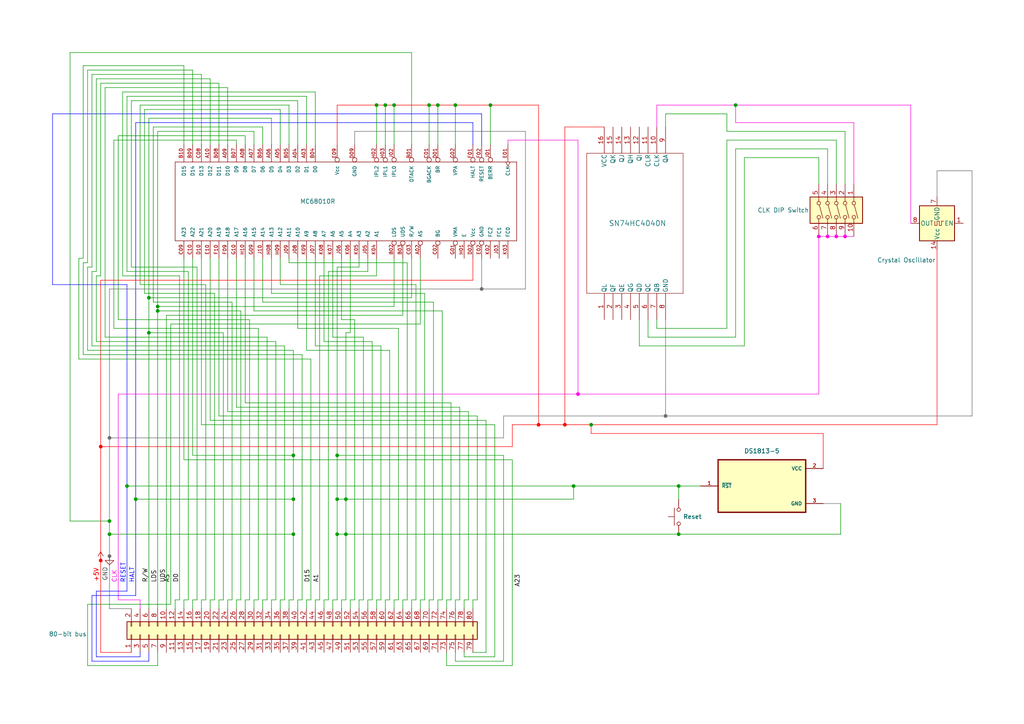
<source format=kicad_sch>
(kicad_sch
	(version 20231120)
	(generator "eeschema")
	(generator_version "8.0")
	(uuid "c8eba0b2-16b8-4745-b3fd-50fd08661555")
	(paper "A4")
	(title_block
		(title "68010 Base Board")
	)
	(lib_symbols
		(symbol "Connector_Generic:Conn_02x40_Odd_Even"
			(pin_names
				(offset 1.016) hide)
			(exclude_from_sim no)
			(in_bom yes)
			(on_board yes)
			(property "Reference" "J"
				(at 1.27 50.8 0)
				(effects
					(font
						(size 1.27 1.27)
					)
				)
			)
			(property "Value" "Conn_02x40_Odd_Even"
				(at 1.27 -53.34 0)
				(effects
					(font
						(size 1.27 1.27)
					)
				)
			)
			(property "Footprint" ""
				(at 0 0 0)
				(effects
					(font
						(size 1.27 1.27)
					)
					(hide yes)
				)
			)
			(property "Datasheet" "~"
				(at 0 0 0)
				(effects
					(font
						(size 1.27 1.27)
					)
					(hide yes)
				)
			)
			(property "Description" "Generic connector, double row, 02x40, odd/even pin numbering scheme (row 1 odd numbers, row 2 even numbers), script generated (kicad-library-utils/schlib/autogen/connector/)"
				(at 0 0 0)
				(effects
					(font
						(size 1.27 1.27)
					)
					(hide yes)
				)
			)
			(property "ki_keywords" "connector"
				(at 0 0 0)
				(effects
					(font
						(size 1.27 1.27)
					)
					(hide yes)
				)
			)
			(property "ki_fp_filters" "Connector*:*_2x??_*"
				(at 0 0 0)
				(effects
					(font
						(size 1.27 1.27)
					)
					(hide yes)
				)
			)
			(symbol "Conn_02x40_Odd_Even_1_1"
				(rectangle
					(start -1.27 -50.673)
					(end 0 -50.927)
					(stroke
						(width 0.1524)
						(type default)
					)
					(fill
						(type none)
					)
				)
				(rectangle
					(start -1.27 -48.133)
					(end 0 -48.387)
					(stroke
						(width 0.1524)
						(type default)
					)
					(fill
						(type none)
					)
				)
				(rectangle
					(start -1.27 -45.593)
					(end 0 -45.847)
					(stroke
						(width 0.1524)
						(type default)
					)
					(fill
						(type none)
					)
				)
				(rectangle
					(start -1.27 -43.053)
					(end 0 -43.307)
					(stroke
						(width 0.1524)
						(type default)
					)
					(fill
						(type none)
					)
				)
				(rectangle
					(start -1.27 -40.513)
					(end 0 -40.767)
					(stroke
						(width 0.1524)
						(type default)
					)
					(fill
						(type none)
					)
				)
				(rectangle
					(start -1.27 -37.973)
					(end 0 -38.227)
					(stroke
						(width 0.1524)
						(type default)
					)
					(fill
						(type none)
					)
				)
				(rectangle
					(start -1.27 -35.433)
					(end 0 -35.687)
					(stroke
						(width 0.1524)
						(type default)
					)
					(fill
						(type none)
					)
				)
				(rectangle
					(start -1.27 -32.893)
					(end 0 -33.147)
					(stroke
						(width 0.1524)
						(type default)
					)
					(fill
						(type none)
					)
				)
				(rectangle
					(start -1.27 -30.353)
					(end 0 -30.607)
					(stroke
						(width 0.1524)
						(type default)
					)
					(fill
						(type none)
					)
				)
				(rectangle
					(start -1.27 -27.813)
					(end 0 -28.067)
					(stroke
						(width 0.1524)
						(type default)
					)
					(fill
						(type none)
					)
				)
				(rectangle
					(start -1.27 -25.273)
					(end 0 -25.527)
					(stroke
						(width 0.1524)
						(type default)
					)
					(fill
						(type none)
					)
				)
				(rectangle
					(start -1.27 -22.733)
					(end 0 -22.987)
					(stroke
						(width 0.1524)
						(type default)
					)
					(fill
						(type none)
					)
				)
				(rectangle
					(start -1.27 -20.193)
					(end 0 -20.447)
					(stroke
						(width 0.1524)
						(type default)
					)
					(fill
						(type none)
					)
				)
				(rectangle
					(start -1.27 -17.653)
					(end 0 -17.907)
					(stroke
						(width 0.1524)
						(type default)
					)
					(fill
						(type none)
					)
				)
				(rectangle
					(start -1.27 -15.113)
					(end 0 -15.367)
					(stroke
						(width 0.1524)
						(type default)
					)
					(fill
						(type none)
					)
				)
				(rectangle
					(start -1.27 -12.573)
					(end 0 -12.827)
					(stroke
						(width 0.1524)
						(type default)
					)
					(fill
						(type none)
					)
				)
				(rectangle
					(start -1.27 -10.033)
					(end 0 -10.287)
					(stroke
						(width 0.1524)
						(type default)
					)
					(fill
						(type none)
					)
				)
				(rectangle
					(start -1.27 -7.493)
					(end 0 -7.747)
					(stroke
						(width 0.1524)
						(type default)
					)
					(fill
						(type none)
					)
				)
				(rectangle
					(start -1.27 -4.953)
					(end 0 -5.207)
					(stroke
						(width 0.1524)
						(type default)
					)
					(fill
						(type none)
					)
				)
				(rectangle
					(start -1.27 -2.413)
					(end 0 -2.667)
					(stroke
						(width 0.1524)
						(type default)
					)
					(fill
						(type none)
					)
				)
				(rectangle
					(start -1.27 0.127)
					(end 0 -0.127)
					(stroke
						(width 0.1524)
						(type default)
					)
					(fill
						(type none)
					)
				)
				(rectangle
					(start -1.27 2.667)
					(end 0 2.413)
					(stroke
						(width 0.1524)
						(type default)
					)
					(fill
						(type none)
					)
				)
				(rectangle
					(start -1.27 5.207)
					(end 0 4.953)
					(stroke
						(width 0.1524)
						(type default)
					)
					(fill
						(type none)
					)
				)
				(rectangle
					(start -1.27 7.747)
					(end 0 7.493)
					(stroke
						(width 0.1524)
						(type default)
					)
					(fill
						(type none)
					)
				)
				(rectangle
					(start -1.27 10.287)
					(end 0 10.033)
					(stroke
						(width 0.1524)
						(type default)
					)
					(fill
						(type none)
					)
				)
				(rectangle
					(start -1.27 12.827)
					(end 0 12.573)
					(stroke
						(width 0.1524)
						(type default)
					)
					(fill
						(type none)
					)
				)
				(rectangle
					(start -1.27 15.367)
					(end 0 15.113)
					(stroke
						(width 0.1524)
						(type default)
					)
					(fill
						(type none)
					)
				)
				(rectangle
					(start -1.27 17.907)
					(end 0 17.653)
					(stroke
						(width 0.1524)
						(type default)
					)
					(fill
						(type none)
					)
				)
				(rectangle
					(start -1.27 20.447)
					(end 0 20.193)
					(stroke
						(width 0.1524)
						(type default)
					)
					(fill
						(type none)
					)
				)
				(rectangle
					(start -1.27 22.987)
					(end 0 22.733)
					(stroke
						(width 0.1524)
						(type default)
					)
					(fill
						(type none)
					)
				)
				(rectangle
					(start -1.27 25.527)
					(end 0 25.273)
					(stroke
						(width 0.1524)
						(type default)
					)
					(fill
						(type none)
					)
				)
				(rectangle
					(start -1.27 28.067)
					(end 0 27.813)
					(stroke
						(width 0.1524)
						(type default)
					)
					(fill
						(type none)
					)
				)
				(rectangle
					(start -1.27 30.607)
					(end 0 30.353)
					(stroke
						(width 0.1524)
						(type default)
					)
					(fill
						(type none)
					)
				)
				(rectangle
					(start -1.27 33.147)
					(end 0 32.893)
					(stroke
						(width 0.1524)
						(type default)
					)
					(fill
						(type none)
					)
				)
				(rectangle
					(start -1.27 35.687)
					(end 0 35.433)
					(stroke
						(width 0.1524)
						(type default)
					)
					(fill
						(type none)
					)
				)
				(rectangle
					(start -1.27 38.227)
					(end 0 37.973)
					(stroke
						(width 0.1524)
						(type default)
					)
					(fill
						(type none)
					)
				)
				(rectangle
					(start -1.27 40.767)
					(end 0 40.513)
					(stroke
						(width 0.1524)
						(type default)
					)
					(fill
						(type none)
					)
				)
				(rectangle
					(start -1.27 43.307)
					(end 0 43.053)
					(stroke
						(width 0.1524)
						(type default)
					)
					(fill
						(type none)
					)
				)
				(rectangle
					(start -1.27 45.847)
					(end 0 45.593)
					(stroke
						(width 0.1524)
						(type default)
					)
					(fill
						(type none)
					)
				)
				(rectangle
					(start -1.27 48.387)
					(end 0 48.133)
					(stroke
						(width 0.1524)
						(type default)
					)
					(fill
						(type none)
					)
				)
				(rectangle
					(start -1.27 49.53)
					(end 3.81 -52.07)
					(stroke
						(width 0.254)
						(type default)
					)
					(fill
						(type background)
					)
				)
				(rectangle
					(start 3.81 -50.673)
					(end 2.54 -50.927)
					(stroke
						(width 0.1524)
						(type default)
					)
					(fill
						(type none)
					)
				)
				(rectangle
					(start 3.81 -48.133)
					(end 2.54 -48.387)
					(stroke
						(width 0.1524)
						(type default)
					)
					(fill
						(type none)
					)
				)
				(rectangle
					(start 3.81 -45.593)
					(end 2.54 -45.847)
					(stroke
						(width 0.1524)
						(type default)
					)
					(fill
						(type none)
					)
				)
				(rectangle
					(start 3.81 -43.053)
					(end 2.54 -43.307)
					(stroke
						(width 0.1524)
						(type default)
					)
					(fill
						(type none)
					)
				)
				(rectangle
					(start 3.81 -40.513)
					(end 2.54 -40.767)
					(stroke
						(width 0.1524)
						(type default)
					)
					(fill
						(type none)
					)
				)
				(rectangle
					(start 3.81 -37.973)
					(end 2.54 -38.227)
					(stroke
						(width 0.1524)
						(type default)
					)
					(fill
						(type none)
					)
				)
				(rectangle
					(start 3.81 -35.433)
					(end 2.54 -35.687)
					(stroke
						(width 0.1524)
						(type default)
					)
					(fill
						(type none)
					)
				)
				(rectangle
					(start 3.81 -32.893)
					(end 2.54 -33.147)
					(stroke
						(width 0.1524)
						(type default)
					)
					(fill
						(type none)
					)
				)
				(rectangle
					(start 3.81 -30.353)
					(end 2.54 -30.607)
					(stroke
						(width 0.1524)
						(type default)
					)
					(fill
						(type none)
					)
				)
				(rectangle
					(start 3.81 -27.813)
					(end 2.54 -28.067)
					(stroke
						(width 0.1524)
						(type default)
					)
					(fill
						(type none)
					)
				)
				(rectangle
					(start 3.81 -25.273)
					(end 2.54 -25.527)
					(stroke
						(width 0.1524)
						(type default)
					)
					(fill
						(type none)
					)
				)
				(rectangle
					(start 3.81 -22.733)
					(end 2.54 -22.987)
					(stroke
						(width 0.1524)
						(type default)
					)
					(fill
						(type none)
					)
				)
				(rectangle
					(start 3.81 -20.193)
					(end 2.54 -20.447)
					(stroke
						(width 0.1524)
						(type default)
					)
					(fill
						(type none)
					)
				)
				(rectangle
					(start 3.81 -17.653)
					(end 2.54 -17.907)
					(stroke
						(width 0.1524)
						(type default)
					)
					(fill
						(type none)
					)
				)
				(rectangle
					(start 3.81 -15.113)
					(end 2.54 -15.367)
					(stroke
						(width 0.1524)
						(type default)
					)
					(fill
						(type none)
					)
				)
				(rectangle
					(start 3.81 -12.573)
					(end 2.54 -12.827)
					(stroke
						(width 0.1524)
						(type default)
					)
					(fill
						(type none)
					)
				)
				(rectangle
					(start 3.81 -10.033)
					(end 2.54 -10.287)
					(stroke
						(width 0.1524)
						(type default)
					)
					(fill
						(type none)
					)
				)
				(rectangle
					(start 3.81 -7.493)
					(end 2.54 -7.747)
					(stroke
						(width 0.1524)
						(type default)
					)
					(fill
						(type none)
					)
				)
				(rectangle
					(start 3.81 -4.953)
					(end 2.54 -5.207)
					(stroke
						(width 0.1524)
						(type default)
					)
					(fill
						(type none)
					)
				)
				(rectangle
					(start 3.81 -2.413)
					(end 2.54 -2.667)
					(stroke
						(width 0.1524)
						(type default)
					)
					(fill
						(type none)
					)
				)
				(rectangle
					(start 3.81 0.127)
					(end 2.54 -0.127)
					(stroke
						(width 0.1524)
						(type default)
					)
					(fill
						(type none)
					)
				)
				(rectangle
					(start 3.81 2.667)
					(end 2.54 2.413)
					(stroke
						(width 0.1524)
						(type default)
					)
					(fill
						(type none)
					)
				)
				(rectangle
					(start 3.81 5.207)
					(end 2.54 4.953)
					(stroke
						(width 0.1524)
						(type default)
					)
					(fill
						(type none)
					)
				)
				(rectangle
					(start 3.81 7.747)
					(end 2.54 7.493)
					(stroke
						(width 0.1524)
						(type default)
					)
					(fill
						(type none)
					)
				)
				(rectangle
					(start 3.81 10.287)
					(end 2.54 10.033)
					(stroke
						(width 0.1524)
						(type default)
					)
					(fill
						(type none)
					)
				)
				(rectangle
					(start 3.81 12.827)
					(end 2.54 12.573)
					(stroke
						(width 0.1524)
						(type default)
					)
					(fill
						(type none)
					)
				)
				(rectangle
					(start 3.81 15.367)
					(end 2.54 15.113)
					(stroke
						(width 0.1524)
						(type default)
					)
					(fill
						(type none)
					)
				)
				(rectangle
					(start 3.81 17.907)
					(end 2.54 17.653)
					(stroke
						(width 0.1524)
						(type default)
					)
					(fill
						(type none)
					)
				)
				(rectangle
					(start 3.81 20.447)
					(end 2.54 20.193)
					(stroke
						(width 0.1524)
						(type default)
					)
					(fill
						(type none)
					)
				)
				(rectangle
					(start 3.81 22.987)
					(end 2.54 22.733)
					(stroke
						(width 0.1524)
						(type default)
					)
					(fill
						(type none)
					)
				)
				(rectangle
					(start 3.81 25.527)
					(end 2.54 25.273)
					(stroke
						(width 0.1524)
						(type default)
					)
					(fill
						(type none)
					)
				)
				(rectangle
					(start 3.81 28.067)
					(end 2.54 27.813)
					(stroke
						(width 0.1524)
						(type default)
					)
					(fill
						(type none)
					)
				)
				(rectangle
					(start 3.81 30.607)
					(end 2.54 30.353)
					(stroke
						(width 0.1524)
						(type default)
					)
					(fill
						(type none)
					)
				)
				(rectangle
					(start 3.81 33.147)
					(end 2.54 32.893)
					(stroke
						(width 0.1524)
						(type default)
					)
					(fill
						(type none)
					)
				)
				(rectangle
					(start 3.81 35.687)
					(end 2.54 35.433)
					(stroke
						(width 0.1524)
						(type default)
					)
					(fill
						(type none)
					)
				)
				(rectangle
					(start 3.81 38.227)
					(end 2.54 37.973)
					(stroke
						(width 0.1524)
						(type default)
					)
					(fill
						(type none)
					)
				)
				(rectangle
					(start 3.81 40.767)
					(end 2.54 40.513)
					(stroke
						(width 0.1524)
						(type default)
					)
					(fill
						(type none)
					)
				)
				(rectangle
					(start 3.81 43.307)
					(end 2.54 43.053)
					(stroke
						(width 0.1524)
						(type default)
					)
					(fill
						(type none)
					)
				)
				(rectangle
					(start 3.81 45.847)
					(end 2.54 45.593)
					(stroke
						(width 0.1524)
						(type default)
					)
					(fill
						(type none)
					)
				)
				(rectangle
					(start 3.81 48.387)
					(end 2.54 48.133)
					(stroke
						(width 0.1524)
						(type default)
					)
					(fill
						(type none)
					)
				)
				(pin passive line
					(at -5.08 48.26 0)
					(length 3.81)
					(name "Pin_1"
						(effects
							(font
								(size 1.27 1.27)
							)
						)
					)
					(number "1"
						(effects
							(font
								(size 1.27 1.27)
							)
						)
					)
				)
				(pin passive line
					(at 7.62 38.1 180)
					(length 3.81)
					(name "Pin_10"
						(effects
							(font
								(size 1.27 1.27)
							)
						)
					)
					(number "10"
						(effects
							(font
								(size 1.27 1.27)
							)
						)
					)
				)
				(pin passive line
					(at -5.08 35.56 0)
					(length 3.81)
					(name "Pin_11"
						(effects
							(font
								(size 1.27 1.27)
							)
						)
					)
					(number "11"
						(effects
							(font
								(size 1.27 1.27)
							)
						)
					)
				)
				(pin passive line
					(at 7.62 35.56 180)
					(length 3.81)
					(name "Pin_12"
						(effects
							(font
								(size 1.27 1.27)
							)
						)
					)
					(number "12"
						(effects
							(font
								(size 1.27 1.27)
							)
						)
					)
				)
				(pin passive line
					(at -5.08 33.02 0)
					(length 3.81)
					(name "Pin_13"
						(effects
							(font
								(size 1.27 1.27)
							)
						)
					)
					(number "13"
						(effects
							(font
								(size 1.27 1.27)
							)
						)
					)
				)
				(pin passive line
					(at 7.62 33.02 180)
					(length 3.81)
					(name "Pin_14"
						(effects
							(font
								(size 1.27 1.27)
							)
						)
					)
					(number "14"
						(effects
							(font
								(size 1.27 1.27)
							)
						)
					)
				)
				(pin passive line
					(at -5.08 30.48 0)
					(length 3.81)
					(name "Pin_15"
						(effects
							(font
								(size 1.27 1.27)
							)
						)
					)
					(number "15"
						(effects
							(font
								(size 1.27 1.27)
							)
						)
					)
				)
				(pin passive line
					(at 7.62 30.48 180)
					(length 3.81)
					(name "Pin_16"
						(effects
							(font
								(size 1.27 1.27)
							)
						)
					)
					(number "16"
						(effects
							(font
								(size 1.27 1.27)
							)
						)
					)
				)
				(pin passive line
					(at -5.08 27.94 0)
					(length 3.81)
					(name "Pin_17"
						(effects
							(font
								(size 1.27 1.27)
							)
						)
					)
					(number "17"
						(effects
							(font
								(size 1.27 1.27)
							)
						)
					)
				)
				(pin passive line
					(at 7.62 27.94 180)
					(length 3.81)
					(name "Pin_18"
						(effects
							(font
								(size 1.27 1.27)
							)
						)
					)
					(number "18"
						(effects
							(font
								(size 1.27 1.27)
							)
						)
					)
				)
				(pin passive line
					(at -5.08 25.4 0)
					(length 3.81)
					(name "Pin_19"
						(effects
							(font
								(size 1.27 1.27)
							)
						)
					)
					(number "19"
						(effects
							(font
								(size 1.27 1.27)
							)
						)
					)
				)
				(pin passive line
					(at 7.62 48.26 180)
					(length 3.81)
					(name "Pin_2"
						(effects
							(font
								(size 1.27 1.27)
							)
						)
					)
					(number "2"
						(effects
							(font
								(size 1.27 1.27)
							)
						)
					)
				)
				(pin passive line
					(at 7.62 25.4 180)
					(length 3.81)
					(name "Pin_20"
						(effects
							(font
								(size 1.27 1.27)
							)
						)
					)
					(number "20"
						(effects
							(font
								(size 1.27 1.27)
							)
						)
					)
				)
				(pin passive line
					(at -5.08 22.86 0)
					(length 3.81)
					(name "Pin_21"
						(effects
							(font
								(size 1.27 1.27)
							)
						)
					)
					(number "21"
						(effects
							(font
								(size 1.27 1.27)
							)
						)
					)
				)
				(pin passive line
					(at 7.62 22.86 180)
					(length 3.81)
					(name "Pin_22"
						(effects
							(font
								(size 1.27 1.27)
							)
						)
					)
					(number "22"
						(effects
							(font
								(size 1.27 1.27)
							)
						)
					)
				)
				(pin passive line
					(at -5.08 20.32 0)
					(length 3.81)
					(name "Pin_23"
						(effects
							(font
								(size 1.27 1.27)
							)
						)
					)
					(number "23"
						(effects
							(font
								(size 1.27 1.27)
							)
						)
					)
				)
				(pin passive line
					(at 7.62 20.32 180)
					(length 3.81)
					(name "Pin_24"
						(effects
							(font
								(size 1.27 1.27)
							)
						)
					)
					(number "24"
						(effects
							(font
								(size 1.27 1.27)
							)
						)
					)
				)
				(pin passive line
					(at -5.08 17.78 0)
					(length 3.81)
					(name "Pin_25"
						(effects
							(font
								(size 1.27 1.27)
							)
						)
					)
					(number "25"
						(effects
							(font
								(size 1.27 1.27)
							)
						)
					)
				)
				(pin passive line
					(at 7.62 17.78 180)
					(length 3.81)
					(name "Pin_26"
						(effects
							(font
								(size 1.27 1.27)
							)
						)
					)
					(number "26"
						(effects
							(font
								(size 1.27 1.27)
							)
						)
					)
				)
				(pin passive line
					(at -5.08 15.24 0)
					(length 3.81)
					(name "Pin_27"
						(effects
							(font
								(size 1.27 1.27)
							)
						)
					)
					(number "27"
						(effects
							(font
								(size 1.27 1.27)
							)
						)
					)
				)
				(pin passive line
					(at 7.62 15.24 180)
					(length 3.81)
					(name "Pin_28"
						(effects
							(font
								(size 1.27 1.27)
							)
						)
					)
					(number "28"
						(effects
							(font
								(size 1.27 1.27)
							)
						)
					)
				)
				(pin passive line
					(at -5.08 12.7 0)
					(length 3.81)
					(name "Pin_29"
						(effects
							(font
								(size 1.27 1.27)
							)
						)
					)
					(number "29"
						(effects
							(font
								(size 1.27 1.27)
							)
						)
					)
				)
				(pin passive line
					(at -5.08 45.72 0)
					(length 3.81)
					(name "Pin_3"
						(effects
							(font
								(size 1.27 1.27)
							)
						)
					)
					(number "3"
						(effects
							(font
								(size 1.27 1.27)
							)
						)
					)
				)
				(pin passive line
					(at 7.62 12.7 180)
					(length 3.81)
					(name "Pin_30"
						(effects
							(font
								(size 1.27 1.27)
							)
						)
					)
					(number "30"
						(effects
							(font
								(size 1.27 1.27)
							)
						)
					)
				)
				(pin passive line
					(at -5.08 10.16 0)
					(length 3.81)
					(name "Pin_31"
						(effects
							(font
								(size 1.27 1.27)
							)
						)
					)
					(number "31"
						(effects
							(font
								(size 1.27 1.27)
							)
						)
					)
				)
				(pin passive line
					(at 7.62 10.16 180)
					(length 3.81)
					(name "Pin_32"
						(effects
							(font
								(size 1.27 1.27)
							)
						)
					)
					(number "32"
						(effects
							(font
								(size 1.27 1.27)
							)
						)
					)
				)
				(pin passive line
					(at -5.08 7.62 0)
					(length 3.81)
					(name "Pin_33"
						(effects
							(font
								(size 1.27 1.27)
							)
						)
					)
					(number "33"
						(effects
							(font
								(size 1.27 1.27)
							)
						)
					)
				)
				(pin passive line
					(at 7.62 7.62 180)
					(length 3.81)
					(name "Pin_34"
						(effects
							(font
								(size 1.27 1.27)
							)
						)
					)
					(number "34"
						(effects
							(font
								(size 1.27 1.27)
							)
						)
					)
				)
				(pin passive line
					(at -5.08 5.08 0)
					(length 3.81)
					(name "Pin_35"
						(effects
							(font
								(size 1.27 1.27)
							)
						)
					)
					(number "35"
						(effects
							(font
								(size 1.27 1.27)
							)
						)
					)
				)
				(pin passive line
					(at 7.62 5.08 180)
					(length 3.81)
					(name "Pin_36"
						(effects
							(font
								(size 1.27 1.27)
							)
						)
					)
					(number "36"
						(effects
							(font
								(size 1.27 1.27)
							)
						)
					)
				)
				(pin passive line
					(at -5.08 2.54 0)
					(length 3.81)
					(name "Pin_37"
						(effects
							(font
								(size 1.27 1.27)
							)
						)
					)
					(number "37"
						(effects
							(font
								(size 1.27 1.27)
							)
						)
					)
				)
				(pin passive line
					(at 7.62 2.54 180)
					(length 3.81)
					(name "Pin_38"
						(effects
							(font
								(size 1.27 1.27)
							)
						)
					)
					(number "38"
						(effects
							(font
								(size 1.27 1.27)
							)
						)
					)
				)
				(pin passive line
					(at -5.08 0 0)
					(length 3.81)
					(name "Pin_39"
						(effects
							(font
								(size 1.27 1.27)
							)
						)
					)
					(number "39"
						(effects
							(font
								(size 1.27 1.27)
							)
						)
					)
				)
				(pin passive line
					(at 7.62 45.72 180)
					(length 3.81)
					(name "Pin_4"
						(effects
							(font
								(size 1.27 1.27)
							)
						)
					)
					(number "4"
						(effects
							(font
								(size 1.27 1.27)
							)
						)
					)
				)
				(pin passive line
					(at 7.62 0 180)
					(length 3.81)
					(name "Pin_40"
						(effects
							(font
								(size 1.27 1.27)
							)
						)
					)
					(number "40"
						(effects
							(font
								(size 1.27 1.27)
							)
						)
					)
				)
				(pin passive line
					(at -5.08 -2.54 0)
					(length 3.81)
					(name "Pin_41"
						(effects
							(font
								(size 1.27 1.27)
							)
						)
					)
					(number "41"
						(effects
							(font
								(size 1.27 1.27)
							)
						)
					)
				)
				(pin passive line
					(at 7.62 -2.54 180)
					(length 3.81)
					(name "Pin_42"
						(effects
							(font
								(size 1.27 1.27)
							)
						)
					)
					(number "42"
						(effects
							(font
								(size 1.27 1.27)
							)
						)
					)
				)
				(pin passive line
					(at -5.08 -5.08 0)
					(length 3.81)
					(name "Pin_43"
						(effects
							(font
								(size 1.27 1.27)
							)
						)
					)
					(number "43"
						(effects
							(font
								(size 1.27 1.27)
							)
						)
					)
				)
				(pin passive line
					(at 7.62 -5.08 180)
					(length 3.81)
					(name "Pin_44"
						(effects
							(font
								(size 1.27 1.27)
							)
						)
					)
					(number "44"
						(effects
							(font
								(size 1.27 1.27)
							)
						)
					)
				)
				(pin passive line
					(at -5.08 -7.62 0)
					(length 3.81)
					(name "Pin_45"
						(effects
							(font
								(size 1.27 1.27)
							)
						)
					)
					(number "45"
						(effects
							(font
								(size 1.27 1.27)
							)
						)
					)
				)
				(pin passive line
					(at 7.62 -7.62 180)
					(length 3.81)
					(name "Pin_46"
						(effects
							(font
								(size 1.27 1.27)
							)
						)
					)
					(number "46"
						(effects
							(font
								(size 1.27 1.27)
							)
						)
					)
				)
				(pin passive line
					(at -5.08 -10.16 0)
					(length 3.81)
					(name "Pin_47"
						(effects
							(font
								(size 1.27 1.27)
							)
						)
					)
					(number "47"
						(effects
							(font
								(size 1.27 1.27)
							)
						)
					)
				)
				(pin passive line
					(at 7.62 -10.16 180)
					(length 3.81)
					(name "Pin_48"
						(effects
							(font
								(size 1.27 1.27)
							)
						)
					)
					(number "48"
						(effects
							(font
								(size 1.27 1.27)
							)
						)
					)
				)
				(pin passive line
					(at -5.08 -12.7 0)
					(length 3.81)
					(name "Pin_49"
						(effects
							(font
								(size 1.27 1.27)
							)
						)
					)
					(number "49"
						(effects
							(font
								(size 1.27 1.27)
							)
						)
					)
				)
				(pin passive line
					(at -5.08 43.18 0)
					(length 3.81)
					(name "Pin_5"
						(effects
							(font
								(size 1.27 1.27)
							)
						)
					)
					(number "5"
						(effects
							(font
								(size 1.27 1.27)
							)
						)
					)
				)
				(pin passive line
					(at 7.62 -12.7 180)
					(length 3.81)
					(name "Pin_50"
						(effects
							(font
								(size 1.27 1.27)
							)
						)
					)
					(number "50"
						(effects
							(font
								(size 1.27 1.27)
							)
						)
					)
				)
				(pin passive line
					(at -5.08 -15.24 0)
					(length 3.81)
					(name "Pin_51"
						(effects
							(font
								(size 1.27 1.27)
							)
						)
					)
					(number "51"
						(effects
							(font
								(size 1.27 1.27)
							)
						)
					)
				)
				(pin passive line
					(at 7.62 -15.24 180)
					(length 3.81)
					(name "Pin_52"
						(effects
							(font
								(size 1.27 1.27)
							)
						)
					)
					(number "52"
						(effects
							(font
								(size 1.27 1.27)
							)
						)
					)
				)
				(pin passive line
					(at -5.08 -17.78 0)
					(length 3.81)
					(name "Pin_53"
						(effects
							(font
								(size 1.27 1.27)
							)
						)
					)
					(number "53"
						(effects
							(font
								(size 1.27 1.27)
							)
						)
					)
				)
				(pin passive line
					(at 7.62 -17.78 180)
					(length 3.81)
					(name "Pin_54"
						(effects
							(font
								(size 1.27 1.27)
							)
						)
					)
					(number "54"
						(effects
							(font
								(size 1.27 1.27)
							)
						)
					)
				)
				(pin passive line
					(at -5.08 -20.32 0)
					(length 3.81)
					(name "Pin_55"
						(effects
							(font
								(size 1.27 1.27)
							)
						)
					)
					(number "55"
						(effects
							(font
								(size 1.27 1.27)
							)
						)
					)
				)
				(pin passive line
					(at 7.62 -20.32 180)
					(length 3.81)
					(name "Pin_56"
						(effects
							(font
								(size 1.27 1.27)
							)
						)
					)
					(number "56"
						(effects
							(font
								(size 1.27 1.27)
							)
						)
					)
				)
				(pin passive line
					(at -5.08 -22.86 0)
					(length 3.81)
					(name "Pin_57"
						(effects
							(font
								(size 1.27 1.27)
							)
						)
					)
					(number "57"
						(effects
							(font
								(size 1.27 1.27)
							)
						)
					)
				)
				(pin passive line
					(at 7.62 -22.86 180)
					(length 3.81)
					(name "Pin_58"
						(effects
							(font
								(size 1.27 1.27)
							)
						)
					)
					(number "58"
						(effects
							(font
								(size 1.27 1.27)
							)
						)
					)
				)
				(pin passive line
					(at -5.08 -25.4 0)
					(length 3.81)
					(name "Pin_59"
						(effects
							(font
								(size 1.27 1.27)
							)
						)
					)
					(number "59"
						(effects
							(font
								(size 1.27 1.27)
							)
						)
					)
				)
				(pin passive line
					(at 7.62 43.18 180)
					(length 3.81)
					(name "Pin_6"
						(effects
							(font
								(size 1.27 1.27)
							)
						)
					)
					(number "6"
						(effects
							(font
								(size 1.27 1.27)
							)
						)
					)
				)
				(pin passive line
					(at 7.62 -25.4 180)
					(length 3.81)
					(name "Pin_60"
						(effects
							(font
								(size 1.27 1.27)
							)
						)
					)
					(number "60"
						(effects
							(font
								(size 1.27 1.27)
							)
						)
					)
				)
				(pin passive line
					(at -5.08 -27.94 0)
					(length 3.81)
					(name "Pin_61"
						(effects
							(font
								(size 1.27 1.27)
							)
						)
					)
					(number "61"
						(effects
							(font
								(size 1.27 1.27)
							)
						)
					)
				)
				(pin passive line
					(at 7.62 -27.94 180)
					(length 3.81)
					(name "Pin_62"
						(effects
							(font
								(size 1.27 1.27)
							)
						)
					)
					(number "62"
						(effects
							(font
								(size 1.27 1.27)
							)
						)
					)
				)
				(pin passive line
					(at -5.08 -30.48 0)
					(length 3.81)
					(name "Pin_63"
						(effects
							(font
								(size 1.27 1.27)
							)
						)
					)
					(number "63"
						(effects
							(font
								(size 1.27 1.27)
							)
						)
					)
				)
				(pin passive line
					(at 7.62 -30.48 180)
					(length 3.81)
					(name "Pin_64"
						(effects
							(font
								(size 1.27 1.27)
							)
						)
					)
					(number "64"
						(effects
							(font
								(size 1.27 1.27)
							)
						)
					)
				)
				(pin passive line
					(at -5.08 -33.02 0)
					(length 3.81)
					(name "Pin_65"
						(effects
							(font
								(size 1.27 1.27)
							)
						)
					)
					(number "65"
						(effects
							(font
								(size 1.27 1.27)
							)
						)
					)
				)
				(pin passive line
					(at 7.62 -33.02 180)
					(length 3.81)
					(name "Pin_66"
						(effects
							(font
								(size 1.27 1.27)
							)
						)
					)
					(number "66"
						(effects
							(font
								(size 1.27 1.27)
							)
						)
					)
				)
				(pin passive line
					(at -5.08 -35.56 0)
					(length 3.81)
					(name "Pin_67"
						(effects
							(font
								(size 1.27 1.27)
							)
						)
					)
					(number "67"
						(effects
							(font
								(size 1.27 1.27)
							)
						)
					)
				)
				(pin passive line
					(at 7.62 -35.56 180)
					(length 3.81)
					(name "Pin_68"
						(effects
							(font
								(size 1.27 1.27)
							)
						)
					)
					(number "68"
						(effects
							(font
								(size 1.27 1.27)
							)
						)
					)
				)
				(pin passive line
					(at -5.08 -38.1 0)
					(length 3.81)
					(name "Pin_69"
						(effects
							(font
								(size 1.27 1.27)
							)
						)
					)
					(number "69"
						(effects
							(font
								(size 1.27 1.27)
							)
						)
					)
				)
				(pin passive line
					(at -5.08 40.64 0)
					(length 3.81)
					(name "Pin_7"
						(effects
							(font
								(size 1.27 1.27)
							)
						)
					)
					(number "7"
						(effects
							(font
								(size 1.27 1.27)
							)
						)
					)
				)
				(pin passive line
					(at 7.62 -38.1 180)
					(length 3.81)
					(name "Pin_70"
						(effects
							(font
								(size 1.27 1.27)
							)
						)
					)
					(number "70"
						(effects
							(font
								(size 1.27 1.27)
							)
						)
					)
				)
				(pin passive line
					(at -5.08 -40.64 0)
					(length 3.81)
					(name "Pin_71"
						(effects
							(font
								(size 1.27 1.27)
							)
						)
					)
					(number "71"
						(effects
							(font
								(size 1.27 1.27)
							)
						)
					)
				)
				(pin passive line
					(at 7.62 -40.64 180)
					(length 3.81)
					(name "Pin_72"
						(effects
							(font
								(size 1.27 1.27)
							)
						)
					)
					(number "72"
						(effects
							(font
								(size 1.27 1.27)
							)
						)
					)
				)
				(pin passive line
					(at -5.08 -43.18 0)
					(length 3.81)
					(name "Pin_73"
						(effects
							(font
								(size 1.27 1.27)
							)
						)
					)
					(number "73"
						(effects
							(font
								(size 1.27 1.27)
							)
						)
					)
				)
				(pin passive line
					(at 7.62 -43.18 180)
					(length 3.81)
					(name "Pin_74"
						(effects
							(font
								(size 1.27 1.27)
							)
						)
					)
					(number "74"
						(effects
							(font
								(size 1.27 1.27)
							)
						)
					)
				)
				(pin passive line
					(at -5.08 -45.72 0)
					(length 3.81)
					(name "Pin_75"
						(effects
							(font
								(size 1.27 1.27)
							)
						)
					)
					(number "75"
						(effects
							(font
								(size 1.27 1.27)
							)
						)
					)
				)
				(pin passive line
					(at 7.62 -45.72 180)
					(length 3.81)
					(name "Pin_76"
						(effects
							(font
								(size 1.27 1.27)
							)
						)
					)
					(number "76"
						(effects
							(font
								(size 1.27 1.27)
							)
						)
					)
				)
				(pin passive line
					(at -5.08 -48.26 0)
					(length 3.81)
					(name "Pin_77"
						(effects
							(font
								(size 1.27 1.27)
							)
						)
					)
					(number "77"
						(effects
							(font
								(size 1.27 1.27)
							)
						)
					)
				)
				(pin passive line
					(at 7.62 -48.26 180)
					(length 3.81)
					(name "Pin_78"
						(effects
							(font
								(size 1.27 1.27)
							)
						)
					)
					(number "78"
						(effects
							(font
								(size 1.27 1.27)
							)
						)
					)
				)
				(pin passive line
					(at -5.08 -50.8 0)
					(length 3.81)
					(name "Pin_79"
						(effects
							(font
								(size 1.27 1.27)
							)
						)
					)
					(number "79"
						(effects
							(font
								(size 1.27 1.27)
							)
						)
					)
				)
				(pin passive line
					(at 7.62 40.64 180)
					(length 3.81)
					(name "Pin_8"
						(effects
							(font
								(size 1.27 1.27)
							)
						)
					)
					(number "8"
						(effects
							(font
								(size 1.27 1.27)
							)
						)
					)
				)
				(pin passive line
					(at 7.62 -50.8 180)
					(length 3.81)
					(name "Pin_80"
						(effects
							(font
								(size 1.27 1.27)
							)
						)
					)
					(number "80"
						(effects
							(font
								(size 1.27 1.27)
							)
						)
					)
				)
				(pin passive line
					(at -5.08 38.1 0)
					(length 3.81)
					(name "Pin_9"
						(effects
							(font
								(size 1.27 1.27)
							)
						)
					)
					(number "9"
						(effects
							(font
								(size 1.27 1.27)
							)
						)
					)
				)
			)
		)
		(symbol "DS1813-5:DS1813-5"
			(pin_names
				(offset 1.016)
			)
			(exclude_from_sim no)
			(in_bom yes)
			(on_board yes)
			(property "Reference" "U"
				(at -12.7 8.62 0)
				(effects
					(font
						(size 1.27 1.27)
					)
					(justify left bottom)
				)
			)
			(property "Value" "DS1813-5"
				(at -12.7 -11.62 0)
				(effects
					(font
						(size 1.27 1.27)
					)
					(justify left bottom)
				)
			)
			(property "Footprint" "DS1813-5:TO92127P495H695-3"
				(at 0 0 0)
				(effects
					(font
						(size 1.27 1.27)
					)
					(justify bottom)
					(hide yes)
				)
			)
			(property "Datasheet" ""
				(at 0 0 0)
				(effects
					(font
						(size 1.27 1.27)
					)
					(hide yes)
				)
			)
			(property "Description" ""
				(at 0 0 0)
				(effects
					(font
						(size 1.27 1.27)
					)
					(hide yes)
				)
			)
			(property "MF" "Analog Devices"
				(at 0 0 0)
				(effects
					(font
						(size 1.27 1.27)
					)
					(justify bottom)
					(hide yes)
				)
			)
			(property "Description_1" "\n5V EconoReset with Pushbutton\n"
				(at 0 0 0)
				(effects
					(font
						(size 1.27 1.27)
					)
					(justify bottom)
					(hide yes)
				)
			)
			(property "Package" "TO-226-3 Maxim"
				(at 0 0 0)
				(effects
					(font
						(size 1.27 1.27)
					)
					(justify bottom)
					(hide yes)
				)
			)
			(property "Price" "None"
				(at 0 0 0)
				(effects
					(font
						(size 1.27 1.27)
					)
					(justify bottom)
					(hide yes)
				)
			)
			(property "SnapEDA_Link" "https://www.snapeda.com/parts/DS1813-5+/Analog+Devices/view-part/?ref=snap"
				(at 0 0 0)
				(effects
					(font
						(size 1.27 1.27)
					)
					(justify bottom)
					(hide yes)
				)
			)
			(property "MP" "DS1813-5+"
				(at 0 0 0)
				(effects
					(font
						(size 1.27 1.27)
					)
					(justify bottom)
					(hide yes)
				)
			)
			(property "Purchase-URL" "https://www.snapeda.com/api/url_track_click_mouser/?unipart_id=7620&manufacturer=Analog Devices&part_name=DS1813-5+&search_term=None"
				(at 0 0 0)
				(effects
					(font
						(size 1.27 1.27)
					)
					(justify bottom)
					(hide yes)
				)
			)
			(property "Availability" "In Stock"
				(at 0 0 0)
				(effects
					(font
						(size 1.27 1.27)
					)
					(justify bottom)
					(hide yes)
				)
			)
			(property "Check_prices" "https://www.snapeda.com/parts/DS1813-5+/Analog+Devices/view-part/?ref=eda"
				(at 0 0 0)
				(effects
					(font
						(size 1.27 1.27)
					)
					(justify bottom)
					(hide yes)
				)
			)
			(symbol "DS1813-5_0_0"
				(rectangle
					(start -12.7 -7.62)
					(end 12.7 7.62)
					(stroke
						(width 0.41)
						(type default)
					)
					(fill
						(type background)
					)
				)
				(pin bidirectional line
					(at -17.78 0 0)
					(length 5.08)
					(name "~{RST}"
						(effects
							(font
								(size 1.016 1.016)
							)
						)
					)
					(number "1"
						(effects
							(font
								(size 1.016 1.016)
							)
						)
					)
				)
				(pin power_in line
					(at 17.78 5.08 180)
					(length 5.08)
					(name "VCC"
						(effects
							(font
								(size 1.016 1.016)
							)
						)
					)
					(number "2"
						(effects
							(font
								(size 1.016 1.016)
							)
						)
					)
				)
				(pin power_in line
					(at 17.78 -5.08 180)
					(length 5.08)
					(name "GND"
						(effects
							(font
								(size 1.016 1.016)
							)
						)
					)
					(number "3"
						(effects
							(font
								(size 1.016 1.016)
							)
						)
					)
				)
			)
		)
		(symbol "Oscillator:CXO_DIP14"
			(pin_names
				(offset 0.254)
			)
			(exclude_from_sim no)
			(in_bom yes)
			(on_board yes)
			(property "Reference" "X"
				(at -5.08 6.35 0)
				(effects
					(font
						(size 1.27 1.27)
					)
					(justify left)
				)
			)
			(property "Value" "CXO_DIP14"
				(at 1.27 -6.35 0)
				(effects
					(font
						(size 1.27 1.27)
					)
					(justify left)
				)
			)
			(property "Footprint" "Oscillator:Oscillator_DIP-14"
				(at 11.43 -8.89 0)
				(effects
					(font
						(size 1.27 1.27)
					)
					(hide yes)
				)
			)
			(property "Datasheet" "http://cdn-reichelt.de/documents/datenblatt/B400/OSZI.pdf"
				(at -2.54 0 0)
				(effects
					(font
						(size 1.27 1.27)
					)
					(hide yes)
				)
			)
			(property "Description" "Crystal Clock Oscillator, DIP14-style metal package"
				(at 0 0 0)
				(effects
					(font
						(size 1.27 1.27)
					)
					(hide yes)
				)
			)
			(property "ki_keywords" "Crystal Clock Oscillator"
				(at 0 0 0)
				(effects
					(font
						(size 1.27 1.27)
					)
					(hide yes)
				)
			)
			(property "ki_fp_filters" "Oscillator*DIP*14*"
				(at 0 0 0)
				(effects
					(font
						(size 1.27 1.27)
					)
					(hide yes)
				)
			)
			(symbol "CXO_DIP14_0_1"
				(rectangle
					(start -5.08 5.08)
					(end 5.08 -5.08)
					(stroke
						(width 0.254)
						(type default)
					)
					(fill
						(type background)
					)
				)
				(polyline
					(pts
						(xy -1.905 -0.635) (xy -1.27 -0.635) (xy -1.27 0.635) (xy -0.635 0.635) (xy -0.635 -0.635) (xy 0 -0.635)
						(xy 0 0.635) (xy 0.635 0.635) (xy 0.635 -0.635)
					)
					(stroke
						(width 0)
						(type default)
					)
					(fill
						(type none)
					)
				)
			)
			(symbol "CXO_DIP14_1_1"
				(pin input line
					(at -7.62 0 0)
					(length 2.54)
					(name "EN"
						(effects
							(font
								(size 1.27 1.27)
							)
						)
					)
					(number "1"
						(effects
							(font
								(size 1.27 1.27)
							)
						)
					)
				)
				(pin power_in line
					(at 0 7.62 270)
					(length 2.54)
					(name "Vcc"
						(effects
							(font
								(size 1.27 1.27)
							)
						)
					)
					(number "14"
						(effects
							(font
								(size 1.27 1.27)
							)
						)
					)
				)
				(pin power_in line
					(at 0 -7.62 90)
					(length 2.54)
					(name "GND"
						(effects
							(font
								(size 1.27 1.27)
							)
						)
					)
					(number "7"
						(effects
							(font
								(size 1.27 1.27)
							)
						)
					)
				)
				(pin output line
					(at 7.62 0 180)
					(length 2.54)
					(name "OUT"
						(effects
							(font
								(size 1.27 1.27)
							)
						)
					)
					(number "8"
						(effects
							(font
								(size 1.27 1.27)
							)
						)
					)
				)
			)
		)
		(symbol "SN74HC4040N:SN74HC4040N"
			(pin_names
				(offset 0.254)
			)
			(exclude_from_sim no)
			(in_bom yes)
			(on_board yes)
			(property "Reference" "U"
				(at 27.94 10.16 0)
				(effects
					(font
						(size 1.524 1.524)
					)
				)
			)
			(property "Value" "SN74HC4040N"
				(at 27.94 7.62 0)
				(effects
					(font
						(size 1.524 1.524)
					)
				)
			)
			(property "Footprint" "N16"
				(at 0 0 0)
				(effects
					(font
						(size 1.27 1.27)
						(italic yes)
					)
					(hide yes)
				)
			)
			(property "Datasheet" "SN74HC4040N"
				(at 0 0 0)
				(effects
					(font
						(size 1.27 1.27)
						(italic yes)
					)
					(hide yes)
				)
			)
			(property "Description" ""
				(at 0 0 0)
				(effects
					(font
						(size 1.27 1.27)
					)
					(hide yes)
				)
			)
			(property "ki_locked" ""
				(at 0 0 0)
				(effects
					(font
						(size 1.27 1.27)
					)
				)
			)
			(property "ki_keywords" "SN74HC4040N"
				(at 0 0 0)
				(effects
					(font
						(size 1.27 1.27)
					)
					(hide yes)
				)
			)
			(property "ki_fp_filters" "N16"
				(at 0 0 0)
				(effects
					(font
						(size 1.27 1.27)
					)
					(hide yes)
				)
			)
			(symbol "SN74HC4040N_0_1"
				(polyline
					(pts
						(xy 7.62 -22.86) (xy 48.26 -22.86)
					)
					(stroke
						(width 0.127)
						(type default)
					)
					(fill
						(type none)
					)
				)
				(polyline
					(pts
						(xy 7.62 5.08) (xy 7.62 -22.86)
					)
					(stroke
						(width 0.127)
						(type default)
					)
					(fill
						(type none)
					)
				)
				(polyline
					(pts
						(xy 48.26 -22.86) (xy 48.26 5.08)
					)
					(stroke
						(width 0.127)
						(type default)
					)
					(fill
						(type none)
					)
				)
				(polyline
					(pts
						(xy 48.26 5.08) (xy 7.62 5.08)
					)
					(stroke
						(width 0.127)
						(type default)
					)
					(fill
						(type none)
					)
				)
				(pin output line
					(at 0 0 0)
					(length 7.62)
					(name "QL"
						(effects
							(font
								(size 1.27 1.27)
							)
						)
					)
					(number "1"
						(effects
							(font
								(size 1.27 1.27)
							)
						)
					)
				)
				(pin input line
					(at 55.88 -15.24 180)
					(length 7.62)
					(name "CLK"
						(effects
							(font
								(size 1.27 1.27)
							)
						)
					)
					(number "10"
						(effects
							(font
								(size 1.27 1.27)
							)
						)
					)
				)
				(pin input line
					(at 55.88 -12.7 180)
					(length 7.62)
					(name "CLR"
						(effects
							(font
								(size 1.27 1.27)
							)
						)
					)
					(number "11"
						(effects
							(font
								(size 1.27 1.27)
							)
						)
					)
				)
				(pin output line
					(at 55.88 -10.16 180)
					(length 7.62)
					(name "QI"
						(effects
							(font
								(size 1.27 1.27)
							)
						)
					)
					(number "12"
						(effects
							(font
								(size 1.27 1.27)
							)
						)
					)
				)
				(pin output line
					(at 55.88 -7.62 180)
					(length 7.62)
					(name "QH"
						(effects
							(font
								(size 1.27 1.27)
							)
						)
					)
					(number "13"
						(effects
							(font
								(size 1.27 1.27)
							)
						)
					)
				)
				(pin output line
					(at 55.88 -5.08 180)
					(length 7.62)
					(name "QJ"
						(effects
							(font
								(size 1.27 1.27)
							)
						)
					)
					(number "14"
						(effects
							(font
								(size 1.27 1.27)
							)
						)
					)
				)
				(pin output line
					(at 55.88 -2.54 180)
					(length 7.62)
					(name "QK"
						(effects
							(font
								(size 1.27 1.27)
							)
						)
					)
					(number "15"
						(effects
							(font
								(size 1.27 1.27)
							)
						)
					)
				)
				(pin power_in line
					(at 55.88 0 180)
					(length 7.62)
					(name "VCC"
						(effects
							(font
								(size 1.27 1.27)
							)
						)
					)
					(number "16"
						(effects
							(font
								(size 1.27 1.27)
							)
						)
					)
				)
				(pin output line
					(at 0 -2.54 0)
					(length 7.62)
					(name "QF"
						(effects
							(font
								(size 1.27 1.27)
							)
						)
					)
					(number "2"
						(effects
							(font
								(size 1.27 1.27)
							)
						)
					)
				)
				(pin output line
					(at 0 -5.08 0)
					(length 7.62)
					(name "QE"
						(effects
							(font
								(size 1.27 1.27)
							)
						)
					)
					(number "3"
						(effects
							(font
								(size 1.27 1.27)
							)
						)
					)
				)
				(pin output line
					(at 0 -7.62 0)
					(length 7.62)
					(name "QG"
						(effects
							(font
								(size 1.27 1.27)
							)
						)
					)
					(number "4"
						(effects
							(font
								(size 1.27 1.27)
							)
						)
					)
				)
				(pin output line
					(at 0 -10.16 0)
					(length 7.62)
					(name "QD"
						(effects
							(font
								(size 1.27 1.27)
							)
						)
					)
					(number "5"
						(effects
							(font
								(size 1.27 1.27)
							)
						)
					)
				)
				(pin output line
					(at 0 -12.7 0)
					(length 7.62)
					(name "QC"
						(effects
							(font
								(size 1.27 1.27)
							)
						)
					)
					(number "6"
						(effects
							(font
								(size 1.27 1.27)
							)
						)
					)
				)
				(pin output line
					(at 0 -15.24 0)
					(length 7.62)
					(name "QB"
						(effects
							(font
								(size 1.27 1.27)
							)
						)
					)
					(number "7"
						(effects
							(font
								(size 1.27 1.27)
							)
						)
					)
				)
				(pin power_in line
					(at 0 -17.78 0)
					(length 7.62)
					(name "GND"
						(effects
							(font
								(size 1.27 1.27)
							)
						)
					)
					(number "8"
						(effects
							(font
								(size 1.27 1.27)
							)
						)
					)
				)
				(pin output line
					(at 55.88 -17.78 180)
					(length 7.62)
					(name "QA"
						(effects
							(font
								(size 1.27 1.27)
							)
						)
					)
					(number "9"
						(effects
							(font
								(size 1.27 1.27)
							)
						)
					)
				)
			)
		)
		(symbol "Switch:SW_DIP_x05"
			(pin_names
				(offset 0) hide)
			(exclude_from_sim no)
			(in_bom yes)
			(on_board yes)
			(property "Reference" "SW"
				(at 0 8.89 0)
				(effects
					(font
						(size 1.27 1.27)
					)
				)
			)
			(property "Value" "SW_DIP_x05"
				(at 0 -8.89 0)
				(effects
					(font
						(size 1.27 1.27)
					)
				)
			)
			(property "Footprint" ""
				(at 0 0 0)
				(effects
					(font
						(size 1.27 1.27)
					)
					(hide yes)
				)
			)
			(property "Datasheet" "~"
				(at 0 0 0)
				(effects
					(font
						(size 1.27 1.27)
					)
					(hide yes)
				)
			)
			(property "Description" "5x DIP Switch, Single Pole Single Throw (SPST) switch, small symbol"
				(at 0 0 0)
				(effects
					(font
						(size 1.27 1.27)
					)
					(hide yes)
				)
			)
			(property "ki_keywords" "dip switch"
				(at 0 0 0)
				(effects
					(font
						(size 1.27 1.27)
					)
					(hide yes)
				)
			)
			(property "ki_fp_filters" "SW?DIP?x5*"
				(at 0 0 0)
				(effects
					(font
						(size 1.27 1.27)
					)
					(hide yes)
				)
			)
			(symbol "SW_DIP_x05_0_0"
				(circle
					(center -2.032 -5.08)
					(radius 0.508)
					(stroke
						(width 0)
						(type default)
					)
					(fill
						(type none)
					)
				)
				(circle
					(center -2.032 -2.54)
					(radius 0.508)
					(stroke
						(width 0)
						(type default)
					)
					(fill
						(type none)
					)
				)
				(circle
					(center -2.032 0)
					(radius 0.508)
					(stroke
						(width 0)
						(type default)
					)
					(fill
						(type none)
					)
				)
				(circle
					(center -2.032 2.54)
					(radius 0.508)
					(stroke
						(width 0)
						(type default)
					)
					(fill
						(type none)
					)
				)
				(circle
					(center -2.032 5.08)
					(radius 0.508)
					(stroke
						(width 0)
						(type default)
					)
					(fill
						(type none)
					)
				)
				(polyline
					(pts
						(xy -1.524 -4.9276) (xy 2.3622 -3.8862)
					)
					(stroke
						(width 0)
						(type default)
					)
					(fill
						(type none)
					)
				)
				(polyline
					(pts
						(xy -1.524 -2.3876) (xy 2.3622 -1.3462)
					)
					(stroke
						(width 0)
						(type default)
					)
					(fill
						(type none)
					)
				)
				(polyline
					(pts
						(xy -1.524 0.127) (xy 2.3622 1.1684)
					)
					(stroke
						(width 0)
						(type default)
					)
					(fill
						(type none)
					)
				)
				(polyline
					(pts
						(xy -1.524 2.667) (xy 2.3622 3.7084)
					)
					(stroke
						(width 0)
						(type default)
					)
					(fill
						(type none)
					)
				)
				(polyline
					(pts
						(xy -1.524 5.207) (xy 2.3622 6.2484)
					)
					(stroke
						(width 0)
						(type default)
					)
					(fill
						(type none)
					)
				)
				(circle
					(center 2.032 -5.08)
					(radius 0.508)
					(stroke
						(width 0)
						(type default)
					)
					(fill
						(type none)
					)
				)
				(circle
					(center 2.032 -2.54)
					(radius 0.508)
					(stroke
						(width 0)
						(type default)
					)
					(fill
						(type none)
					)
				)
				(circle
					(center 2.032 0)
					(radius 0.508)
					(stroke
						(width 0)
						(type default)
					)
					(fill
						(type none)
					)
				)
				(circle
					(center 2.032 2.54)
					(radius 0.508)
					(stroke
						(width 0)
						(type default)
					)
					(fill
						(type none)
					)
				)
				(circle
					(center 2.032 5.08)
					(radius 0.508)
					(stroke
						(width 0)
						(type default)
					)
					(fill
						(type none)
					)
				)
			)
			(symbol "SW_DIP_x05_0_1"
				(rectangle
					(start -3.81 7.62)
					(end 3.81 -7.62)
					(stroke
						(width 0.254)
						(type default)
					)
					(fill
						(type background)
					)
				)
			)
			(symbol "SW_DIP_x05_1_1"
				(pin passive line
					(at -7.62 5.08 0)
					(length 5.08)
					(name "~"
						(effects
							(font
								(size 1.27 1.27)
							)
						)
					)
					(number "1"
						(effects
							(font
								(size 1.27 1.27)
							)
						)
					)
				)
				(pin passive line
					(at 7.62 5.08 180)
					(length 5.08)
					(name "~"
						(effects
							(font
								(size 1.27 1.27)
							)
						)
					)
					(number "10"
						(effects
							(font
								(size 1.27 1.27)
							)
						)
					)
				)
				(pin passive line
					(at -7.62 2.54 0)
					(length 5.08)
					(name "~"
						(effects
							(font
								(size 1.27 1.27)
							)
						)
					)
					(number "2"
						(effects
							(font
								(size 1.27 1.27)
							)
						)
					)
				)
				(pin passive line
					(at -7.62 0 0)
					(length 5.08)
					(name "~"
						(effects
							(font
								(size 1.27 1.27)
							)
						)
					)
					(number "3"
						(effects
							(font
								(size 1.27 1.27)
							)
						)
					)
				)
				(pin passive line
					(at -7.62 -2.54 0)
					(length 5.08)
					(name "~"
						(effects
							(font
								(size 1.27 1.27)
							)
						)
					)
					(number "4"
						(effects
							(font
								(size 1.27 1.27)
							)
						)
					)
				)
				(pin passive line
					(at -7.62 -5.08 0)
					(length 5.08)
					(name "~"
						(effects
							(font
								(size 1.27 1.27)
							)
						)
					)
					(number "5"
						(effects
							(font
								(size 1.27 1.27)
							)
						)
					)
				)
				(pin passive line
					(at 7.62 -5.08 180)
					(length 5.08)
					(name "~"
						(effects
							(font
								(size 1.27 1.27)
							)
						)
					)
					(number "6"
						(effects
							(font
								(size 1.27 1.27)
							)
						)
					)
				)
				(pin passive line
					(at 7.62 -2.54 180)
					(length 5.08)
					(name "~"
						(effects
							(font
								(size 1.27 1.27)
							)
						)
					)
					(number "7"
						(effects
							(font
								(size 1.27 1.27)
							)
						)
					)
				)
				(pin passive line
					(at 7.62 0 180)
					(length 5.08)
					(name "~"
						(effects
							(font
								(size 1.27 1.27)
							)
						)
					)
					(number "8"
						(effects
							(font
								(size 1.27 1.27)
							)
						)
					)
				)
				(pin passive line
					(at 7.62 2.54 180)
					(length 5.08)
					(name "~"
						(effects
							(font
								(size 1.27 1.27)
							)
						)
					)
					(number "9"
						(effects
							(font
								(size 1.27 1.27)
							)
						)
					)
				)
			)
		)
		(symbol "Switch:SW_Push"
			(pin_numbers hide)
			(pin_names
				(offset 1.016) hide)
			(exclude_from_sim no)
			(in_bom yes)
			(on_board yes)
			(property "Reference" "SW"
				(at 1.27 2.54 0)
				(effects
					(font
						(size 1.27 1.27)
					)
					(justify left)
				)
			)
			(property "Value" "SW_Push"
				(at 0 -1.524 0)
				(effects
					(font
						(size 1.27 1.27)
					)
				)
			)
			(property "Footprint" ""
				(at 0 5.08 0)
				(effects
					(font
						(size 1.27 1.27)
					)
					(hide yes)
				)
			)
			(property "Datasheet" "~"
				(at 0 5.08 0)
				(effects
					(font
						(size 1.27 1.27)
					)
					(hide yes)
				)
			)
			(property "Description" "Push button switch, generic, two pins"
				(at 0 0 0)
				(effects
					(font
						(size 1.27 1.27)
					)
					(hide yes)
				)
			)
			(property "ki_keywords" "switch normally-open pushbutton push-button"
				(at 0 0 0)
				(effects
					(font
						(size 1.27 1.27)
					)
					(hide yes)
				)
			)
			(symbol "SW_Push_0_1"
				(circle
					(center -2.032 0)
					(radius 0.508)
					(stroke
						(width 0)
						(type default)
					)
					(fill
						(type none)
					)
				)
				(polyline
					(pts
						(xy 0 1.27) (xy 0 3.048)
					)
					(stroke
						(width 0)
						(type default)
					)
					(fill
						(type none)
					)
				)
				(polyline
					(pts
						(xy 2.54 1.27) (xy -2.54 1.27)
					)
					(stroke
						(width 0)
						(type default)
					)
					(fill
						(type none)
					)
				)
				(circle
					(center 2.032 0)
					(radius 0.508)
					(stroke
						(width 0)
						(type default)
					)
					(fill
						(type none)
					)
				)
				(pin passive line
					(at -5.08 0 0)
					(length 2.54)
					(name "1"
						(effects
							(font
								(size 1.27 1.27)
							)
						)
					)
					(number "1"
						(effects
							(font
								(size 1.27 1.27)
							)
						)
					)
				)
				(pin passive line
					(at 5.08 0 180)
					(length 2.54)
					(name "2"
						(effects
							(font
								(size 1.27 1.27)
							)
						)
					)
					(number "2"
						(effects
							(font
								(size 1.27 1.27)
							)
						)
					)
				)
			)
		)
		(symbol "micro-mc68000:MC68000RC"
			(pin_names
				(offset 1.016)
			)
			(exclude_from_sim no)
			(in_bom yes)
			(on_board yes)
			(property "Reference" "IC1"
				(at -1.27 53.34 0)
				(effects
					(font
						(size 1.27 1.27)
					)
					(hide yes)
				)
			)
			(property "Value" "MC68010R"
				(at -1.2701 -50.8 90)
				(effects
					(font
						(size 1.27 1.27)
					)
					(justify right)
				)
			)
			(property "Footprint" "68010_board:PGA64"
				(at 0 3.81 0)
				(effects
					(font
						(size 1.27 1.27)
					)
					(hide yes)
				)
			)
			(property "Datasheet" ""
				(at 0 0 0)
				(effects
					(font
						(size 1.524 1.524)
					)
				)
			)
			(property "Description" ""
				(at 0 0 0)
				(effects
					(font
						(size 1.27 1.27)
					)
					(hide yes)
				)
			)
			(property "ki_locked" ""
				(at 0 0 0)
				(effects
					(font
						(size 1.27 1.27)
					)
				)
			)
			(symbol "MC68000RC_1_0"
				(polyline
					(pts
						(xy -12.7 -50.8) (xy -12.7 48.26)
					)
					(stroke
						(width 0)
						(type solid)
					)
					(fill
						(type none)
					)
				)
				(polyline
					(pts
						(xy -12.7 -50.8) (xy 10.16 -50.8)
					)
					(stroke
						(width 0)
						(type solid)
					)
					(fill
						(type none)
					)
				)
				(polyline
					(pts
						(xy 10.16 48.26) (xy -12.7 48.26)
					)
					(stroke
						(width 0)
						(type solid)
					)
					(fill
						(type none)
					)
				)
				(polyline
					(pts
						(xy 10.16 48.26) (xy 10.16 -50.8)
					)
					(stroke
						(width 0)
						(type solid)
					)
					(fill
						(type none)
					)
				)
			)
			(symbol "MC68000RC_1_1"
				(pin output inverted
					(at 15.24 20.32 180)
					(length 5.08)
					(name "AS"
						(effects
							(font
								(size 1.016 1.016)
							)
						)
					)
					(number "A02"
						(effects
							(font
								(size 1.016 1.016)
							)
						)
					)
				)
				(pin bidirectional line
					(at -17.78 -12.7 0)
					(length 5.08)
					(name "D1"
						(effects
							(font
								(size 1.016 1.016)
							)
						)
					)
					(number "A03"
						(effects
							(font
								(size 1.016 1.016)
							)
						)
					)
				)
				(pin bidirectional line
					(at -17.78 -15.24 0)
					(length 5.08)
					(name "D2"
						(effects
							(font
								(size 1.016 1.016)
							)
						)
					)
					(number "A04"
						(effects
							(font
								(size 1.016 1.016)
							)
						)
					)
				)
				(pin bidirectional line
					(at -17.78 -20.32 0)
					(length 5.08)
					(name "D4"
						(effects
							(font
								(size 1.016 1.016)
							)
						)
					)
					(number "A05"
						(effects
							(font
								(size 1.016 1.016)
							)
						)
					)
				)
				(pin bidirectional line
					(at -17.78 -22.86 0)
					(length 5.08)
					(name "D5"
						(effects
							(font
								(size 1.016 1.016)
							)
						)
					)
					(number "A06"
						(effects
							(font
								(size 1.016 1.016)
							)
						)
					)
				)
				(pin bidirectional line
					(at -17.78 -27.94 0)
					(length 5.08)
					(name "D7"
						(effects
							(font
								(size 1.016 1.016)
							)
						)
					)
					(number "A07"
						(effects
							(font
								(size 1.016 1.016)
							)
						)
					)
				)
				(pin bidirectional line
					(at -17.78 -30.48 0)
					(length 5.08)
					(name "D8"
						(effects
							(font
								(size 1.016 1.016)
							)
						)
					)
					(number "A08"
						(effects
							(font
								(size 1.016 1.016)
							)
						)
					)
				)
				(pin bidirectional line
					(at -17.78 -35.56 0)
					(length 5.08)
					(name "D10"
						(effects
							(font
								(size 1.016 1.016)
							)
						)
					)
					(number "A09"
						(effects
							(font
								(size 1.016 1.016)
							)
						)
					)
				)
				(pin bidirectional line
					(at -17.78 -40.64 0)
					(length 5.08)
					(name "D12"
						(effects
							(font
								(size 1.016 1.016)
							)
						)
					)
					(number "A10"
						(effects
							(font
								(size 1.016 1.016)
							)
						)
					)
				)
				(pin input inverted
					(at -17.78 17.78 0)
					(length 5.08)
					(name "DTACK"
						(effects
							(font
								(size 1.016 1.016)
							)
						)
					)
					(number "B01"
						(effects
							(font
								(size 1.016 1.016)
							)
						)
					)
				)
				(pin output inverted
					(at 15.24 12.7 180)
					(length 5.08)
					(name "LDS"
						(effects
							(font
								(size 1.016 1.016)
							)
						)
					)
					(number "B02"
						(effects
							(font
								(size 1.016 1.016)
							)
						)
					)
				)
				(pin output inverted
					(at 15.24 15.24 180)
					(length 5.08)
					(name "UDS"
						(effects
							(font
								(size 1.016 1.016)
							)
						)
					)
					(number "B03"
						(effects
							(font
								(size 1.016 1.016)
							)
						)
					)
				)
				(pin bidirectional line
					(at -17.78 -10.16 0)
					(length 5.08)
					(name "D0"
						(effects
							(font
								(size 1.016 1.016)
							)
						)
					)
					(number "B04"
						(effects
							(font
								(size 1.016 1.016)
							)
						)
					)
				)
				(pin bidirectional line
					(at -17.78 -17.78 0)
					(length 5.08)
					(name "D3"
						(effects
							(font
								(size 1.016 1.016)
							)
						)
					)
					(number "B05"
						(effects
							(font
								(size 1.016 1.016)
							)
						)
					)
				)
				(pin bidirectional line
					(at -17.78 -25.4 0)
					(length 5.08)
					(name "D6"
						(effects
							(font
								(size 1.016 1.016)
							)
						)
					)
					(number "B06"
						(effects
							(font
								(size 1.016 1.016)
							)
						)
					)
				)
				(pin bidirectional line
					(at -17.78 -33.02 0)
					(length 5.08)
					(name "D9"
						(effects
							(font
								(size 1.016 1.016)
							)
						)
					)
					(number "B07"
						(effects
							(font
								(size 1.016 1.016)
							)
						)
					)
				)
				(pin bidirectional line
					(at -17.78 -38.1 0)
					(length 5.08)
					(name "D11"
						(effects
							(font
								(size 1.016 1.016)
							)
						)
					)
					(number "B08"
						(effects
							(font
								(size 1.016 1.016)
							)
						)
					)
				)
				(pin bidirectional line
					(at -17.78 -45.72 0)
					(length 5.08)
					(name "D14"
						(effects
							(font
								(size 1.016 1.016)
							)
						)
					)
					(number "B09"
						(effects
							(font
								(size 1.016 1.016)
							)
						)
					)
				)
				(pin bidirectional line
					(at -17.78 -48.26 0)
					(length 5.08)
					(name "D15"
						(effects
							(font
								(size 1.016 1.016)
							)
						)
					)
					(number "B10"
						(effects
							(font
								(size 1.016 1.016)
							)
						)
					)
				)
				(pin input inverted
					(at -17.78 22.86 0)
					(length 5.08)
					(name "BGACK"
						(effects
							(font
								(size 1.016 1.016)
							)
						)
					)
					(number "C01"
						(effects
							(font
								(size 1.016 1.016)
							)
						)
					)
				)
				(pin output inverted
					(at 15.24 25.4 180)
					(length 5.08)
					(name "BG"
						(effects
							(font
								(size 1.016 1.016)
							)
						)
					)
					(number "C02"
						(effects
							(font
								(size 1.016 1.016)
							)
						)
					)
				)
				(pin output line
					(at 15.24 17.78 180)
					(length 5.08)
					(name "R/W"
						(effects
							(font
								(size 1.016 1.016)
							)
						)
					)
					(number "C03"
						(effects
							(font
								(size 1.016 1.016)
							)
						)
					)
				)
				(pin bidirectional line
					(at -17.78 -43.18 0)
					(length 5.08)
					(name "D13"
						(effects
							(font
								(size 1.016 1.016)
							)
						)
					)
					(number "C08"
						(effects
							(font
								(size 1.016 1.016)
							)
						)
					)
				)
				(pin output line
					(at 15.24 -48.26 180)
					(length 5.08)
					(name "A23"
						(effects
							(font
								(size 1.016 1.016)
							)
						)
					)
					(number "C09"
						(effects
							(font
								(size 1.016 1.016)
							)
						)
					)
				)
				(pin output line
					(at 15.24 -45.72 180)
					(length 5.08)
					(name "A22"
						(effects
							(font
								(size 1.016 1.016)
							)
						)
					)
					(number "C10"
						(effects
							(font
								(size 1.016 1.016)
							)
						)
					)
				)
				(pin input inverted
					(at -17.78 25.4 0)
					(length 5.08)
					(name "BR"
						(effects
							(font
								(size 1.016 1.016)
							)
						)
					)
					(number "D01"
						(effects
							(font
								(size 1.016 1.016)
							)
						)
					)
				)
				(pin input inverted
					(at 15.24 35.56 180)
					(length 5.08)
					(name "Vcc"
						(effects
							(font
								(size 1.016 1.016)
							)
						)
					)
					(number "D02"
						(effects
							(font
								(size 1.016 1.016)
							)
						)
					)
				)
				(pin output inverted
					(at -17.78 1.27 0)
					(length 5.08)
					(name "GND"
						(effects
							(font
								(size 1.016 1.016)
							)
						)
					)
					(number "D09"
						(effects
							(font
								(size 1.016 1.016)
							)
						)
					)
				)
				(pin output line
					(at 15.24 -43.18 180)
					(length 5.08)
					(name "A21"
						(effects
							(font
								(size 1.016 1.016)
							)
						)
					)
					(number "D10"
						(effects
							(font
								(size 1.016 1.016)
							)
						)
					)
				)
				(pin input clock
					(at -17.78 45.72 0)
					(length 5.08)
					(name "CLK"
						(effects
							(font
								(size 1.016 1.016)
							)
						)
					)
					(number "E01"
						(effects
							(font
								(size 1.016 1.016)
							)
						)
					)
				)
				(pin output inverted
					(at 15.24 38.1 180)
					(length 5.08)
					(name "GND"
						(effects
							(font
								(size 1.016 1.016)
							)
						)
					)
					(number "E02"
						(effects
							(font
								(size 1.016 1.016)
							)
						)
					)
				)
				(pin input inverted
					(at -17.78 -3.81 0)
					(length 5.08)
					(name "Vcc"
						(effects
							(font
								(size 1.016 1.016)
							)
						)
					)
					(number "E09"
						(effects
							(font
								(size 1.016 1.016)
							)
						)
					)
				)
				(pin output line
					(at 15.24 -40.64 180)
					(length 5.08)
					(name "A20"
						(effects
							(font
								(size 1.016 1.016)
							)
						)
					)
					(number "E10"
						(effects
							(font
								(size 1.016 1.016)
							)
						)
					)
				)
				(pin bidirectional inverted
					(at -17.78 35.56 0)
					(length 5.08)
					(name "HALT"
						(effects
							(font
								(size 1.016 1.016)
							)
						)
					)
					(number "F01"
						(effects
							(font
								(size 1.016 1.016)
							)
						)
					)
				)
				(pin bidirectional inverted
					(at -17.78 38.1 0)
					(length 5.08)
					(name "RESET"
						(effects
							(font
								(size 1.016 1.016)
							)
						)
					)
					(number "F02"
						(effects
							(font
								(size 1.016 1.016)
							)
						)
					)
				)
				(pin output line
					(at 15.24 -35.56 180)
					(length 5.08)
					(name "A18"
						(effects
							(font
								(size 1.016 1.016)
							)
						)
					)
					(number "F09"
						(effects
							(font
								(size 1.016 1.016)
							)
						)
					)
				)
				(pin output line
					(at 15.24 -38.1 180)
					(length 5.08)
					(name "A19"
						(effects
							(font
								(size 1.016 1.016)
							)
						)
					)
					(number "F10"
						(effects
							(font
								(size 1.016 1.016)
							)
						)
					)
				)
				(pin output inverted
					(at 15.24 30.48 180)
					(length 5.08)
					(name "VMA"
						(effects
							(font
								(size 1.016 1.016)
							)
						)
					)
					(number "G01"
						(effects
							(font
								(size 1.016 1.016)
							)
						)
					)
				)
				(pin input inverted
					(at -17.78 30.48 0)
					(length 5.08)
					(name "VPA"
						(effects
							(font
								(size 1.016 1.016)
							)
						)
					)
					(number "G02"
						(effects
							(font
								(size 1.016 1.016)
							)
						)
					)
				)
				(pin output line
					(at 15.24 -27.94 180)
					(length 5.08)
					(name "A15"
						(effects
							(font
								(size 1.016 1.016)
							)
						)
					)
					(number "G09"
						(effects
							(font
								(size 1.016 1.016)
							)
						)
					)
				)
				(pin output line
					(at 15.24 -33.02 180)
					(length 5.08)
					(name "A17"
						(effects
							(font
								(size 1.016 1.016)
							)
						)
					)
					(number "G10"
						(effects
							(font
								(size 1.016 1.016)
							)
						)
					)
				)
				(pin output line
					(at 15.24 33.02 180)
					(length 5.08)
					(name "E"
						(effects
							(font
								(size 1.016 1.016)
							)
						)
					)
					(number "H01"
						(effects
							(font
								(size 1.016 1.016)
							)
						)
					)
				)
				(pin input inverted
					(at -17.78 7.62 0)
					(length 5.08)
					(name "IPL2"
						(effects
							(font
								(size 1.016 1.016)
							)
						)
					)
					(number "H02"
						(effects
							(font
								(size 1.016 1.016)
							)
						)
					)
				)
				(pin input inverted
					(at -17.78 10.16 0)
					(length 5.08)
					(name "IPL1"
						(effects
							(font
								(size 1.016 1.016)
							)
						)
					)
					(number "H03"
						(effects
							(font
								(size 1.016 1.016)
							)
						)
					)
				)
				(pin output line
					(at 15.24 -22.86 180)
					(length 5.08)
					(name "A13"
						(effects
							(font
								(size 1.016 1.016)
							)
						)
					)
					(number "H08"
						(effects
							(font
								(size 1.016 1.016)
							)
						)
					)
				)
				(pin output line
					(at 15.24 -20.32 180)
					(length 5.08)
					(name "A12"
						(effects
							(font
								(size 1.016 1.016)
							)
						)
					)
					(number "H09"
						(effects
							(font
								(size 1.016 1.016)
							)
						)
					)
				)
				(pin output line
					(at 15.24 -30.48 180)
					(length 5.08)
					(name "A16"
						(effects
							(font
								(size 1.016 1.016)
							)
						)
					)
					(number "H10"
						(effects
							(font
								(size 1.016 1.016)
							)
						)
					)
				)
				(pin input inverted
					(at -17.78 40.64 0)
					(length 5.08)
					(name "BERR"
						(effects
							(font
								(size 1.016 1.016)
							)
						)
					)
					(number "J01"
						(effects
							(font
								(size 1.016 1.016)
							)
						)
					)
				)
				(pin input inverted
					(at -17.78 12.7 0)
					(length 5.08)
					(name "IPL0"
						(effects
							(font
								(size 1.016 1.016)
							)
						)
					)
					(number "J02"
						(effects
							(font
								(size 1.016 1.016)
							)
						)
					)
				)
				(pin output line
					(at 15.24 43.18 180)
					(length 5.08)
					(name "FC1"
						(effects
							(font
								(size 1.016 1.016)
							)
						)
					)
					(number "J03"
						(effects
							(font
								(size 1.016 1.016)
							)
						)
					)
				)
				(pin output line
					(at 15.24 5.08 180)
					(length 5.08)
					(name "A2"
						(effects
							(font
								(size 1.016 1.016)
							)
						)
					)
					(number "J05"
						(effects
							(font
								(size 1.016 1.016)
							)
						)
					)
				)
				(pin output line
					(at 15.24 -2.54 180)
					(length 5.08)
					(name "A5"
						(effects
							(font
								(size 1.016 1.016)
							)
						)
					)
					(number "J06"
						(effects
							(font
								(size 1.016 1.016)
							)
						)
					)
				)
				(pin output line
					(at 15.24 -10.16 180)
					(length 5.08)
					(name "A8"
						(effects
							(font
								(size 1.016 1.016)
							)
						)
					)
					(number "J07"
						(effects
							(font
								(size 1.016 1.016)
							)
						)
					)
				)
				(pin output line
					(at 15.24 -15.24 180)
					(length 5.08)
					(name "A10"
						(effects
							(font
								(size 1.016 1.016)
							)
						)
					)
					(number "J08"
						(effects
							(font
								(size 1.016 1.016)
							)
						)
					)
				)
				(pin output line
					(at 15.24 -17.78 180)
					(length 5.08)
					(name "A11"
						(effects
							(font
								(size 1.016 1.016)
							)
						)
					)
					(number "J09"
						(effects
							(font
								(size 1.016 1.016)
							)
						)
					)
				)
				(pin output line
					(at 15.24 -25.4 180)
					(length 5.08)
					(name "A14"
						(effects
							(font
								(size 1.016 1.016)
							)
						)
					)
					(number "J10"
						(effects
							(font
								(size 1.016 1.016)
							)
						)
					)
				)
				(pin output line
					(at 15.24 40.64 180)
					(length 5.08)
					(name "FC2"
						(effects
							(font
								(size 1.016 1.016)
							)
						)
					)
					(number "K02"
						(effects
							(font
								(size 1.016 1.016)
							)
						)
					)
				)
				(pin output line
					(at 15.24 45.72 180)
					(length 5.08)
					(name "FC0"
						(effects
							(font
								(size 1.016 1.016)
							)
						)
					)
					(number "K03"
						(effects
							(font
								(size 1.016 1.016)
							)
						)
					)
				)
				(pin output line
					(at 15.24 7.62 180)
					(length 5.08)
					(name "A1"
						(effects
							(font
								(size 1.016 1.016)
							)
						)
					)
					(number "K04"
						(effects
							(font
								(size 1.016 1.016)
							)
						)
					)
				)
				(pin output line
					(at 15.24 2.54 180)
					(length 5.08)
					(name "A3"
						(effects
							(font
								(size 1.016 1.016)
							)
						)
					)
					(number "K05"
						(effects
							(font
								(size 1.016 1.016)
							)
						)
					)
				)
				(pin output line
					(at 15.24 0 180)
					(length 5.08)
					(name "A4"
						(effects
							(font
								(size 1.016 1.016)
							)
						)
					)
					(number "K06"
						(effects
							(font
								(size 1.016 1.016)
							)
						)
					)
				)
				(pin output line
					(at 15.24 -5.08 180)
					(length 5.08)
					(name "A6"
						(effects
							(font
								(size 1.016 1.016)
							)
						)
					)
					(number "K07"
						(effects
							(font
								(size 1.016 1.016)
							)
						)
					)
				)
				(pin output line
					(at 15.24 -7.62 180)
					(length 5.08)
					(name "A7"
						(effects
							(font
								(size 1.016 1.016)
							)
						)
					)
					(number "K08"
						(effects
							(font
								(size 1.016 1.016)
							)
						)
					)
				)
				(pin output line
					(at 15.24 -12.7 180)
					(length 5.08)
					(name "A9"
						(effects
							(font
								(size 1.016 1.016)
							)
						)
					)
					(number "K09"
						(effects
							(font
								(size 1.016 1.016)
							)
						)
					)
				)
			)
			(symbol "MC68000RC_2_0"
				(text "GND"
					(at 3.81 -3.937 1)
					(effects
						(font
							(size 1.27 1.27)
						)
					)
				)
				(text "VCC"
					(at 3.81 4.445 1)
					(effects
						(font
							(size 1.27 1.27)
						)
					)
				)
			)
			(symbol "MC68000RC_2_1"
				(pin power_in line
					(at 0 7.62 270)
					(length 5.08)
					(name "VCC@1"
						(effects
							(font
								(size 1.016 1.016)
							)
						)
					)
					(number "D02"
						(effects
							(font
								(size 1.016 1.016)
							)
						)
					)
				)
				(pin power_in line
					(at 2.54 -7.62 90)
					(length 5.08)
					(name "GND@2"
						(effects
							(font
								(size 1.016 1.016)
							)
						)
					)
					(number "D09"
						(effects
							(font
								(size 1.016 1.016)
							)
						)
					)
				)
				(pin power_in line
					(at 0 -7.62 90)
					(length 5.08)
					(name "GND@1"
						(effects
							(font
								(size 1.016 1.016)
							)
						)
					)
					(number "E02"
						(effects
							(font
								(size 1.016 1.016)
							)
						)
					)
				)
				(pin power_in line
					(at 2.54 7.62 270)
					(length 5.08)
					(name "VCC@2"
						(effects
							(font
								(size 1.016 1.016)
							)
						)
					)
					(number "E09"
						(effects
							(font
								(size 1.016 1.016)
							)
						)
					)
				)
			)
		)
		(symbol "power:+5V"
			(power)
			(pin_numbers hide)
			(pin_names
				(offset 0) hide)
			(exclude_from_sim no)
			(in_bom yes)
			(on_board yes)
			(property "Reference" "#PWR"
				(at 0 -3.81 0)
				(effects
					(font
						(size 1.27 1.27)
					)
					(hide yes)
				)
			)
			(property "Value" "+5V"
				(at 0 3.556 0)
				(effects
					(font
						(size 1.27 1.27)
					)
				)
			)
			(property "Footprint" ""
				(at 0 0 0)
				(effects
					(font
						(size 1.27 1.27)
					)
					(hide yes)
				)
			)
			(property "Datasheet" ""
				(at 0 0 0)
				(effects
					(font
						(size 1.27 1.27)
					)
					(hide yes)
				)
			)
			(property "Description" "Power symbol creates a global label with name \"+5V\""
				(at 0 0 0)
				(effects
					(font
						(size 1.27 1.27)
					)
					(hide yes)
				)
			)
			(property "ki_keywords" "global power"
				(at 0 0 0)
				(effects
					(font
						(size 1.27 1.27)
					)
					(hide yes)
				)
			)
			(symbol "+5V_0_1"
				(polyline
					(pts
						(xy -0.762 1.27) (xy 0 2.54)
					)
					(stroke
						(width 0)
						(type default)
					)
					(fill
						(type none)
					)
				)
				(polyline
					(pts
						(xy 0 0) (xy 0 2.54)
					)
					(stroke
						(width 0)
						(type default)
					)
					(fill
						(type none)
					)
				)
				(polyline
					(pts
						(xy 0 2.54) (xy 0.762 1.27)
					)
					(stroke
						(width 0)
						(type default)
					)
					(fill
						(type none)
					)
				)
			)
			(symbol "+5V_1_1"
				(pin power_in line
					(at 0 0 90)
					(length 0)
					(name "~"
						(effects
							(font
								(size 1.27 1.27)
							)
						)
					)
					(number "1"
						(effects
							(font
								(size 1.27 1.27)
							)
						)
					)
				)
			)
		)
		(symbol "power:GND"
			(power)
			(pin_numbers hide)
			(pin_names
				(offset 0) hide)
			(exclude_from_sim no)
			(in_bom yes)
			(on_board yes)
			(property "Reference" "#PWR"
				(at 0 -6.35 0)
				(effects
					(font
						(size 1.27 1.27)
					)
					(hide yes)
				)
			)
			(property "Value" "GND"
				(at 0 -3.81 0)
				(effects
					(font
						(size 1.27 1.27)
					)
				)
			)
			(property "Footprint" ""
				(at 0 0 0)
				(effects
					(font
						(size 1.27 1.27)
					)
					(hide yes)
				)
			)
			(property "Datasheet" ""
				(at 0 0 0)
				(effects
					(font
						(size 1.27 1.27)
					)
					(hide yes)
				)
			)
			(property "Description" "Power symbol creates a global label with name \"GND\" , ground"
				(at 0 0 0)
				(effects
					(font
						(size 1.27 1.27)
					)
					(hide yes)
				)
			)
			(property "ki_keywords" "global power"
				(at 0 0 0)
				(effects
					(font
						(size 1.27 1.27)
					)
					(hide yes)
				)
			)
			(symbol "GND_0_1"
				(polyline
					(pts
						(xy 0 0) (xy 0 -1.27) (xy 1.27 -1.27) (xy 0 -2.54) (xy -1.27 -1.27) (xy 0 -1.27)
					)
					(stroke
						(width 0)
						(type default)
					)
					(fill
						(type none)
					)
				)
			)
			(symbol "GND_1_1"
				(pin power_in line
					(at 0 0 270)
					(length 0)
					(name "~"
						(effects
							(font
								(size 1.27 1.27)
							)
						)
					)
					(number "1"
						(effects
							(font
								(size 1.27 1.27)
							)
						)
					)
				)
			)
		)
	)
	(junction
		(at 43.18 96.52)
		(diameter 0)
		(color 0 0 0 0)
		(uuid "0a03c09d-4589-4628-8829-cacdc4fdf77a")
	)
	(junction
		(at 166.37 140.97)
		(diameter 0)
		(color 0 0 0 0)
		(uuid "122fa787-f83c-41af-8028-26635e1fc24f")
	)
	(junction
		(at 45.72 88.9)
		(diameter 0)
		(color 0 0 0 0)
		(uuid "255afcda-3136-4404-9dc6-500cec4c10fc")
	)
	(junction
		(at 193.04 120.65)
		(diameter 0)
		(color 102 102 102 1)
		(uuid "2e42fcf4-ee09-43fc-b203-163daf027641")
	)
	(junction
		(at 245.11 68.58)
		(diameter 0)
		(color 255 0 224 1)
		(uuid "3050e31d-2a0e-416b-9fa1-82823427ce0a")
	)
	(junction
		(at 109.22 30.48)
		(diameter 0)
		(color 0 0 0 0)
		(uuid "31801ffd-0a06-408e-90af-b636ecab63d2")
	)
	(junction
		(at 127 30.48)
		(diameter 0)
		(color 0 0 0 0)
		(uuid "33edb577-9cb2-4678-bd32-72103b97bb07")
	)
	(junction
		(at 29.21 129.54)
		(diameter 0)
		(color 255 0 0 1)
		(uuid "3513bb0d-159f-4719-8066-bfeffd4c6376")
	)
	(junction
		(at 43.18 86.36)
		(diameter 0)
		(color 0 0 0 0)
		(uuid "3b5e86e7-324d-47eb-874c-b75360db96c3")
	)
	(junction
		(at 97.79 132.08)
		(diameter 0)
		(color 0 0 0 0)
		(uuid "3e5dcbe3-454d-4b48-abd6-bc039b5c1231")
	)
	(junction
		(at 142.24 30.48)
		(diameter 0)
		(color 0 0 0 0)
		(uuid "43061c0d-2139-4fdc-a479-3e71d95ff3dc")
	)
	(junction
		(at 156.21 123.19)
		(diameter 0)
		(color 255 0 0 1)
		(uuid "4335d987-7411-4c33-b59d-8a84a03bc660")
	)
	(junction
		(at 31.75 127)
		(diameter 0)
		(color 102 102 102 1)
		(uuid "48633c69-5f62-4e4a-b91b-9dd5237f29ba")
	)
	(junction
		(at 39.37 144.78)
		(diameter 0)
		(color 0 0 0 0)
		(uuid "5fe196a9-9d5b-44c1-b199-8d6d3a5a0270")
	)
	(junction
		(at 132.08 30.48)
		(diameter 0)
		(color 0 0 0 0)
		(uuid "64b9d1df-9d37-41cf-b336-ae2619906ac0")
	)
	(junction
		(at 31.75 161.29)
		(diameter 0)
		(color 102 102 102 1)
		(uuid "7311dd13-0658-4f18-a9fb-b2d7aa31b442")
	)
	(junction
		(at 240.03 68.58)
		(diameter 0)
		(color 255 0 224 1)
		(uuid "75970b0b-1a42-4606-afb5-6230788e659e")
	)
	(junction
		(at 85.09 132.08)
		(diameter 0)
		(color 0 0 0 0)
		(uuid "78aa1a31-e194-45ed-bf13-c355f2a8f595")
	)
	(junction
		(at 196.85 154.94)
		(diameter 0)
		(color 0 0 0 0)
		(uuid "868b9603-a9c8-44fc-abee-8b625aa72cb6")
	)
	(junction
		(at 237.49 68.58)
		(diameter 0)
		(color 255 0 224 1)
		(uuid "87ea04dd-48ce-42ce-9379-c2dcf23ae744")
	)
	(junction
		(at 163.83 123.19)
		(diameter 0)
		(color 255 0 0 1)
		(uuid "8907daf6-09cd-42ae-84bf-b029be86cf7b")
	)
	(junction
		(at 242.57 68.58)
		(diameter 0)
		(color 255 0 224 1)
		(uuid "8b338f73-e714-47df-8bf7-5f38b2fa2444")
	)
	(junction
		(at 124.46 30.48)
		(diameter 0)
		(color 0 0 0 0)
		(uuid "91d3ed32-0a55-49be-9c1a-f020ef731f03")
	)
	(junction
		(at 111.76 30.48)
		(diameter 0)
		(color 0 0 0 0)
		(uuid "92f9d659-bd6b-4e5b-93c1-1ae13a9ba575")
	)
	(junction
		(at 139.7 83.82)
		(diameter 0)
		(color 102 102 102 1)
		(uuid "a294a29f-95c4-4387-b1a2-66161ffd6256")
	)
	(junction
		(at 31.75 151.13)
		(diameter 0)
		(color 0 0 0 0)
		(uuid "a77ad794-55a1-4fe8-a254-e713ff33ff6b")
	)
	(junction
		(at 85.09 144.78)
		(diameter 0)
		(color 0 0 0 0)
		(uuid "ab58c66e-6bb2-467b-a496-3d6e8b0db6b7")
	)
	(junction
		(at 29.21 162.56)
		(diameter 0)
		(color 255 0 0 1)
		(uuid "af23b92a-f27a-44fc-9b9d-89ccee0186d8")
	)
	(junction
		(at 171.45 123.19)
		(diameter 0)
		(color 0 0 0 0)
		(uuid "b1cdb0a7-a044-40bc-b524-8c265a861c17")
	)
	(junction
		(at 97.79 144.78)
		(diameter 0)
		(color 0 0 0 0)
		(uuid "bb877078-67c0-47f9-b98a-a58565709ec7")
	)
	(junction
		(at 196.85 140.97)
		(diameter 0)
		(color 0 0 0 0)
		(uuid "bbc5216a-5f96-4848-a5d8-97dda03bafb7")
	)
	(junction
		(at 85.09 154.94)
		(diameter 0)
		(color 0 0 0 0)
		(uuid "c2e9b2ee-5b19-4754-8542-55bdfd8ba64c")
	)
	(junction
		(at 213.36 30.48)
		(diameter 0)
		(color 0 0 0 0)
		(uuid "c565e987-6e82-4008-a589-b83292ed6b3f")
	)
	(junction
		(at 97.79 154.94)
		(diameter 0)
		(color 0 0 0 0)
		(uuid "cbf0e48c-bc7a-4f11-9000-ec414aa18f3d")
	)
	(junction
		(at 100.33 144.78)
		(diameter 0)
		(color 0 0 0 0)
		(uuid "ce0fc8be-4b9e-4ae3-912f-855a2a24fb18")
	)
	(junction
		(at 36.83 140.97)
		(diameter 0)
		(color 0 0 0 0)
		(uuid "d6c9d61f-0aca-4f46-a6c0-88d5b101fccf")
	)
	(junction
		(at 167.64 114.3)
		(diameter 0)
		(color 255 0 224 1)
		(uuid "e2338dcc-e200-489b-857b-a540e6023ca3")
	)
	(junction
		(at 45.72 90.17)
		(diameter 0)
		(color 0 0 0 0)
		(uuid "e7110118-65b7-4490-9388-78276eca9766")
	)
	(junction
		(at 31.75 154.94)
		(diameter 0)
		(color 0 0 0 0)
		(uuid "ed668d74-5869-4e85-831c-cfbf5d933b2e")
	)
	(junction
		(at 100.33 154.94)
		(diameter 0)
		(color 0 0 0 0)
		(uuid "f1d30e2b-77af-4671-a8ab-809716594f33")
	)
	(junction
		(at 114.3 30.48)
		(diameter 0)
		(color 0 0 0 0)
		(uuid "f8126bb2-668b-4feb-ade8-e341830053c3")
	)
	(wire
		(pts
			(xy 55.88 173.99) (xy 55.88 176.53)
		)
		(stroke
			(width 0)
			(type default)
		)
		(uuid "006a79ab-7a99-4c4c-a06e-e32c3af31f39")
	)
	(wire
		(pts
			(xy 142.24 30.48) (xy 156.21 30.48)
		)
		(stroke
			(width 0)
			(type default)
			(color 255 0 0 1)
		)
		(uuid "01b309ea-9e57-483e-9af9-9d498ccb4b9d")
	)
	(wire
		(pts
			(xy 72.39 92.71) (xy 72.39 173.99)
		)
		(stroke
			(width 0)
			(type default)
		)
		(uuid "0342ce11-dc32-434b-9bf8-d13f7a443ac8")
	)
	(wire
		(pts
			(xy 82.55 100.33) (xy 82.55 173.99)
		)
		(stroke
			(width 0)
			(type default)
		)
		(uuid "0363f914-87fc-4f0d-ab83-c8796767e93b")
	)
	(wire
		(pts
			(xy 24.13 19.05) (xy 24.13 74.93)
		)
		(stroke
			(width 0)
			(type default)
		)
		(uuid "03bebb42-c868-49fe-b714-a51b1289038e")
	)
	(wire
		(pts
			(xy 140.97 121.92) (xy 140.97 189.23)
		)
		(stroke
			(width 0)
			(type default)
		)
		(uuid "03e520bb-f5ef-427d-a2ab-02bff1823888")
	)
	(wire
		(pts
			(xy 238.76 125.73) (xy 238.76 135.89)
		)
		(stroke
			(width 0)
			(type default)
			(color 255 0 0 1)
		)
		(uuid "043fe843-cc54-4e1a-97eb-3e79c8424180")
	)
	(wire
		(pts
			(xy 33.02 40.64) (xy 33.02 95.25)
		)
		(stroke
			(width 0)
			(type default)
		)
		(uuid "068abc4d-b835-481e-8d5d-50f14d673cdc")
	)
	(wire
		(pts
			(xy 110.49 100.33) (xy 110.49 173.99)
		)
		(stroke
			(width 0)
			(type default)
		)
		(uuid "086b429a-e9ae-482d-b52b-1f9dfc06a6c5")
	)
	(wire
		(pts
			(xy 146.05 127) (xy 31.75 127)
		)
		(stroke
			(width 0)
			(type default)
			(color 102 102 102 1)
		)
		(uuid "089394f4-9143-42f7-9ee6-30aeb0bf5dc5")
	)
	(wire
		(pts
			(xy 83.82 30.48) (xy 40.64 30.48)
		)
		(stroke
			(width 0)
			(type default)
		)
		(uuid "08ee0001-9224-4a26-bc01-065f3773a8d6")
	)
	(wire
		(pts
			(xy 137.16 189.23) (xy 140.97 189.23)
		)
		(stroke
			(width 0)
			(type default)
		)
		(uuid "09d8ea10-cf86-407f-bf6e-e160f26d72ea")
	)
	(wire
		(pts
			(xy 29.21 24.13) (xy 29.21 80.01)
		)
		(stroke
			(width 0)
			(type default)
		)
		(uuid "09ff4b09-d362-4783-97c7-b6b075a0fdba")
	)
	(wire
		(pts
			(xy 281.94 49.53) (xy 271.78 49.53)
		)
		(stroke
			(width 0)
			(type default)
			(color 102 102 102 1)
		)
		(uuid "0a899cf4-61c5-415f-aa26-c04fafa7e156")
	)
	(wire
		(pts
			(xy 85.09 154.94) (xy 85.09 173.99)
		)
		(stroke
			(width 0)
			(type default)
		)
		(uuid "0aa28d1b-6736-4a13-aeee-409dbbfbaf94")
	)
	(wire
		(pts
			(xy 137.16 173.99) (xy 137.16 176.53)
		)
		(stroke
			(width 0)
			(type default)
		)
		(uuid "0ac931f6-b002-433d-b0d6-3c0d1ed64211")
	)
	(wire
		(pts
			(xy 78.74 85.09) (xy 123.19 85.09)
		)
		(stroke
			(width 0)
			(type default)
		)
		(uuid "0bea7347-cf5d-4012-8c1b-4063c2ea80bc")
	)
	(wire
		(pts
			(xy 99.06 74.93) (xy 99.06 92.71)
		)
		(stroke
			(width 0)
			(type default)
		)
		(uuid "0c82df42-7371-4702-b9d4-3bfcbe623f4d")
	)
	(wire
		(pts
			(xy 71.12 116.84) (xy 71.12 74.93)
		)
		(stroke
			(width 0)
			(type default)
		)
		(uuid "0c8f50ad-e382-4bbe-86c0-dd964a68fc3f")
	)
	(wire
		(pts
			(xy 237.49 68.58) (xy 237.49 114.3)
		)
		(stroke
			(width 0)
			(type default)
			(color 255 0 224 1)
		)
		(uuid "0cc50acb-a06b-4fe3-91d4-55dca6f63df1")
	)
	(wire
		(pts
			(xy 148.59 123.19) (xy 148.59 129.54)
		)
		(stroke
			(width 0)
			(type default)
			(color 255 0 0 1)
		)
		(uuid "0d05790a-cccd-4c68-8f5f-7552d94509ab")
	)
	(wire
		(pts
			(xy 237.49 45.72) (xy 237.49 53.34)
		)
		(stroke
			(width 0)
			(type default)
		)
		(uuid "0d102578-5bb7-43f4-a4bc-fce7845ec896")
	)
	(wire
		(pts
			(xy 119.38 173.99) (xy 119.38 176.53)
		)
		(stroke
			(width 0)
			(type default)
		)
		(uuid "0d64a28b-6e20-4555-ab6d-823634906232")
	)
	(wire
		(pts
			(xy 132.08 173.99) (xy 132.08 176.53)
		)
		(stroke
			(width 0)
			(type default)
		)
		(uuid "0fdcfb32-bc78-49b4-a6d0-ddac90d77016")
	)
	(wire
		(pts
			(xy 123.19 173.99) (xy 121.92 173.99)
		)
		(stroke
			(width 0)
			(type default)
		)
		(uuid "10382e8a-f44f-4018-8358-cbaba496a11e")
	)
	(wire
		(pts
			(xy 53.34 173.99) (xy 53.34 176.53)
		)
		(stroke
			(width 0)
			(type default)
		)
		(uuid "111b4ec1-6654-42f2-a253-859f57402d71")
	)
	(wire
		(pts
			(xy 25.4 77.47) (xy 25.4 101.6)
		)
		(stroke
			(width 0)
			(type default)
		)
		(uuid "128be06f-b524-4ae5-8fdb-e562795166e2")
	)
	(wire
		(pts
			(xy 83.82 74.93) (xy 83.82 76.2)
		)
		(stroke
			(width 0)
			(type default)
		)
		(uuid "12b2fad2-f6d7-4402-a81f-1285bdb50d50")
	)
	(wire
		(pts
			(xy 97.79 144.78) (xy 97.79 154.94)
		)
		(stroke
			(width 0)
			(type default)
		)
		(uuid "14e643b8-836d-4ee7-b6df-6cd0c19d891b")
	)
	(wire
		(pts
			(xy 111.76 30.48) (xy 114.3 30.48)
		)
		(stroke
			(width 0)
			(type default)
			(color 255 0 0 1)
		)
		(uuid "15e0c1a1-b66c-40f7-a8b2-bf51e4755f93")
	)
	(wire
		(pts
			(xy 190.5 92.71) (xy 190.5 95.25)
		)
		(stroke
			(width 0)
			(type default)
		)
		(uuid "1651281c-09bd-43b7-9c1f-0d63792a3441")
	)
	(wire
		(pts
			(xy 101.6 96.52) (xy 100.33 96.52)
		)
		(stroke
			(width 0)
			(type default)
		)
		(uuid "16c65529-ece6-4dcc-b2dd-5b3276c833b8")
	)
	(wire
		(pts
			(xy 83.82 173.99) (xy 83.82 176.53)
		)
		(stroke
			(width 0)
			(type default)
		)
		(uuid "16ed8258-3813-4bd0-a6a8-e15730570eeb")
	)
	(wire
		(pts
			(xy 30.48 97.79) (xy 77.47 97.79)
		)
		(stroke
			(width 0)
			(type default)
		)
		(uuid "16ee0a9f-05aa-45f5-9fa1-ddcee616da81")
	)
	(wire
		(pts
			(xy 100.33 144.78) (xy 100.33 154.94)
		)
		(stroke
			(width 0)
			(type default)
		)
		(uuid "17122e52-4919-490b-bcf0-9e077b40707c")
	)
	(wire
		(pts
			(xy 63.5 24.13) (xy 29.21 24.13)
		)
		(stroke
			(width 0)
			(type default)
		)
		(uuid "176e4372-ce93-42ff-b20b-ef4b1e97c4b9")
	)
	(wire
		(pts
			(xy 45.72 90.17) (xy 69.85 90.17)
		)
		(stroke
			(width 0)
			(type default)
		)
		(uuid "19ec380b-dc7a-4645-83aa-84daf9e01b37")
	)
	(wire
		(pts
			(xy 171.45 123.19) (xy 271.78 123.19)
		)
		(stroke
			(width 0)
			(type default)
			(color 255 0 0 1)
		)
		(uuid "1a51db3d-c7c8-4aaf-950f-c88c2aa0d285")
	)
	(wire
		(pts
			(xy 59.69 173.99) (xy 58.42 173.99)
		)
		(stroke
			(width 0)
			(type default)
		)
		(uuid "1a91eaab-ce78-4291-8b51-f2f546ffa20a")
	)
	(wire
		(pts
			(xy 243.84 154.94) (xy 243.84 146.05)
		)
		(stroke
			(width 0)
			(type default)
		)
		(uuid "1a9ab110-616f-4b64-affc-e5d456698d98")
	)
	(wire
		(pts
			(xy 58.42 41.91) (xy 58.42 21.59)
		)
		(stroke
			(width 0)
			(type default)
		)
		(uuid "1b8d9b82-44f1-4aa1-bf76-6a8cd330e012")
	)
	(wire
		(pts
			(xy 39.37 144.78) (xy 39.37 172.72)
		)
		(stroke
			(width 0)
			(type default)
			(color 0 0 255 1)
		)
		(uuid "1cd143ba-b61d-4b4a-a941-0358c51da189")
	)
	(wire
		(pts
			(xy 106.68 74.93) (xy 106.68 78.74)
		)
		(stroke
			(width 0)
			(type default)
		)
		(uuid "1d097571-a003-4ddd-8fc7-285e42f3c27c")
	)
	(wire
		(pts
			(xy 49.53 93.98) (xy 49.53 175.26)
		)
		(stroke
			(width 0)
			(type default)
		)
		(uuid "1d825b3a-a427-4af8-8df0-03dbd42181bb")
	)
	(wire
		(pts
			(xy 148.59 129.54) (xy 29.21 129.54)
		)
		(stroke
			(width 0)
			(type default)
			(color 255 0 0 1)
		)
		(uuid "1df321a5-5f89-4ffb-9efe-ca492f0106b5")
	)
	(wire
		(pts
			(xy 114.3 173.99) (xy 114.3 176.53)
		)
		(stroke
			(width 0)
			(type default)
		)
		(uuid "1e6e6669-b910-4d11-bdfb-09648fdc04e0")
	)
	(wire
		(pts
			(xy 190.5 95.25) (xy 210.82 95.25)
		)
		(stroke
			(width 0)
			(type default)
		)
		(uuid "1fb022d2-f184-44b3-abe0-13a7bc67b7f3")
	)
	(wire
		(pts
			(xy 100.33 96.52) (xy 100.33 144.78)
		)
		(stroke
			(width 0)
			(type default)
		)
		(uuid "1fc90a80-2f06-4aac-a924-1ad71a12d1dc")
	)
	(wire
		(pts
			(xy 20.32 151.13) (xy 31.75 151.13)
		)
		(stroke
			(width 0)
			(type default)
		)
		(uuid "20078883-d4da-4cb5-bdb9-d9b99324b18b")
	)
	(wire
		(pts
			(xy 26.67 21.59) (xy 26.67 77.47)
		)
		(stroke
			(width 0)
			(type default)
		)
		(uuid "2017da0f-5e80-4a40-b6d4-0a7db3c6cd26")
	)
	(wire
		(pts
			(xy 99.06 92.71) (xy 102.87 92.71)
		)
		(stroke
			(width 0)
			(type default)
		)
		(uuid "205c4f08-15f2-4351-8c27-0be88e512f5c")
	)
	(wire
		(pts
			(xy 97.79 154.94) (xy 97.79 173.99)
		)
		(stroke
			(width 0)
			(type default)
		)
		(uuid "206aa514-20a7-4616-baf6-cd752cb3e01e")
	)
	(wire
		(pts
			(xy 210.82 95.25) (xy 210.82 40.64)
		)
		(stroke
			(width 0)
			(type default)
		)
		(uuid "2120f12b-91af-4f68-92c5-2347dd9abff0")
	)
	(wire
		(pts
			(xy 29.21 81.28) (xy 29.21 129.54)
		)
		(stroke
			(width 0)
			(type default)
			(color 255 0 0 1)
		)
		(uuid "21381daa-3ac2-411b-a6e6-fb498b6448d0")
	)
	(wire
		(pts
			(xy 68.58 74.93) (xy 68.58 118.11)
		)
		(stroke
			(width 0)
			(type default)
		)
		(uuid "2154426c-e8a1-4c89-8a31-cbf908ba72b3")
	)
	(wire
		(pts
			(xy 106.68 78.74) (xy 95.25 78.74)
		)
		(stroke
			(width 0)
			(type default)
		)
		(uuid "21808179-57ad-4a38-ad12-5874edc51d4c")
	)
	(wire
		(pts
			(xy 49.53 175.26) (xy 25.4 175.26)
		)
		(stroke
			(width 0)
			(type default)
		)
		(uuid "21e89bb0-9ce3-4fb3-b131-c681a65fa2ce")
	)
	(wire
		(pts
			(xy 20.32 15.24) (xy 20.32 151.13)
		)
		(stroke
			(width 0)
			(type default)
		)
		(uuid "225799c3-405c-4ade-9688-36c8bd1282bf")
	)
	(wire
		(pts
			(xy 60.96 121.92) (xy 140.97 121.92)
		)
		(stroke
			(width 0)
			(type default)
		)
		(uuid "2261ceb3-c861-45e3-b0a6-286594448c57")
	)
	(wire
		(pts
			(xy 130.81 116.84) (xy 71.12 116.84)
		)
		(stroke
			(width 0)
			(type default)
		)
		(uuid "22d8d438-e9e2-44cb-b8fd-86635d6441aa")
	)
	(wire
		(pts
			(xy 95.25 173.99) (xy 93.98 173.99)
		)
		(stroke
			(width 0)
			(type default)
		)
		(uuid "22e32293-4645-4952-b539-48d4af10a3e7")
	)
	(wire
		(pts
			(xy 109.22 30.48) (xy 111.76 30.48)
		)
		(stroke
			(width 0)
			(type default)
			(color 255 0 0 1)
		)
		(uuid "25a6b481-9b4c-4c6d-9274-3da82d123796")
	)
	(wire
		(pts
			(xy 148.59 133.35) (xy 148.59 193.04)
		)
		(stroke
			(width 0)
			(type default)
		)
		(uuid "27a6e18b-d8ea-493d-b140-997b190c1679")
	)
	(wire
		(pts
			(xy 210.82 40.64) (xy 242.57 40.64)
		)
		(stroke
			(width 0)
			(type default)
		)
		(uuid "2860ee72-c7e4-413e-8ccd-9b734f22694a")
	)
	(wire
		(pts
			(xy 74.93 95.25) (xy 74.93 173.99)
		)
		(stroke
			(width 0)
			(type default)
		)
		(uuid "28834c5a-d92c-4988-8afa-2901e0f6a878")
	)
	(wire
		(pts
			(xy 31.75 154.94) (xy 85.09 154.94)
		)
		(stroke
			(width 0)
			(type default)
		)
		(uuid "28f61d6c-b3eb-4f05-a5a8-21c5c71d49df")
	)
	(wire
		(pts
			(xy 26.67 172.72) (xy 26.67 191.77)
		)
		(stroke
			(width 0)
			(type default)
			(color 0 0 255 1)
		)
		(uuid "2973b1aa-e53a-4986-a512-90577d80ed7f")
	)
	(wire
		(pts
			(xy 137.16 35.56) (xy 39.37 35.56)
		)
		(stroke
			(width 0)
			(type default)
			(color 0 0 255 1)
		)
		(uuid "2a8a568d-4ebe-4d73-bd0c-ea66a5a0bf17")
	)
	(wire
		(pts
			(xy 215.9 45.72) (xy 237.49 45.72)
		)
		(stroke
			(width 0)
			(type default)
		)
		(uuid "2abcfbd8-6945-4231-ad48-755880b2a91b")
	)
	(wire
		(pts
			(xy 67.31 87.63) (xy 67.31 173.99)
		)
		(stroke
			(width 0)
			(type default)
		)
		(uuid "2b74981c-b503-4c2b-b8c7-e96d66d211a9")
	)
	(wire
		(pts
			(xy 271.78 72.39) (xy 271.78 123.19)
		)
		(stroke
			(width 0)
			(type default)
			(color 255 0 0 1)
		)
		(uuid "2be00e80-c814-4c50-b5c2-c706c1ae9f62")
	)
	(wire
		(pts
			(xy 215.9 100.33) (xy 215.9 45.72)
		)
		(stroke
			(width 0)
			(type default)
		)
		(uuid "2c23a999-9f23-498e-8a07-de93492582ce")
	)
	(wire
		(pts
			(xy 26.67 77.47) (xy 25.4 77.47)
		)
		(stroke
			(width 0)
			(type default)
		)
		(uuid "2c26b05b-d677-41b8-a6f9-3b7b4ace8095")
	)
	(wire
		(pts
			(xy 36.83 140.97) (xy 166.37 140.97)
		)
		(stroke
			(width 0)
			(type default)
		)
		(uuid "2cb356bf-723d-429e-8e52-946f729c4e19")
	)
	(wire
		(pts
			(xy 88.9 173.99) (xy 88.9 176.53)
		)
		(stroke
			(width 0)
			(type default)
		)
		(uuid "2d118c83-28aa-4705-8ef8-2a64c225e4d7")
	)
	(wire
		(pts
			(xy 143.51 123.19) (xy 58.42 123.19)
		)
		(stroke
			(width 0)
			(type default)
		)
		(uuid "2deb4689-a0c6-47b9-ac17-36abb5d94dc8")
	)
	(wire
		(pts
			(xy 29.21 162.56) (xy 29.21 189.23)
		)
		(stroke
			(width 0)
			(type default)
			(color 255 0 0 1)
		)
		(uuid "2fef6657-5563-4b18-bd0e-63c5984860e6")
	)
	(wire
		(pts
			(xy 100.33 154.94) (xy 100.33 173.99)
		)
		(stroke
			(width 0)
			(type default)
		)
		(uuid "31ddd84b-b245-4da7-9431-bbb1de30ba7b")
	)
	(wire
		(pts
			(xy 132.08 191.77) (xy 132.08 189.23)
		)
		(stroke
			(width 0)
			(type default)
		)
		(uuid "32169a16-119a-4af8-b3e2-725e4e9053e6")
	)
	(wire
		(pts
			(xy 60.96 41.91) (xy 60.96 22.86)
		)
		(stroke
			(width 0)
			(type default)
		)
		(uuid "32ad91d1-42ce-4b79-b213-92532d169a3b")
	)
	(wire
		(pts
			(xy 105.41 173.99) (xy 104.14 173.99)
		)
		(stroke
			(width 0)
			(type default)
		)
		(uuid "340ce6c7-22e0-4f9d-8bf6-a8cdb8459c76")
	)
	(wire
		(pts
			(xy 134.62 173.99) (xy 134.62 176.53)
		)
		(stroke
			(width 0)
			(type default)
		)
		(uuid "341102a7-8aad-4ad1-9999-a1b34ed34586")
	)
	(wire
		(pts
			(xy 213.36 43.18) (xy 240.03 43.18)
		)
		(stroke
			(width 0)
			(type default)
		)
		(uuid "34966eb7-a09a-4448-b790-ad4c0dfe8016")
	)
	(wire
		(pts
			(xy 81.28 82.55) (xy 120.65 82.55)
		)
		(stroke
			(width 0)
			(type default)
		)
		(uuid "35988efe-69bb-4b66-810a-14d3906fdf53")
	)
	(wire
		(pts
			(xy 156.21 123.19) (xy 148.59 123.19)
		)
		(stroke
			(width 0)
			(type default)
			(color 255 0 0 1)
		)
		(uuid "36a0d4c6-e664-4a76-a855-ab13b360b8eb")
	)
	(wire
		(pts
			(xy 35.56 26.67) (xy 35.56 80.01)
		)
		(stroke
			(width 0)
			(type default)
		)
		(uuid "391c00da-3af8-41a4-a69a-f822819546db")
	)
	(wire
		(pts
			(xy 132.08 30.48) (xy 132.08 41.91)
		)
		(stroke
			(width 0)
			(type default)
		)
		(uuid "3985f4e3-e35d-4caa-ae47-777ffc39da57")
	)
	(wire
		(pts
			(xy 92.71 80.01) (xy 92.71 173.99)
		)
		(stroke
			(width 0)
			(type default)
		)
		(uuid "39c64133-47ec-4882-88cb-155d807f3a73")
	)
	(wire
		(pts
			(xy 62.23 173.99) (xy 60.96 173.99)
		)
		(stroke
			(width 0)
			(type default)
		)
		(uuid "3a130f61-f9a8-48b7-99e0-833bb033e290")
	)
	(wire
		(pts
			(xy 133.35 173.99) (xy 132.08 173.99)
		)
		(stroke
			(width 0)
			(type default)
		)
		(uuid "3a50d431-9856-460c-ac3a-2aeddf128f3c")
	)
	(wire
		(pts
			(xy 60.96 22.86) (xy 27.94 22.86)
		)
		(stroke
			(width 0)
			(type default)
		)
		(uuid "3ad7889d-ed3f-48ce-8d2f-93c0ac6ca23d")
	)
	(wire
		(pts
			(xy 38.1 77.47) (xy 57.15 77.47)
		)
		(stroke
			(width 0)
			(type default)
		)
		(uuid "3caef1a9-9f80-4fff-a60a-ce34fa655d30")
	)
	(wire
		(pts
			(xy 96.52 74.93) (xy 96.52 97.79)
		)
		(stroke
			(width 0)
			(type default)
		)
		(uuid "3cbcd590-864f-4daa-ab53-0adc0d706e5a")
	)
	(wire
		(pts
			(xy 60.96 173.99) (xy 60.96 176.53)
		)
		(stroke
			(width 0)
			(type default)
		)
		(uuid "3ce2b396-05a6-4b41-a7d0-7859f8728838")
	)
	(wire
		(pts
			(xy 247.65 35.56) (xy 247.65 53.34)
		)
		(stroke
			(width 0)
			(type default)
			(color 255 0 224 1)
		)
		(uuid "3ce74ada-8b7e-4a0c-950a-be59e5d790d9")
	)
	(wire
		(pts
			(xy 25.4 101.6) (xy 85.09 101.6)
		)
		(stroke
			(width 0)
			(type default)
		)
		(uuid "3cee2f5d-c1fc-4042-bd8a-9c6be9e789eb")
	)
	(wire
		(pts
			(xy 83.82 41.91) (xy 83.82 30.48)
		)
		(stroke
			(width 0)
			(type default)
		)
		(uuid "3d6210e1-84e3-46ec-b9d1-7e4efefa8f7f")
	)
	(wire
		(pts
			(xy 237.49 114.3) (xy 167.64 114.3)
		)
		(stroke
			(width 0)
			(type default)
			(color 255 0 224 1)
		)
		(uuid "3d8f6870-feac-45d5-a039-69bba48547f8")
	)
	(wire
		(pts
			(xy 78.74 74.93) (xy 78.74 85.09)
		)
		(stroke
			(width 0)
			(type default)
		)
		(uuid "3db0b6b0-e52e-4a05-919b-6eb04e46a2e4")
	)
	(wire
		(pts
			(xy 210.82 33.02) (xy 210.82 38.1)
		)
		(stroke
			(width 0)
			(type default)
		)
		(uuid "3dee1385-344a-4bcb-998c-fb9388601cc7")
	)
	(wire
		(pts
			(xy 52.07 80.01) (xy 52.07 173.99)
		)
		(stroke
			(width 0)
			(type default)
		)
		(uuid "3e8f1252-4f96-4961-a3c2-0732ed987e1d")
	)
	(wire
		(pts
			(xy 119.38 41.91) (xy 119.38 15.24)
		)
		(stroke
			(width 0)
			(type default)
		)
		(uuid "3fd143f3-0bbb-4bca-968b-2762fad00d55")
	)
	(wire
		(pts
			(xy 146.05 120.65) (xy 146.05 127)
		)
		(stroke
			(width 0)
			(type default)
			(color 102 102 102 1)
		)
		(uuid "403291e7-bff4-43f5-a2b0-8fef9d4276e7")
	)
	(wire
		(pts
			(xy 85.09 144.78) (xy 85.09 154.94)
		)
		(stroke
			(width 0)
			(type default)
		)
		(uuid "404c71a1-fd29-47ef-a450-91991c8df9b9")
	)
	(wire
		(pts
			(xy 124.46 30.48) (xy 124.46 41.91)
		)
		(stroke
			(width 0)
			(type default)
		)
		(uuid "40a8d603-32cf-44dc-af5f-c7387b6d9b26")
	)
	(wire
		(pts
			(xy 138.43 173.99) (xy 137.16 173.99)
		)
		(stroke
			(width 0)
			(type default)
		)
		(uuid "40f22403-490c-4762-a158-b0e83f42d936")
	)
	(wire
		(pts
			(xy 40.64 82.55) (xy 59.69 82.55)
		)
		(stroke
			(width 0)
			(type default)
		)
		(uuid "41215e26-f106-4b27-aee2-f241785ad6d5")
	)
	(wire
		(pts
			(xy 109.22 173.99) (xy 109.22 176.53)
		)
		(stroke
			(width 0)
			(type default)
		)
		(uuid "41229e0a-85f6-4939-8c8d-170cdc46b6a6")
	)
	(wire
		(pts
			(xy 171.45 125.73) (xy 238.76 125.73)
		)
		(stroke
			(width 0)
			(type default)
			(color 255 0 0 1)
		)
		(uuid "41d8c0f2-9426-4127-8dbc-b5a9b19f0c0e")
	)
	(wire
		(pts
			(xy 128.27 173.99) (xy 127 173.99)
		)
		(stroke
			(width 0)
			(type default)
		)
		(uuid "436b9649-afd8-45d6-8c7e-1a9c35f675f1")
	)
	(wire
		(pts
			(xy 38.1 29.21) (xy 38.1 77.47)
		)
		(stroke
			(width 0)
			(type default)
		)
		(uuid "4469c689-15e0-4513-bac3-720bbe8c032a")
	)
	(wire
		(pts
			(xy 63.5 173.99) (xy 63.5 176.53)
		)
		(stroke
			(width 0)
			(type default)
		)
		(uuid "454407ab-a0b5-454a-bab3-f21ff43e3181")
	)
	(wire
		(pts
			(xy 146.05 132.08) (xy 146.05 191.77)
		)
		(stroke
			(width 0)
			(type default)
		)
		(uuid "46191add-97f8-4b6a-85f2-81f793c2dc8c")
	)
	(wire
		(pts
			(xy 73.66 74.93) (xy 73.66 90.17)
		)
		(stroke
			(width 0)
			(type default)
		)
		(uuid "46881bbe-1c65-4524-9caa-b66987128e7f")
	)
	(wire
		(pts
			(xy 50.8 173.99) (xy 50.8 176.53)
		)
		(stroke
			(width 0)
			(type default)
		)
		(uuid "469031d3-11e3-487b-80b3-d63e6e9c5abd")
	)
	(wire
		(pts
			(xy 73.66 90.17) (xy 128.27 90.17)
		)
		(stroke
			(width 0)
			(type default)
		)
		(uuid "46ee8d1f-5446-4a48-a367-e76da33882f2")
	)
	(wire
		(pts
			(xy 137.16 41.91) (xy 137.16 35.56)
		)
		(stroke
			(width 0)
			(type default)
			(color 0 0 255 1)
		)
		(uuid "483f1558-8ba8-45d1-81aa-8f62aeb27a03")
	)
	(wire
		(pts
			(xy 88.9 101.6) (xy 113.03 101.6)
		)
		(stroke
			(width 0)
			(type default)
		)
		(uuid "4886bbde-0a0a-49bc-9079-98dab3d8b446")
	)
	(wire
		(pts
			(xy 40.64 190.5) (xy 40.64 189.23)
		)
		(stroke
			(width 0)
			(type default)
			(color 0 0 255 1)
		)
		(uuid "490993e6-7c8a-4d94-aff2-df8389ac26db")
	)
	(wire
		(pts
			(xy 71.12 173.99) (xy 71.12 176.53)
		)
		(stroke
			(width 0)
			(type default)
		)
		(uuid "4972ec89-8a02-46e6-b69f-3dd7191c901a")
	)
	(wire
		(pts
			(xy 123.19 85.09) (xy 123.19 173.99)
		)
		(stroke
			(width 0)
			(type default)
		)
		(uuid "4974fcbd-a869-4a0a-a0a7-1e733544da89")
	)
	(wire
		(pts
			(xy 106.68 173.99) (xy 106.68 176.53)
		)
		(stroke
			(width 0)
			(type default)
		)
		(uuid "4a0d112a-26e1-4c89-b00b-4770d39d8611")
	)
	(wire
		(pts
			(xy 40.64 30.48) (xy 40.64 82.55)
		)
		(stroke
			(width 0)
			(type default)
		)
		(uuid "4c45bca2-3bd1-49a7-8fe8-2dff225069a9")
	)
	(wire
		(pts
			(xy 100.33 144.78) (xy 97.79 144.78)
		)
		(stroke
			(width 0)
			(type default)
		)
		(uuid "4c6b9b43-ad9c-4a5a-923b-11448de7cadd")
	)
	(wire
		(pts
			(xy 152.4 38.1) (xy 152.4 83.82)
		)
		(stroke
			(width 0)
			(type default)
			(color 102 102 102 1)
		)
		(uuid "4d1348f6-d983-40f4-87d5-d77b56eb0b06")
	)
	(wire
		(pts
			(xy 81.28 74.93) (xy 81.28 82.55)
		)
		(stroke
			(width 0)
			(type default)
		)
		(uuid "4d3a2d48-3db0-4e5a-976d-b005a7519398")
	)
	(wire
		(pts
			(xy 245.11 68.58) (xy 247.65 68.58)
		)
		(stroke
			(width 0)
			(type default)
			(color 255 0 224 1)
		)
		(uuid "4d992750-513e-4e10-ad45-2b6359afd25d")
	)
	(wire
		(pts
			(xy 116.84 173.99) (xy 116.84 176.53)
		)
		(stroke
			(width 0)
			(type default)
		)
		(uuid "4e60e8b4-b81d-4de8-8b8f-0024526bc2a2")
	)
	(wire
		(pts
			(xy 196.85 140.97) (xy 196.85 144.78)
		)
		(stroke
			(width 0)
			(type default)
		)
		(uuid "4f088c4d-9533-4f7d-ae89-c47e456a9a89")
	)
	(wire
		(pts
			(xy 91.44 173.99) (xy 91.44 176.53)
		)
		(stroke
			(width 0)
			(type default)
		)
		(uuid "4f2a1ce6-7df2-4f54-8b55-39c1ba36614f")
	)
	(wire
		(pts
			(xy 24.13 76.2) (xy 24.13 102.87)
		)
		(stroke
			(width 0)
			(type default)
		)
		(uuid "503253c1-4384-4f33-98bf-c304a2fbe747")
	)
	(wire
		(pts
			(xy 45.72 193.04) (xy 45.72 189.23)
		)
		(stroke
			(width 0)
			(type default)
		)
		(uuid "504f4ff3-2bf9-4801-ae7a-2717fc12509a")
	)
	(wire
		(pts
			(xy 41.91 85.09) (xy 62.23 85.09)
		)
		(stroke
			(width 0)
			(type default)
		)
		(uuid "5065bae7-88b9-4c57-983f-91dd113ba5c2")
	)
	(wire
		(pts
			(xy 93.98 99.06) (xy 107.95 99.06)
		)
		(stroke
			(width 0)
			(type default)
		)
		(uuid "5088b840-5cb4-4291-a759-ae9d62325975")
	)
	(wire
		(pts
			(xy 31.75 83.82) (xy 31.75 127)
		)
		(stroke
			(width 0)
			(type default)
			(color 102 102 102 1)
		)
		(uuid "514dd335-c72f-4db4-b3ec-92eccb610afb")
	)
	(wire
		(pts
			(xy 31.75 176.53) (xy 38.1 176.53)
		)
		(stroke
			(width 0)
			(type default)
			(color 102 102 102 1)
		)
		(uuid "51613948-6b82-439a-803c-af0133ab5648")
	)
	(wire
		(pts
			(xy 87.63 173.99) (xy 86.36 173.99)
		)
		(stroke
			(width 0)
			(type default)
		)
		(uuid "51973e11-521c-4b42-969a-26166833e1d5")
	)
	(wire
		(pts
			(xy 114.3 74.93) (xy 114.3 88.9)
		)
		(stroke
			(width 0)
			(type default)
		)
		(uuid "51ec3dd9-ddb7-4d05-a391-d2a7a01dd3c3")
	)
	(wire
		(pts
			(xy 15.24 33.02) (xy 139.7 33.02)
		)
		(stroke
			(width 0)
			(type default)
			(color 0 0 255 1)
		)
		(uuid "52772633-ae4c-4dc0-a095-f5f6ff2c3b98")
	)
	(wire
		(pts
			(xy 25.4 175.26) (xy 25.4 193.04)
		)
		(stroke
			(width 0)
			(type default)
		)
		(uuid "528e9278-b4be-488d-bc59-513ca8564f6d")
	)
	(wire
		(pts
			(xy 190.5 30.48) (xy 190.5 36.83)
		)
		(stroke
			(width 0)
			(type default)
			(color 255 0 224 1)
		)
		(uuid "53a80b7c-56fa-488d-82f1-ade300650737")
	)
	(wire
		(pts
			(xy 57.15 173.99) (xy 55.88 173.99)
		)
		(stroke
			(width 0)
			(type default)
		)
		(uuid "5498a91e-2538-44c0-a8dd-5836f2e1c06a")
	)
	(wire
		(pts
			(xy 36.83 171.45) (xy 27.94 171.45)
		)
		(stroke
			(width 0)
			(type default)
			(color 0 0 255 1)
		)
		(uuid "565c9b74-98bd-4ea2-b67a-28cb17a50d2a")
	)
	(wire
		(pts
			(xy 86.36 95.25) (xy 115.57 95.25)
		)
		(stroke
			(width 0)
			(type default)
		)
		(uuid "56dcab03-1863-46db-a45e-2802c74a8e28")
	)
	(wire
		(pts
			(xy 133.35 118.11) (xy 133.35 173.99)
		)
		(stroke
			(width 0)
			(type default)
		)
		(uuid "578a67ef-4803-4a2d-8970-0d27234237e9")
	)
	(wire
		(pts
			(xy 58.42 173.99) (xy 58.42 176.53)
		)
		(stroke
			(width 0)
			(type default)
		)
		(uuid "57a2eb0e-689f-456a-8bcc-38c063ca3210")
	)
	(wire
		(pts
			(xy 15.24 82.55) (xy 36.83 82.55)
		)
		(stroke
			(width 0)
			(type default)
			(color 0 0 255 1)
		)
		(uuid "58313505-0093-4e3e-8133-b95095b83645")
	)
	(wire
		(pts
			(xy 130.81 173.99) (xy 129.54 173.99)
		)
		(stroke
			(width 0)
			(type default)
		)
		(uuid "583bcad8-9818-4f4f-bff4-78d6ed63f74a")
	)
	(wire
		(pts
			(xy 73.66 173.99) (xy 73.66 176.53)
		)
		(stroke
			(width 0)
			(type default)
		)
		(uuid "588940ad-8dfd-42f8-9d6d-db28925aa572")
	)
	(wire
		(pts
			(xy 114.3 88.9) (xy 45.72 88.9)
		)
		(stroke
			(width 0)
			(type default)
		)
		(uuid "594febb4-5b63-4bdc-a3b5-535c3451c521")
	)
	(wire
		(pts
			(xy 85.09 132.08) (xy 85.09 144.78)
		)
		(stroke
			(width 0)
			(type default)
		)
		(uuid "59c35c45-31cf-46ce-8e1d-2b3db51c4a86")
	)
	(wire
		(pts
			(xy 93.98 173.99) (xy 93.98 176.53)
		)
		(stroke
			(width 0)
			(type default)
		)
		(uuid "5a31922f-e069-4387-a38c-47196a69a425")
	)
	(wire
		(pts
			(xy 78.74 34.29) (xy 43.18 34.29)
		)
		(stroke
			(width 0)
			(type default)
		)
		(uuid "5a773930-13a5-4eb5-bca1-c97a2cf80b74")
	)
	(wire
		(pts
			(xy 97.79 132.08) (xy 97.79 144.78)
		)
		(stroke
			(width 0)
			(type default)
		)
		(uuid "5a8a11ac-fcfa-45d0-b9dc-1184d5ef8ce3")
	)
	(wire
		(pts
			(xy 281.94 120.65) (xy 281.94 49.53)
		)
		(stroke
			(width 0)
			(type default)
			(color 102 102 102 1)
		)
		(uuid "5af44f4e-9c7a-4b79-9dbf-6507529edb22")
	)
	(wire
		(pts
			(xy 109.22 80.01) (xy 92.71 80.01)
		)
		(stroke
			(width 0)
			(type default)
		)
		(uuid "5bf988f7-1cca-47ba-8d1e-c3c4b97f97f5")
	)
	(wire
		(pts
			(xy 128.27 90.17) (xy 128.27 173.99)
		)
		(stroke
			(width 0)
			(type default)
		)
		(uuid "5c8dec14-5f5d-41f6-92da-693d8b2799a0")
	)
	(wire
		(pts
			(xy 85.09 144.78) (xy 39.37 144.78)
		)
		(stroke
			(width 0)
			(type default)
		)
		(uuid "5ca7dfbf-1687-4a7a-9961-55904ee2476b")
	)
	(wire
		(pts
			(xy 116.84 74.93) (xy 116.84 91.44)
		)
		(stroke
			(width 0)
			(type default)
		)
		(uuid "5cdf3ad1-088d-4fc2-8eb6-76ee58ff7764")
	)
	(wire
		(pts
			(xy 91.44 100.33) (xy 110.49 100.33)
		)
		(stroke
			(width 0)
			(type default)
		)
		(uuid "5dd607cf-52f3-4d0b-ae10-c07a5dfff810")
	)
	(wire
		(pts
			(xy 115.57 95.25) (xy 115.57 173.99)
		)
		(stroke
			(width 0)
			(type default)
		)
		(uuid "5eea8502-16db-4ee5-a35a-6fce767b5865")
	)
	(wire
		(pts
			(xy 245.11 38.1) (xy 245.11 53.34)
		)
		(stroke
			(width 0)
			(type default)
		)
		(uuid "605d05f8-242a-4179-8699-c26ee37360b9")
	)
	(wire
		(pts
			(xy 54.61 173.99) (xy 53.34 173.99)
		)
		(stroke
			(width 0)
			(type default)
		)
		(uuid "616baaf0-c040-45a0-9d81-e12023d389b8")
	)
	(wire
		(pts
			(xy 36.83 140.97) (xy 36.83 171.45)
		)
		(stroke
			(width 0)
			(type default)
			(color 0 0 255 1)
		)
		(uuid "619c2a6e-823e-469a-b86e-f0d9569d4dbd")
	)
	(wire
		(pts
			(xy 138.43 120.65) (xy 138.43 173.99)
		)
		(stroke
			(width 0)
			(type default)
		)
		(uuid "61d569d8-43e4-4de4-9737-c86fa8eeae0e")
	)
	(wire
		(pts
			(xy 43.18 86.36) (xy 43.18 96.52)
		)
		(stroke
			(width 0)
			(type default)
		)
		(uuid "6205ed16-38da-46f0-a28f-ac62fc385b89")
	)
	(wire
		(pts
			(xy 22.86 74.93) (xy 22.86 104.14)
		)
		(stroke
			(width 0)
			(type default)
		)
		(uuid "6300fc97-1def-45ca-abfc-93ae0e464e25")
	)
	(wire
		(pts
			(xy 156.21 30.48) (xy 156.21 123.19)
		)
		(stroke
			(width 0)
			(type default)
			(color 255 0 0 1)
		)
		(uuid "638b4c4a-40d9-4241-823b-aaa9c709061e")
	)
	(wire
		(pts
			(xy 39.37 172.72) (xy 26.67 172.72)
		)
		(stroke
			(width 0)
			(type default)
			(color 0 0 255 1)
		)
		(uuid "63c5eaf0-c221-457f-8938-08414fb70017")
	)
	(wire
		(pts
			(xy 156.21 123.19) (xy 163.83 123.19)
		)
		(stroke
			(width 0)
			(type default)
			(color 255 0 0 1)
		)
		(uuid "642b9769-21d9-4377-8d5d-e17e0fc73c47")
	)
	(wire
		(pts
			(xy 64.77 173.99) (xy 63.5 173.99)
		)
		(stroke
			(width 0)
			(type default)
		)
		(uuid "6452b642-dd86-4c67-b8e1-09cb363e60f9")
	)
	(wire
		(pts
			(xy 34.29 173.99) (xy 40.64 173.99)
		)
		(stroke
			(width 0)
			(type default)
			(color 255 0 224 1)
		)
		(uuid "64a6fb84-08a0-4eb8-9178-11b2bee72d9d")
	)
	(wire
		(pts
			(xy 97.79 77.47) (xy 97.79 132.08)
		)
		(stroke
			(width 0)
			(type default)
		)
		(uuid "64ac57c3-6368-4862-b91c-e53ba0eeec35")
	)
	(wire
		(pts
			(xy 25.4 193.04) (xy 45.72 193.04)
		)
		(stroke
			(width 0)
			(type default)
		)
		(uuid "6645fedc-5602-4c80-9b71-e46579237b1d")
	)
	(wire
		(pts
			(xy 81.28 31.75) (xy 41.91 31.75)
		)
		(stroke
			(width 0)
			(type default)
		)
		(uuid "677cfb5c-4fc9-4b47-8f42-2bb0e30c98e0")
	)
	(wire
		(pts
			(xy 44.45 36.83) (xy 44.45 87.63)
		)
		(stroke
			(width 0)
			(type default)
		)
		(uuid "68d728cf-95f0-4eb7-b7b5-920fb5fdf564")
	)
	(wire
		(pts
			(xy 53.34 133.35) (xy 53.34 74.93)
		)
		(stroke
			(width 0)
			(type default)
		)
		(uuid "699dec73-dc84-4cab-885e-ca97f5e8f943")
	)
	(wire
		(pts
			(xy 55.88 74.93) (xy 55.88 132.08)
		)
		(stroke
			(width 0)
			(type default)
		)
		(uuid "69b361cb-5579-4772-86a3-d980b1f5fd57")
	)
	(wire
		(pts
			(xy 97.79 30.48) (xy 109.22 30.48)
		)
		(stroke
			(width 0)
			(type default)
			(color 255 0 0 1)
		)
		(uuid "6a15e9c2-cdff-421d-8049-a39d76ac7338")
	)
	(wire
		(pts
			(xy 86.36 74.93) (xy 86.36 95.25)
		)
		(stroke
			(width 0)
			(type default)
		)
		(uuid "6a85cab7-f782-47a3-be37-a0144d16fe6d")
	)
	(wire
		(pts
			(xy 80.01 173.99) (xy 78.74 173.99)
		)
		(stroke
			(width 0)
			(type default)
		)
		(uuid "6bb90e88-0799-4302-83e5-6c37b0146384")
	)
	(wire
		(pts
			(xy 187.96 97.79) (xy 213.36 97.79)
		)
		(stroke
			(width 0)
			(type default)
		)
		(uuid "6be01827-72f7-40fb-bfa8-63b22b8cb5e1")
	)
	(wire
		(pts
			(xy 68.58 173.99) (xy 68.58 176.53)
		)
		(stroke
			(width 0)
			(type default)
		)
		(uuid "6c74df68-c472-4d49-8cf5-91e4a81ea3ae")
	)
	(wire
		(pts
			(xy 45.72 38.1) (xy 45.72 88.9)
		)
		(stroke
			(width 0)
			(type default)
		)
		(uuid "6ca0869d-481e-4f26-a2af-13f5124e2a34")
	)
	(wire
		(pts
			(xy 163.83 123.19) (xy 171.45 123.19)
		)
		(stroke
			(width 0)
			(type default)
			(color 255 0 0 1)
		)
		(uuid "6cfa5cec-a357-40a0-abfe-a86115d0409b")
	)
	(wire
		(pts
			(xy 73.66 38.1) (xy 45.72 38.1)
		)
		(stroke
			(width 0)
			(type default)
		)
		(uuid "6cfe4ec0-7a14-4fbb-8fa7-caa322545c85")
	)
	(wire
		(pts
			(xy 87.63 102.87) (xy 87.63 173.99)
		)
		(stroke
			(width 0)
			(type default)
		)
		(uuid "6d4e29ba-0448-40e4-896f-9e849b8f7bfc")
	)
	(wire
		(pts
			(xy 240.03 68.58) (xy 242.57 68.58)
		)
		(stroke
			(width 0)
			(type default)
			(color 255 0 224 1)
		)
		(uuid "6d73d28a-0386-4045-8039-5f09271bf240")
	)
	(wire
		(pts
			(xy 129.54 173.99) (xy 129.54 176.53)
		)
		(stroke
			(width 0)
			(type default)
		)
		(uuid "6fb5b3e0-f465-43b1-9c52-2c43a7727d63")
	)
	(wire
		(pts
			(xy 15.24 33.02) (xy 15.24 82.55)
		)
		(stroke
			(width 0)
			(type default)
			(color 0 0 255 1)
		)
		(uuid "6fcae684-411f-40f0-ab54-b2d6dd2f8c58")
	)
	(wire
		(pts
			(xy 114.3 30.48) (xy 114.3 41.91)
		)
		(stroke
			(width 0)
			(type default)
		)
		(uuid "700dde77-61c1-4f0b-a27c-fadb724ac537")
	)
	(wire
		(pts
			(xy 34.29 114.3) (xy 167.64 114.3)
		)
		(stroke
			(width 0)
			(type default)
			(color 255 0 224 1)
		)
		(uuid "70ff7da0-2d24-4bde-a1c6-b0cf0cdefc42")
	)
	(wire
		(pts
			(xy 34.29 92.71) (xy 72.39 92.71)
		)
		(stroke
			(width 0)
			(type default)
		)
		(uuid "71445d59-99a2-4d14-a7e9-604e0d9eb362")
	)
	(wire
		(pts
			(xy 45.72 88.9) (xy 45.72 90.17)
		)
		(stroke
			(width 0)
			(type default)
		)
		(uuid "71a60f25-09e8-407c-a4b2-85cfffda8be3")
	)
	(wire
		(pts
			(xy 85.09 173.99) (xy 83.82 173.99)
		)
		(stroke
			(width 0)
			(type default)
		)
		(uuid "71b7d948-7e82-49f6-a829-e3f43f199000")
	)
	(wire
		(pts
			(xy 213.36 97.79) (xy 213.36 43.18)
		)
		(stroke
			(width 0)
			(type default)
		)
		(uuid "72032fab-c3a8-4075-8a64-5cb118d12ad1")
	)
	(wire
		(pts
			(xy 102.87 173.99) (xy 101.6 173.99)
		)
		(stroke
			(width 0)
			(type default)
		)
		(uuid "7208984f-6bb5-4564-8a6d-947f5a53550c")
	)
	(wire
		(pts
			(xy 213.36 30.48) (xy 190.5 30.48)
		)
		(stroke
			(width 0)
			(type default)
			(color 255 0 224 1)
		)
		(uuid "7298b829-cb02-4c76-9100-6f8d6de5fe06")
	)
	(wire
		(pts
			(xy 90.17 104.14) (xy 90.17 173.99)
		)
		(stroke
			(width 0)
			(type default)
		)
		(uuid "7319405c-0b2d-4096-be90-9f021c2e1f0a")
	)
	(wire
		(pts
			(xy 116.84 91.44) (xy 48.26 91.44)
		)
		(stroke
			(width 0)
			(type default)
		)
		(uuid "74483b35-e3c0-47a3-ba20-1dee8ee4283b")
	)
	(wire
		(pts
			(xy 193.04 120.65) (xy 281.94 120.65)
		)
		(stroke
			(width 0)
			(type default)
			(color 102 102 102 1)
		)
		(uuid "74648f0d-7008-4079-9ef0-1d70d03ac25e")
	)
	(wire
		(pts
			(xy 166.37 140.97) (xy 196.85 140.97)
		)
		(stroke
			(width 0)
			(type default)
		)
		(uuid "764b64d5-3535-4c6b-8981-40a793d47c2c")
	)
	(wire
		(pts
			(xy 135.89 119.38) (xy 135.89 173.99)
		)
		(stroke
			(width 0)
			(type default)
		)
		(uuid "7674087a-dd0e-4728-91b5-ffec0a251aa8")
	)
	(wire
		(pts
			(xy 175.26 36.83) (xy 163.83 36.83)
		)
		(stroke
			(width 0)
			(type default)
			(color 255 0 0 1)
		)
		(uuid "76a6ee58-2112-4872-a39d-394d978e0a72")
	)
	(wire
		(pts
			(xy 111.76 173.99) (xy 111.76 176.53)
		)
		(stroke
			(width 0)
			(type default)
		)
		(uuid "76d4b8cd-44b8-46f3-a8d3-cf76f50f1420")
	)
	(wire
		(pts
			(xy 34.29 114.3) (xy 34.29 173.99)
		)
		(stroke
			(width 0)
			(type default)
			(color 255 0 224 1)
		)
		(uuid "76d4ee3f-454d-4f9d-8182-66478eaa7b3b")
	)
	(wire
		(pts
			(xy 124.46 173.99) (xy 124.46 176.53)
		)
		(stroke
			(width 0)
			(type default)
		)
		(uuid "77156692-d361-46fd-b055-a4b1ed7bdd9f")
	)
	(wire
		(pts
			(xy 113.03 173.99) (xy 111.76 173.99)
		)
		(stroke
			(width 0)
			(type default)
		)
		(uuid "77509aa4-59a9-480f-a919-ef6a63ac5382")
	)
	(wire
		(pts
			(xy 147.32 40.64) (xy 147.32 41.91)
		)
		(stroke
			(width 0)
			(type default)
			(color 255 0 224 1)
		)
		(uuid "79a3a216-0d29-4c5b-8845-5175d18ec80a")
	)
	(wire
		(pts
			(xy 88.9 27.94) (xy 36.83 27.94)
		)
		(stroke
			(width 0)
			(type default)
		)
		(uuid "79d3ac74-cb53-4350-942b-1cb616e34505")
	)
	(wire
		(pts
			(xy 40.64 173.99) (xy 40.64 176.53)
		)
		(stroke
			(width 0)
			(type default)
			(color 255 0 224 1)
		)
		(uuid "7a65e5a5-2d62-4c73-a71c-d0e3f84f88a1")
	)
	(wire
		(pts
			(xy 66.04 173.99) (xy 66.04 176.53)
		)
		(stroke
			(width 0)
			(type default)
		)
		(uuid "7acad803-c066-4f3b-a7d2-590db208399e")
	)
	(wire
		(pts
			(xy 91.44 74.93) (xy 91.44 100.33)
		)
		(stroke
			(width 0)
			(type default)
		)
		(uuid "7c777535-8a7c-4865-b1f8-d85a4ced1895")
	)
	(wire
		(pts
			(xy 114.3 30.48) (xy 124.46 30.48)
		)
		(stroke
			(width 0)
			(type default)
			(color 255 0 0 1)
		)
		(uuid "7e0d8f91-ebfa-46d0-947a-e201dd402072")
	)
	(wire
		(pts
			(xy 120.65 82.55) (xy 120.65 173.99)
		)
		(stroke
			(width 0)
			(type default)
		)
		(uuid "7e8b66c7-f0a4-4e2e-bbe4-b4c407b6f1f3")
	)
	(wire
		(pts
			(xy 193.04 33.02) (xy 210.82 33.02)
		)
		(stroke
			(width 0)
			(type default)
		)
		(uuid "847ca475-b068-4406-b91b-03a26a402345")
	)
	(wire
		(pts
			(xy 58.42 21.59) (xy 26.67 21.59)
		)
		(stroke
			(width 0)
			(type default)
		)
		(uuid "8532987e-b2a9-407c-b60b-7f2654f28fe1")
	)
	(wire
		(pts
			(xy 76.2 41.91) (xy 76.2 36.83)
		)
		(stroke
			(width 0)
			(type default)
		)
		(uuid "8607c73d-deb0-4f69-8395-43dfd7a8af75")
	)
	(wire
		(pts
			(xy 119.38 74.93) (xy 119.38 86.36)
		)
		(stroke
			(width 0)
			(type default)
		)
		(uuid "864df010-000e-4e21-88fb-e8ee255df9b4")
	)
	(wire
		(pts
			(xy 31.75 154.94) (xy 31.75 161.29)
		)
		(stroke
			(width 0)
			(type default)
			(color 102 102 102 1)
		)
		(uuid "872aa701-51ac-466b-88c3-015268c14e12")
	)
	(wire
		(pts
			(xy 41.91 31.75) (xy 41.91 85.09)
		)
		(stroke
			(width 0)
			(type default)
		)
		(uuid "8771a967-4bb4-4616-b13b-6935725d4a8f")
	)
	(wire
		(pts
			(xy 73.66 41.91) (xy 73.66 38.1)
		)
		(stroke
			(width 0)
			(type default)
		)
		(uuid "87ed5e96-7bc9-476c-81c5-f4cdf552ace8")
	)
	(wire
		(pts
			(xy 137.16 81.28) (xy 29.21 81.28)
		)
		(stroke
			(width 0)
			(type default)
			(color 255 0 0 1)
		)
		(uuid "890876b3-4d37-4961-b8d9-8c14980b21d1")
	)
	(wire
		(pts
			(xy 63.5 41.91) (xy 63.5 24.13)
		)
		(stroke
			(width 0)
			(type default)
		)
		(uuid "898d2e14-cf02-4074-8476-b7ebc8ede57b")
	)
	(wire
		(pts
			(xy 77.47 173.99) (xy 76.2 173.99)
		)
		(stroke
			(width 0)
			(type default)
		)
		(uuid "89f1570d-e305-4cb9-a454-106111506b52")
	)
	(wire
		(pts
			(xy 35.56 80.01) (xy 52.07 80.01)
		)
		(stroke
			(width 0)
			(type default)
		)
		(uuid "8a7475f1-6c1d-427e-bc16-fb1b660778ee")
	)
	(wire
		(pts
			(xy 31.75 161.29) (xy 31.75 176.53)
		)
		(stroke
			(width 0)
			(type default)
			(color 102 102 102 1)
		)
		(uuid "8a8929e5-1ac5-4d85-850d-a4cda9688b4e")
	)
	(wire
		(pts
			(xy 33.02 95.25) (xy 74.93 95.25)
		)
		(stroke
			(width 0)
			(type default)
		)
		(uuid "8b8ac7c0-567a-4259-94c8-7f68f20f789d")
	)
	(wire
		(pts
			(xy 142.24 30.48) (xy 142.24 41.91)
		)
		(stroke
			(width 0)
			(type default)
		)
		(uuid "8ca17af4-b57f-4b2f-9114-aa6e6c962073")
	)
	(wire
		(pts
			(xy 26.67 78.74) (xy 26.67 100.33)
		)
		(stroke
			(width 0)
			(type default)
		)
		(uuid "8ed355f6-dbcc-4ced-8b5a-3c1d84e04f3c")
	)
	(wire
		(pts
			(xy 39.37 35.56) (xy 39.37 144.78)
		)
		(stroke
			(width 0)
			(type default)
			(color 0 0 255 1)
		)
		(uuid "8f8b53b2-04bc-46ab-bf3b-6308b687d6fd")
	)
	(wire
		(pts
			(xy 54.61 78.74) (xy 54.61 173.99)
		)
		(stroke
			(width 0)
			(type default)
		)
		(uuid "91cd48fb-2198-4532-a34f-1bb4b56dc342")
	)
	(wire
		(pts
			(xy 88.9 41.91) (xy 88.9 27.94)
		)
		(stroke
			(width 0)
			(type default)
		)
		(uuid "91dcc0bd-7761-4f2e-9eaf-4dd076fbb233")
	)
	(wire
		(pts
			(xy 24.13 74.93) (xy 22.86 74.93)
		)
		(stroke
			(width 0)
			(type default)
		)
		(uuid "926df326-e551-42a5-aab9-9a44b31a4ee0")
	)
	(wire
		(pts
			(xy 104.14 173.99) (xy 104.14 176.53)
		)
		(stroke
			(width 0)
			(type default)
		)
		(uuid "9319b198-e7ec-42ce-afd3-4b27338e499d")
	)
	(wire
		(pts
			(xy 146.05 191.77) (xy 132.08 191.77)
		)
		(stroke
			(width 0)
			(type default)
		)
		(uuid "9346540f-2cb7-488b-afe0-c4db6b36dd16")
	)
	(wire
		(pts
			(xy 81.28 173.99) (xy 81.28 176.53)
		)
		(stroke
			(width 0)
			(type default)
		)
		(uuid "9360923e-6533-4ea9-a9ef-e7877e42afda")
	)
	(wire
		(pts
			(xy 130.81 116.84) (xy 130.81 173.99)
		)
		(stroke
			(width 0)
			(type default)
		)
		(uuid "93b16961-9f87-4ad0-be67-f856bf2c640e")
	)
	(wire
		(pts
			(xy 76.2 74.93) (xy 76.2 87.63)
		)
		(stroke
			(width 0)
			(type default)
		)
		(uuid "93e8e259-b8bf-4b6f-8393-689eea86dd2a")
	)
	(wire
		(pts
			(xy 43.18 96.52) (xy 43.18 176.53)
		)
		(stroke
			(width 0)
			(type default)
		)
		(uuid "9459fad0-2158-43f9-9a36-5c3962f60327")
	)
	(wire
		(pts
			(xy 44.45 87.63) (xy 67.31 87.63)
		)
		(stroke
			(width 0)
			(type default)
		)
		(uuid "946074b6-8280-443b-9a08-e7b5fe2e1a19")
	)
	(wire
		(pts
			(xy 193.04 92.71) (xy 193.04 120.65)
		)
		(stroke
			(width 0)
			(type default)
			(color 102 102 102 1)
		)
		(uuid "9548e877-e6bd-4f8c-92c3-12152a60ddb3")
	)
	(wire
		(pts
			(xy 119.38 86.36) (xy 43.18 86.36)
		)
		(stroke
			(width 0)
			(type default)
		)
		(uuid "95892b45-137c-426d-9eba-0bf8ef3fc786")
	)
	(wire
		(pts
			(xy 139.7 83.82) (xy 31.75 83.82)
		)
		(stroke
			(width 0)
			(type default)
			(color 102 102 102 1)
		)
		(uuid "95b36baf-824d-4184-896d-98919da34c69")
	)
	(wire
		(pts
			(xy 48.26 91.44) (xy 48.26 176.53)
		)
		(stroke
			(width 0)
			(type default)
		)
		(uuid "96d68ab1-e248-4f17-bd61-c230fb1d2ecf")
	)
	(wire
		(pts
			(xy 196.85 154.94) (xy 243.84 154.94)
		)
		(stroke
			(width 0)
			(type default)
		)
		(uuid "97d9b710-68d7-47b9-80bb-7552ef21357c")
	)
	(wire
		(pts
			(xy 92.71 173.99) (xy 91.44 173.99)
		)
		(stroke
			(width 0)
			(type default)
		)
		(uuid "988248ea-2c19-4509-acf9-d7144f5d752f")
	)
	(wire
		(pts
			(xy 62.23 85.09) (xy 62.23 173.99)
		)
		(stroke
			(width 0)
			(type default)
		)
		(uuid "9985efc9-e970-457d-89b8-d79ad8a15555")
	)
	(wire
		(pts
			(xy 139.7 74.93) (xy 139.7 83.82)
		)
		(stroke
			(width 0)
			(type default)
			(color 102 102 102 1)
		)
		(uuid "9ae23e2c-21ed-4a94-a97b-d61e93a5a790")
	)
	(wire
		(pts
			(xy 143.51 123.19) (xy 143.51 190.5)
		)
		(stroke
			(width 0)
			(type default)
		)
		(uuid "9b0ff3a3-526e-4383-b81f-2b3c51bf84ee")
	)
	(wire
		(pts
			(xy 29.21 189.23) (xy 38.1 189.23)
		)
		(stroke
			(width 0)
			(type default)
			(color 255 0 0 1)
		)
		(uuid "9b798912-2a0c-478c-9ee6-4a7f0a78ccc1")
	)
	(wire
		(pts
			(xy 68.58 118.11) (xy 133.35 118.11)
		)
		(stroke
			(width 0)
			(type default)
		)
		(uuid "9c2f32e0-c2d5-4bba-a5d7-05182c410a97")
	)
	(wire
		(pts
			(xy 90.17 173.99) (xy 88.9 173.99)
		)
		(stroke
			(width 0)
			(type default)
		)
		(uuid "9c9c3e5e-6873-49dc-aa85-3d45509d1b75")
	)
	(wire
		(pts
			(xy 185.42 92.71) (xy 185.42 100.33)
		)
		(stroke
			(width 0)
			(type default)
		)
		(uuid "9d540a8b-3ba7-4ee2-ab0b-37ca82075dee")
	)
	(wire
		(pts
			(xy 102.87 41.91) (xy 102.87 38.1)
		)
		(stroke
			(width 0)
			(type default)
			(color 102 102 102 1)
		)
		(uuid "9d7d2182-a54d-45ee-a38d-f493d8b59b39")
	)
	(wire
		(pts
			(xy 86.36 29.21) (xy 38.1 29.21)
		)
		(stroke
			(width 0)
			(type default)
		)
		(uuid "9e942991-7a07-44ca-8087-35f8cce130c4")
	)
	(wire
		(pts
			(xy 53.34 19.05) (xy 24.13 19.05)
		)
		(stroke
			(width 0)
			(type default)
		)
		(uuid "9f8be515-4aff-4fcd-a89a-ee9e2a7ed0a1")
	)
	(wire
		(pts
			(xy 134.62 190.5) (xy 134.62 189.23)
		)
		(stroke
			(width 0)
			(type default)
		)
		(uuid "9f962540-b263-4d2e-9cba-3204eb0c83a5")
	)
	(wire
		(pts
			(xy 74.93 173.99) (xy 73.66 173.99)
		)
		(stroke
			(width 0)
			(type default)
		)
		(uuid "a152ff73-e645-4a60-bc54-486960c3e17f")
	)
	(wire
		(pts
			(xy 57.15 77.47) (xy 57.15 173.99)
		)
		(stroke
			(width 0)
			(type default)
		)
		(uuid "a17a1e59-d152-4f58-b7d1-5fde011037ed")
	)
	(wire
		(pts
			(xy 67.31 173.99) (xy 66.04 173.99)
		)
		(stroke
			(width 0)
			(type default)
		)
		(uuid "a246c9cc-eba5-43d1-8aed-d56e19316eee")
	)
	(wire
		(pts
			(xy 135.89 173.99) (xy 134.62 173.99)
		)
		(stroke
			(width 0)
			(type default)
		)
		(uuid "a28b28d8-b6f4-46ce-a39d-11e512c6662d")
	)
	(wire
		(pts
			(xy 63.5 120.65) (xy 63.5 74.93)
		)
		(stroke
			(width 0)
			(type default)
		)
		(uuid "a30345d9-c308-42b7-a6e5-6303be3230d3")
	)
	(wire
		(pts
			(xy 71.12 41.91) (xy 71.12 39.37)
		)
		(stroke
			(width 0)
			(type default)
		)
		(uuid "a31998ac-6a73-4ba4-b579-7f67f5ffdea8")
	)
	(wire
		(pts
			(xy 31.75 127) (xy 31.75 151.13)
		)
		(stroke
			(width 0)
			(type default)
			(color 102 102 102 1)
		)
		(uuid "a3b14110-1188-4db5-b03b-214f53f1cedf")
	)
	(wire
		(pts
			(xy 120.65 173.99) (xy 119.38 173.99)
		)
		(stroke
			(width 0)
			(type default)
		)
		(uuid "a4393198-273a-4966-b343-84f18a4cac4e")
	)
	(wire
		(pts
			(xy 27.94 22.86) (xy 27.94 78.74)
		)
		(stroke
			(width 0)
			(type default)
		)
		(uuid "a536bfa2-753f-43e4-8ef3-59b99d18e067")
	)
	(wire
		(pts
			(xy 148.59 193.04) (xy 129.54 193.04)
		)
		(stroke
			(width 0)
			(type default)
		)
		(uuid "a818797d-3ece-422a-b2ea-33c10be91172")
	)
	(wire
		(pts
			(xy 138.43 120.65) (xy 63.5 120.65)
		)
		(stroke
			(width 0)
			(type default)
		)
		(uuid "a8520df9-52a0-4654-b62f-f4d19a7edff3")
	)
	(wire
		(pts
			(xy 213.36 35.56) (xy 247.65 35.56)
		)
		(stroke
			(width 0)
			(type default)
			(color 255 0 224 1)
		)
		(uuid "a8eee457-6e35-4e62-87e8-20d8cf204db1")
	)
	(wire
		(pts
			(xy 86.36 173.99) (xy 86.36 176.53)
		)
		(stroke
			(width 0)
			(type default)
		)
		(uuid "a9b7fabc-f1af-44ec-ba71-7c9a2edb0c14")
	)
	(wire
		(pts
			(xy 68.58 41.91) (xy 68.58 40.64)
		)
		(stroke
			(width 0)
			(type default)
		)
		(uuid "a9f4e84b-132d-4cd3-989b-6209117c7dee")
	)
	(wire
		(pts
			(xy 64.77 96.52) (xy 64.77 173.99)
		)
		(stroke
			(width 0)
			(type default)
		)
		(uuid "aa37515c-53b1-4392-98f7-5ed2da37e438")
	)
	(wire
		(pts
			(xy 238.76 146.05) (xy 243.84 146.05)
		)
		(stroke
			(width 0)
			(type default)
			(color 102 102 102 1)
		)
		(uuid "aae18c3c-36d1-4e63-9de7-5f2079898364")
	)
	(wire
		(pts
			(xy 53.34 41.91) (xy 53.34 19.05)
		)
		(stroke
			(width 0)
			(type default)
		)
		(uuid "ab3f0c8a-964c-4e67-bf96-e385535e343b")
	)
	(wire
		(pts
			(xy 119.38 15.24) (xy 20.32 15.24)
		)
		(stroke
			(width 0)
			(type default)
		)
		(uuid "ab42a193-1891-41b3-ac5f-4b9d57ed4e16")
	)
	(wire
		(pts
			(xy 83.82 76.2) (xy 118.11 76.2)
		)
		(stroke
			(width 0)
			(type default)
		)
		(uuid "abeda25d-f9ae-4585-8a73-eef4c467d7c3")
	)
	(wire
		(pts
			(xy 25.4 20.32) (xy 25.4 76.2)
		)
		(stroke
			(width 0)
			(type default)
		)
		(uuid "adf36781-1b63-4bf0-bfbf-42779e16119e")
	)
	(wire
		(pts
			(xy 72.39 173.99) (xy 71.12 173.99)
		)
		(stroke
			(width 0)
			(type default)
		)
		(uuid "ae55ad05-f416-468a-a843-082511cc0d1c")
	)
	(wire
		(pts
			(xy 115.57 173.99) (xy 114.3 173.99)
		)
		(stroke
			(width 0)
			(type default)
		)
		(uuid "af3ba1fa-71e1-4c5c-ace4-0d42db4f5d24")
	)
	(wire
		(pts
			(xy 125.73 87.63) (xy 125.73 173.99)
		)
		(stroke
			(width 0)
			(type default)
		)
		(uuid "afbaba8e-c637-4432-9c65-e855b4931521")
	)
	(wire
		(pts
			(xy 100.33 173.99) (xy 99.06 173.99)
		)
		(stroke
			(width 0)
			(type default)
		)
		(uuid "b0ab6336-b8d8-491f-9a4a-0d7eb8a9f693")
	)
	(wire
		(pts
			(xy 100.33 154.94) (xy 196.85 154.94)
		)
		(stroke
			(width 0)
			(type default)
		)
		(uuid "b121e41e-0093-4222-ad2a-8392e6fbcb85")
	)
	(wire
		(pts
			(xy 93.98 74.93) (xy 93.98 99.06)
		)
		(stroke
			(width 0)
			(type default)
		)
		(uuid "b32c3411-a53c-44f9-a7a5-79f8c5aa90a0")
	)
	(wire
		(pts
			(xy 110.49 173.99) (xy 109.22 173.99)
		)
		(stroke
			(width 0)
			(type default)
		)
		(uuid "b4acf112-0520-4516-854e-4f5730e38f43")
	)
	(wire
		(pts
			(xy 171.45 123.19) (xy 171.45 125.73)
		)
		(stroke
			(width 0)
			(type default)
			(color 255 0 0 1)
		)
		(uuid "b5e115b0-eba6-49a2-a53e-f9e1b9977c96")
	)
	(wire
		(pts
			(xy 36.83 78.74) (xy 54.61 78.74)
		)
		(stroke
			(width 0)
			(type default)
		)
		(uuid "b602c0f6-7857-4e89-92af-e6214876128d")
	)
	(wire
		(pts
			(xy 52.07 173.99) (xy 50.8 173.99)
		)
		(stroke
			(width 0)
			(type default)
		)
		(uuid "b6282dc5-0ea9-48cc-aeee-8e51a5b83781")
	)
	(wire
		(pts
			(xy 102.87 38.1) (xy 152.4 38.1)
		)
		(stroke
			(width 0)
			(type default)
			(color 102 102 102 1)
		)
		(uuid "b745d55c-ca28-43ee-89ab-df011ba39216")
	)
	(wire
		(pts
			(xy 121.92 173.99) (xy 121.92 176.53)
		)
		(stroke
			(width 0)
			(type default)
		)
		(uuid "b7693f0c-0450-4b5d-9b9e-ed62a8472c6b")
	)
	(wire
		(pts
			(xy 111.76 30.48) (xy 111.76 41.91)
		)
		(stroke
			(width 0)
			(type default)
		)
		(uuid "b8057123-8852-4204-879c-52615fc6c454")
	)
	(wire
		(pts
			(xy 80.01 99.06) (xy 80.01 173.99)
		)
		(stroke
			(width 0)
			(type default)
		)
		(uuid "b829c29d-d646-4cec-8cf2-e3b1b2c29bd7")
	)
	(wire
		(pts
			(xy 97.79 154.94) (xy 100.33 154.94)
		)
		(stroke
			(width 0)
			(type default)
		)
		(uuid "b8b43ba3-23b8-46cc-b767-a295ed8198b2")
	)
	(wire
		(pts
			(xy 91.44 41.91) (xy 91.44 26.67)
		)
		(stroke
			(width 0)
			(type default)
		)
		(uuid "b975f5aa-9d05-423d-92e3-30e6fec13aaf")
	)
	(wire
		(pts
			(xy 213.36 30.48) (xy 213.36 35.56)
		)
		(stroke
			(width 0)
			(type default)
			(color 255 0 224 1)
		)
		(uuid "b977ef5a-7055-46bc-911b-2817b28d6db7")
	)
	(wire
		(pts
			(xy 102.87 92.71) (xy 102.87 173.99)
		)
		(stroke
			(width 0)
			(type default)
		)
		(uuid "b9bfaf3a-a395-41ab-bb24-6ce2dc81dabe")
	)
	(wire
		(pts
			(xy 127 173.99) (xy 127 176.53)
		)
		(stroke
			(width 0)
			(type default)
		)
		(uuid "ba1da3f7-52c1-463d-ad3c-1bc4663412b9")
	)
	(wire
		(pts
			(xy 66.04 25.4) (xy 30.48 25.4)
		)
		(stroke
			(width 0)
			(type default)
		)
		(uuid "ba87988b-22ff-421b-b4aa-d31a9c68b5e7")
	)
	(wire
		(pts
			(xy 97.79 173.99) (xy 96.52 173.99)
		)
		(stroke
			(width 0)
			(type default)
		)
		(uuid "bb10dbbc-5854-473c-a3f5-a08c5e718e0d")
	)
	(wire
		(pts
			(xy 105.41 97.79) (xy 105.41 173.99)
		)
		(stroke
			(width 0)
			(type default)
		)
		(uuid "bb2edf0b-7145-499b-bad8-998c20965e3c")
	)
	(wire
		(pts
			(xy 237.49 68.58) (xy 240.03 68.58)
		)
		(stroke
			(width 0)
			(type default)
			(color 255 0 224 1)
		)
		(uuid "bb74e020-84ee-4ed7-8825-fc2881d1d950")
	)
	(wire
		(pts
			(xy 125.73 173.99) (xy 124.46 173.99)
		)
		(stroke
			(width 0)
			(type default)
		)
		(uuid "bbc9f8e3-ba38-4f36-8f91-aa4596024bac")
	)
	(wire
		(pts
			(xy 36.83 27.94) (xy 36.83 78.74)
		)
		(stroke
			(width 0)
			(type default)
		)
		(uuid "bbebfe1d-3644-48ae-8362-f85bf99153b1")
	)
	(wire
		(pts
			(xy 82.55 173.99) (xy 81.28 173.99)
		)
		(stroke
			(width 0)
			(type default)
		)
		(uuid "bc55001c-fa2f-4cb7-8958-768251e7df65")
	)
	(wire
		(pts
			(xy 34.29 39.37) (xy 34.29 92.71)
		)
		(stroke
			(width 0)
			(type default)
		)
		(uuid "bd8c4ada-185c-4bc8-bd5f-6546efbab315")
	)
	(wire
		(pts
			(xy 27.94 190.5) (xy 40.64 190.5)
		)
		(stroke
			(width 0)
			(type default)
			(color 0 0 255 1)
		)
		(uuid "bf6b22b7-5c47-4d83-991b-e0fd944ed52a")
	)
	(wire
		(pts
			(xy 27.94 78.74) (xy 26.67 78.74)
		)
		(stroke
			(width 0)
			(type default)
		)
		(uuid "bfc7619d-1687-4b6b-b96f-215f363893fe")
	)
	(wire
		(pts
			(xy 96.52 173.99) (xy 96.52 176.53)
		)
		(stroke
			(width 0)
			(type default)
		)
		(uuid "bffdc1e2-8291-40ed-b6e1-b2285a983e2d")
	)
	(wire
		(pts
			(xy 78.74 41.91) (xy 78.74 34.29)
		)
		(stroke
			(width 0)
			(type default)
		)
		(uuid "c0026c05-3352-4e67-ad38-9654c4110e08")
	)
	(wire
		(pts
			(xy 135.89 119.38) (xy 66.04 119.38)
		)
		(stroke
			(width 0)
			(type default)
		)
		(uuid "c148a850-ad03-4021-ae55-a5a89ca36b7e")
	)
	(wire
		(pts
			(xy 240.03 43.18) (xy 240.03 53.34)
		)
		(stroke
			(width 0)
			(type default)
		)
		(uuid "c1696807-23ac-400d-a762-310591b6130a")
	)
	(wire
		(pts
			(xy 45.72 90.17) (xy 45.72 176.53)
		)
		(stroke
			(width 0)
			(type default)
		)
		(uuid "c1f027d1-553d-4cc5-a7e3-129904acb949")
	)
	(wire
		(pts
			(xy 242.57 68.58) (xy 245.11 68.58)
		)
		(stroke
			(width 0)
			(type default)
			(color 255 0 224 1)
		)
		(uuid "c22ed5b4-6601-4db6-93a2-b2688c130a32")
	)
	(wire
		(pts
			(xy 76.2 36.83) (xy 44.45 36.83)
		)
		(stroke
			(width 0)
			(type default)
		)
		(uuid "c30c8122-2a9b-4209-b578-eecccfa66efc")
	)
	(wire
		(pts
			(xy 97.79 132.08) (xy 146.05 132.08)
		)
		(stroke
			(width 0)
			(type default)
		)
		(uuid "c32d73d0-5a8f-4bf3-ae91-bfead590171e")
	)
	(wire
		(pts
			(xy 127 30.48) (xy 132.08 30.48)
		)
		(stroke
			(width 0)
			(type default)
			(color 255 0 0 1)
		)
		(uuid "c3a4ad2d-1c3e-4b74-a9da-e1abfc9a66b4")
	)
	(wire
		(pts
			(xy 86.36 41.91) (xy 86.36 29.21)
		)
		(stroke
			(width 0)
			(type default)
		)
		(uuid "c54a0738-a95b-4c97-8aca-ca8155ffb634")
	)
	(wire
		(pts
			(xy 66.04 41.91) (xy 66.04 25.4)
		)
		(stroke
			(width 0)
			(type default)
		)
		(uuid "c603cd10-e920-48d2-8808-63ac8fd6c647")
	)
	(wire
		(pts
			(xy 242.57 40.64) (xy 242.57 53.34)
		)
		(stroke
			(width 0)
			(type default)
		)
		(uuid "c657628f-efdb-4830-8225-f374bb5c2eae")
	)
	(wire
		(pts
			(xy 78.74 173.99) (xy 78.74 176.53)
		)
		(stroke
			(width 0)
			(type default)
		)
		(uuid "c6fb9b3b-010d-4e57-a396-0223087eaf41")
	)
	(wire
		(pts
			(xy 264.16 64.77) (xy 264.16 30.48)
		)
		(stroke
			(width 0)
			(type default)
			(color 255 0 224 1)
		)
		(uuid "c7a50907-8bd9-4fb2-be23-4d20bcef69fd")
	)
	(wire
		(pts
			(xy 43.18 191.77) (xy 43.18 189.23)
		)
		(stroke
			(width 0)
			(type default)
			(color 0 0 255 1)
		)
		(uuid "c8525150-9cab-4dd7-99f6-a4cd9a2da59d")
	)
	(wire
		(pts
			(xy 104.14 77.47) (xy 97.79 77.47)
		)
		(stroke
			(width 0)
			(type default)
		)
		(uuid "c9078aba-9e5f-4760-aa19-b4428db8f2ac")
	)
	(wire
		(pts
			(xy 76.2 87.63) (xy 125.73 87.63)
		)
		(stroke
			(width 0)
			(type default)
		)
		(uuid "c943bb51-da37-408d-a2b1-c1d52a14fd42")
	)
	(wire
		(pts
			(xy 139.7 41.91) (xy 139.7 33.02)
		)
		(stroke
			(width 0)
			(type default)
			(color 0 0 255 1)
		)
		(uuid "c9484b38-90ca-4ff7-9a83-ece50d37bedc")
	)
	(wire
		(pts
			(xy 99.06 173.99) (xy 99.06 176.53)
		)
		(stroke
			(width 0)
			(type default)
		)
		(uuid "ca104983-816a-401e-bfea-c4cd29302e55")
	)
	(wire
		(pts
			(xy 101.6 173.99) (xy 101.6 176.53)
		)
		(stroke
			(width 0)
			(type default)
		)
		(uuid "ca5ea0eb-ca07-4c52-a161-2206fc0a4059")
	)
	(wire
		(pts
			(xy 129.54 193.04) (xy 129.54 189.23)
		)
		(stroke
			(width 0)
			(type default)
		)
		(uuid "cab2d853-83f8-42c3-910a-7f8ee84741ec")
	)
	(wire
		(pts
			(xy 193.04 36.83) (xy 193.04 33.02)
		)
		(stroke
			(width 0)
			(type default)
		)
		(uuid "cd80b9d7-e75b-4ace-94c2-cdee0035a3ac")
	)
	(wire
		(pts
			(xy 69.85 90.17) (xy 69.85 173.99)
		)
		(stroke
			(width 0)
			(type default)
		)
		(uuid "ce6052ed-630e-4523-b899-514d32c40e3a")
	)
	(wire
		(pts
			(xy 118.11 173.99) (xy 116.84 173.99)
		)
		(stroke
			(width 0)
			(type default)
		)
		(uuid "cf26ab99-d984-418a-bab1-d4d8c5a08238")
	)
	(wire
		(pts
			(xy 69.85 173.99) (xy 68.58 173.99)
		)
		(stroke
			(width 0)
			(type default)
		)
		(uuid "d00ea687-7162-46ee-8913-826c75a08f3a")
	)
	(wire
		(pts
			(xy 166.37 140.97) (xy 166.37 144.78)
		)
		(stroke
			(width 0)
			(type default)
		)
		(uuid "d0915ded-801d-4519-848e-76161a6bd46c")
	)
	(wire
		(pts
			(xy 264.16 30.48) (xy 213.36 30.48)
		)
		(stroke
			(width 0)
			(type default)
			(color 255 0 224 1)
		)
		(uuid "d25ccc97-8f3a-478b-91e5-34c180b063c7")
	)
	(wire
		(pts
			(xy 166.37 144.78) (xy 100.33 144.78)
		)
		(stroke
			(width 0)
			(type default)
		)
		(uuid "d336559f-38eb-4cbe-9cd0-cca0252c8452")
	)
	(wire
		(pts
			(xy 58.42 123.19) (xy 58.42 74.93)
		)
		(stroke
			(width 0)
			(type default)
		)
		(uuid "d43604b7-1927-4368-a770-2616fca5b395")
	)
	(wire
		(pts
			(xy 81.28 41.91) (xy 81.28 31.75)
		)
		(stroke
			(width 0)
			(type default)
		)
		(uuid "d437edce-4976-440c-bb10-fed32f4a33eb")
	)
	(wire
		(pts
			(xy 27.94 80.01) (xy 27.94 99.06)
		)
		(stroke
			(width 0)
			(type default)
		)
		(uuid "d60028e3-1b85-4e27-b844-6b6aad2032d8")
	)
	(wire
		(pts
			(xy 124.46 30.48) (xy 127 30.48)
		)
		(stroke
			(width 0)
			(type default)
			(color 255 0 0 1)
		)
		(uuid "d62a8f5f-7b3f-4ebf-becf-c5b08c4ee0f1")
	)
	(wire
		(pts
			(xy 88.9 74.93) (xy 88.9 101.6)
		)
		(stroke
			(width 0)
			(type default)
		)
		(uuid "d72b60ca-ec2c-4749-8a4b-3c0bb9d28189")
	)
	(wire
		(pts
			(xy 29.21 80.01) (xy 27.94 80.01)
		)
		(stroke
			(width 0)
			(type default)
		)
		(uuid "d80573a2-b1f4-4e55-a6b1-0018ede6d700")
	)
	(wire
		(pts
			(xy 66.04 119.38) (xy 66.04 74.93)
		)
		(stroke
			(width 0)
			(type default)
		)
		(uuid "d84ac1c7-88e1-46fa-9741-6dfda2d8d408")
	)
	(wire
		(pts
			(xy 113.03 101.6) (xy 113.03 173.99)
		)
		(stroke
			(width 0)
			(type default)
		)
		(uuid "da564b68-5dcf-43b5-9b0f-ed8fa5aec53e")
	)
	(wire
		(pts
			(xy 25.4 76.2) (xy 24.13 76.2)
		)
		(stroke
			(width 0)
			(type default)
		)
		(uuid "daeb892f-6cee-46df-b7c3-32dec86d41d0")
	)
	(wire
		(pts
			(xy 85.09 101.6) (xy 85.09 132.08)
		)
		(stroke
			(width 0)
			(type default)
		)
		(uuid "db255d2e-1d33-4c0a-ad03-b6a0461c44d0")
	)
	(wire
		(pts
			(xy 118.11 76.2) (xy 118.11 173.99)
		)
		(stroke
			(width 0)
			(type default)
		)
		(uuid "dd22ac94-f087-4077-bc98-1b1cb502522d")
	)
	(wire
		(pts
			(xy 31.75 151.13) (xy 31.75 154.94)
		)
		(stroke
			(width 0)
			(type default)
			(color 102 102 102 1)
		)
		(uuid "ddd5ee43-c98e-4d87-bcaa-f705f39fa131")
	)
	(wire
		(pts
			(xy 109.22 74.93) (xy 109.22 80.01)
		)
		(stroke
			(width 0)
			(type default)
		)
		(uuid "de41ba94-c13e-4f84-a843-de7b6de8dd87")
	)
	(wire
		(pts
			(xy 109.22 30.48) (xy 109.22 41.91)
		)
		(stroke
			(width 0)
			(type default)
		)
		(uuid "df716a58-acce-4fe2-af69-bea382482afe")
	)
	(wire
		(pts
			(xy 121.92 93.98) (xy 49.53 93.98)
		)
		(stroke
			(width 0)
			(type default)
		)
		(uuid "dfc341c0-06b9-4c8b-b734-47f96dbaa8c5")
	)
	(wire
		(pts
			(xy 121.92 74.93) (xy 121.92 93.98)
		)
		(stroke
			(width 0)
			(type default)
		)
		(uuid "dff7cd65-137d-4f50-b315-397ec085603d")
	)
	(wire
		(pts
			(xy 76.2 173.99) (xy 76.2 176.53)
		)
		(stroke
			(width 0)
			(type default)
		)
		(uuid "e0633ee6-3e25-488e-b3f3-3e84ae53eabb")
	)
	(wire
		(pts
			(xy 187.96 92.71) (xy 187.96 97.79)
		)
		(stroke
			(width 0)
			(type default)
		)
		(uuid "e06b8633-d36d-4327-bc1a-9b85d2861ebc")
	)
	(wire
		(pts
			(xy 29.21 129.54) (xy 29.21 162.56)
		)
		(stroke
			(width 0)
			(type default)
			(color 255 0 0 1)
		)
		(uuid "e09b5730-6774-4837-9ec2-610b54802828")
	)
	(wire
		(pts
			(xy 132.08 30.48) (xy 142.24 30.48)
		)
		(stroke
			(width 0)
			(type default)
			(color 255 0 0 1)
		)
		(uuid "e13b7319-d2fc-487d-85bc-c2737bce4f85")
	)
	(wire
		(pts
			(xy 71.12 39.37) (xy 34.29 39.37)
		)
		(stroke
			(width 0)
			(type default)
		)
		(uuid "e153cfae-dc14-43b5-a749-4367e2e218bd")
	)
	(wire
		(pts
			(xy 59.69 82.55) (xy 59.69 173.99)
		)
		(stroke
			(width 0)
			(type default)
		)
		(uuid "e2785a3a-b5ab-4c42-b8d9-7d3403683414")
	)
	(wire
		(pts
			(xy 107.95 173.99) (xy 106.68 173.99)
		)
		(stroke
			(width 0)
			(type default)
		)
		(uuid "e3b3ee65-522d-443b-9797-796ff43aca8b")
	)
	(wire
		(pts
			(xy 185.42 100.33) (xy 215.9 100.33)
		)
		(stroke
			(width 0)
			(type default)
		)
		(uuid "e55cbfe0-10e9-4c0d-8e24-121557c23a50")
	)
	(wire
		(pts
			(xy 152.4 83.82) (xy 139.7 83.82)
		)
		(stroke
			(width 0)
			(type default)
			(color 102 102 102 1)
		)
		(uuid "e62018c3-ed7c-4b39-b9bc-f9767bd0f520")
	)
	(wire
		(pts
			(xy 55.88 41.91) (xy 55.88 20.32)
		)
		(stroke
			(width 0)
			(type default)
		)
		(uuid "e6651634-38c1-4d2c-a762-6615fdf4fec8")
	)
	(wire
		(pts
			(xy 167.64 40.64) (xy 147.32 40.64)
		)
		(stroke
			(width 0)
			(type default)
			(color 255 0 224 1)
		)
		(uuid "e66cc56c-df13-4ade-9ee9-fa837840fa3a")
	)
	(wire
		(pts
			(xy 146.05 120.65) (xy 193.04 120.65)
		)
		(stroke
			(width 0)
			(type default)
			(color 102 102 102 1)
		)
		(uuid "e6d40698-fdab-4331-943d-1fda27cc17c7")
	)
	(wire
		(pts
			(xy 36.83 82.55) (xy 36.83 140.97)
		)
		(stroke
			(width 0)
			(type default)
			(color 0 0 255 1)
		)
		(uuid "e7e7f988-515c-4670-a8d9-1b6e81637df3")
	)
	(wire
		(pts
			(xy 77.47 97.79) (xy 77.47 173.99)
		)
		(stroke
			(width 0)
			(type default)
		)
		(uuid "e8484583-e421-46d6-a318-b64c0c0c85cc")
	)
	(wire
		(pts
			(xy 196.85 140.97) (xy 203.2 140.97)
		)
		(stroke
			(width 0)
			(type default)
		)
		(uuid "e94a28d5-14f2-4972-8b20-606f05b9ffee")
	)
	(wire
		(pts
			(xy 43.18 96.52) (xy 64.77 96.52)
		)
		(stroke
			(width 0)
			(type default)
		)
		(uuid "ea842f8e-1606-4931-ab5a-9448be57897e")
	)
	(wire
		(pts
			(xy 27.94 99.06) (xy 80.01 99.06)
		)
		(stroke
			(width 0)
			(type default)
		)
		(uuid "ed9649bd-b094-4358-b0d8-94070385196a")
	)
	(wire
		(pts
			(xy 148.59 133.35) (xy 53.34 133.35)
		)
		(stroke
			(width 0)
			(type default)
		)
		(uuid "edc29547-173f-42a1-8571-09a21fab06d0")
	)
	(wire
		(pts
			(xy 30.48 25.4) (xy 30.48 97.79)
		)
		(stroke
			(width 0)
			(type default)
		)
		(uuid "ee130b67-91e7-4355-acac-95c21695f2c0")
	)
	(wire
		(pts
			(xy 24.13 102.87) (xy 87.63 102.87)
		)
		(stroke
			(width 0)
			(type default)
		)
		(uuid "ee3498cd-d8fe-4c7d-a076-1ccd83ace782")
	)
	(wire
		(pts
			(xy 43.18 34.29) (xy 43.18 86.36)
		)
		(stroke
			(width 0)
			(type default)
		)
		(uuid "ef170836-b462-40f9-852b-62025d54c8ae")
	)
	(wire
		(pts
			(xy 104.14 74.93) (xy 104.14 77.47)
		)
		(stroke
			(width 0)
			(type default)
		)
		(uuid "ef91f762-0b31-4871-b197-2fa39febf58e")
	)
	(wire
		(pts
			(xy 137.16 74.93) (xy 137.16 81.28)
		)
		(stroke
			(width 0)
			(type default)
			(color 255 0 0 1)
		)
		(uuid "f13f60c7-592b-4c3a-96e8-6d2afad9ea0e")
	)
	(wire
		(pts
			(xy 26.67 191.77) (xy 43.18 191.77)
		)
		(stroke
			(width 0)
			(type default)
			(color 0 0 255 1)
		)
		(uuid "f1f31a14-7450-4194-9d40-4a365f8a53cf")
	)
	(wire
		(pts
			(xy 143.51 190.5) (xy 134.62 190.5)
		)
		(stroke
			(width 0)
			(type default)
		)
		(uuid "f4e7cb68-4f98-4af0-9487-27b9007d474e")
	)
	(wire
		(pts
			(xy 95.25 78.74) (xy 95.25 173.99)
		)
		(stroke
			(width 0)
			(type default)
		)
		(uuid "f5969a2d-b581-4cd5-9b7e-6e6952d6b013")
	)
	(wire
		(pts
			(xy 97.79 41.91) (xy 97.79 30.48)
		)
		(stroke
			(width 0)
			(type default)
			(color 255 0 0 1)
		)
		(uuid "f73b97e1-e278-4682-962d-93a0d3a930a7")
	)
	(wire
		(pts
			(xy 26.67 100.33) (xy 82.55 100.33)
		)
		(stroke
			(width 0)
			(type default)
		)
		(uuid "f76aae39-e371-48ac-88a6-ce86c5280068")
	)
	(wire
		(pts
			(xy 271.78 49.53) (xy 271.78 57.15)
		)
		(stroke
			(width 0)
			(type default)
			(color 102 102 102 1)
		)
		(uuid "f79a5177-0b4f-4078-9b2f-fa0d04c45016")
	)
	(wire
		(pts
			(xy 68.58 40.64) (xy 33.02 40.64)
		)
		(stroke
			(width 0)
			(type default)
		)
		(uuid "f836f6fc-1e04-4bf7-80c0-16695cf8241b")
	)
	(wire
		(pts
			(xy 96.52 97.79) (xy 105.41 97.79)
		)
		(stroke
			(width 0)
			(type default)
		)
		(uuid "f8ad5dbf-ea9f-404d-9b53-e98c53533191")
	)
	(wire
		(pts
			(xy 167.64 114.3) (xy 167.64 40.64)
		)
		(stroke
			(width 0)
			(type default)
			(color 255 0 224 1)
		)
		(uuid "f9a25512-3ccb-42e4-817d-94aca2734f14")
	)
	(wire
		(pts
			(xy 91.44 26.67) (xy 35.56 26.67)
		)
		(stroke
			(width 0)
			(type default)
		)
		(uuid "f9e08052-bc4a-43e7-b72c-6feea2ddf881")
	)
	(wire
		(pts
			(xy 27.94 171.45) (xy 27.94 190.5)
		)
		(stroke
			(width 0)
			(type default)
			(color 0 0 255 1)
		)
		(uuid "f9f6276b-676e-408d-b7dc-a03a62f00a78")
	)
	(wire
		(pts
			(xy 127 30.48) (xy 127 41.91)
		)
		(stroke
			(width 0)
			(type default)
		)
		(uuid "fa8765a3-7962-4c02-880f-aa4e7a282592")
	)
	(wire
		(pts
			(xy 55.88 132.08) (xy 85.09 132.08)
		)
		(stroke
			(width 0)
			(type default)
		)
		(uuid "fb38529a-7505-4908-8559-1b04949bd694")
	)
	(wire
		(pts
			(xy 22.86 104.14) (xy 90.17 104.14)
		)
		(stroke
			(width 0)
			(type default)
		)
		(uuid "fcc584ba-1b19-483d-8933-aa928541b160")
	)
	(wire
		(pts
			(xy 107.95 99.06) (xy 107.95 173.99)
		)
		(stroke
			(width 0)
			(type default)
		)
		(uuid "fcd75c22-6ddc-4743-a73c-298375ff5d3c")
	)
	(wire
		(pts
			(xy 210.82 38.1) (xy 245.11 38.1)
		)
		(stroke
			(width 0)
			(type default)
		)
		(uuid "fcff0e79-3fac-4432-a5d0-dbe3dc981c44")
	)
	(wire
		(pts
			(xy 163.83 36.83) (xy 163.83 123.19)
		)
		(stroke
			(width 0)
			(type default)
			(color 255 0 0 1)
		)
		(uuid "fdcf55eb-95cd-4dae-b3fb-b79fdf0a88a8")
	)
	(wire
		(pts
			(xy 60.96 74.93) (xy 60.96 121.92)
		)
		(stroke
			(width 0)
			(type default)
		)
		(uuid "fe9e5f48-015b-41ab-8218-da882d7a4022")
	)
	(wire
		(pts
			(xy 101.6 74.93) (xy 101.6 96.52)
		)
		(stroke
			(width 0)
			(type default)
		)
		(uuid "ffad0bea-0d0b-49ce-aace-3c50b50f902b")
	)
	(wire
		(pts
			(xy 55.88 20.32) (xy 25.4 20.32)
		)
		(stroke
			(width 0)
			(type default)
		)
		(uuid "fff7f584-13e5-44bd-9aef-5bf76904fd99")
	)
	(label "D15"
		(at 90.17 168.91 90)
		(fields_autoplaced yes)
		(effects
			(font
				(size 1.27 1.27)
			)
			(justify left bottom)
		)
		(uuid "18220580-c788-4c07-b354-e4e79112cc30")
	)
	(label "LDS"
		(at 45.72 168.91 90)
		(fields_autoplaced yes)
		(effects
			(font
				(size 1.27 1.27)
			)
			(justify left bottom)
		)
		(uuid "21c6220f-49b4-470f-ba13-9c2701890c21")
	)
	(label "A1"
		(at 92.71 168.91 90)
		(fields_autoplaced yes)
		(effects
			(font
				(size 1.27 1.27)
			)
			(justify left bottom)
		)
		(uuid "37f38ee5-d1c8-4c24-af08-6027d1a61720")
	)
	(label "AS"
		(at 49.53 168.91 90)
		(fields_autoplaced yes)
		(effects
			(font
				(size 1.27 1.27)
			)
			(justify left bottom)
		)
		(uuid "6970b278-7dfc-4ecd-9f0c-7dc048dd0cc6")
	)
	(label "HALT"
		(at 39.37 168.91 90)
		(fields_autoplaced yes)
		(effects
			(font
				(size 1.27 1.27)
				(color 0 0 255 1)
			)
			(justify left bottom)
		)
		(uuid "72076588-cc4f-496c-b3c0-8eefa55f55ad")
	)
	(label "R{slash}W"
		(at 43.18 168.91 90)
		(fields_autoplaced yes)
		(effects
			(font
				(size 1.27 1.27)
			)
			(justify left bottom)
		)
		(uuid "77bec019-8321-4cd9-a948-d37677c59bad")
	)
	(label "UDS"
		(at 48.26 168.91 90)
		(fields_autoplaced yes)
		(effects
			(font
				(size 1.27 1.27)
			)
			(justify left bottom)
		)
		(uuid "7a2c47bf-44fc-4a97-b6dc-3e0394281045")
	)
	(label "D0"
		(at 52.07 168.91 90)
		(fields_autoplaced yes)
		(effects
			(font
				(size 1.27 1.27)
			)
			(justify left bottom)
		)
		(uuid "8919e402-c8e9-4568-8fac-7c10857477d5")
	)
	(label "A23"
		(at 151.13 170.18 90)
		(fields_autoplaced yes)
		(effects
			(font
				(size 1.27 1.27)
			)
			(justify left bottom)
		)
		(uuid "ae980059-42fb-4669-bc4c-9151c69bd1f5")
	)
	(label "RESET"
		(at 36.83 168.91 90)
		(fields_autoplaced yes)
		(effects
			(font
				(size 1.27 1.27)
				(color 0 0 255 1)
			)
			(justify left bottom)
		)
		(uuid "d274620e-a325-4ca2-b977-9afb64737830")
	)
	(label "CLK"
		(at 34.29 168.91 90)
		(fields_autoplaced yes)
		(effects
			(font
				(size 1.27 1.27)
				(color 255 0 224 1)
			)
			(justify left bottom)
		)
		(uuid "dfa45d51-b636-4a02-aa96-b5e4098e2bf9")
	)
	(symbol
		(lib_id "Switch:SW_DIP_x05")
		(at 242.57 60.96 270)
		(unit 1)
		(exclude_from_sim no)
		(in_bom yes)
		(on_board yes)
		(dnp no)
		(uuid "1dd49940-67b1-4873-9031-e5c36643c7b2")
		(property "Reference" "SW1"
			(at 255.27 60.96 0)
			(effects
				(font
					(size 1.27 1.27)
				)
				(hide yes)
			)
		)
		(property "Value" "CLK DIP Switch"
			(at 219.71 60.96 90)
			(effects
				(font
					(size 1.27 1.27)
				)
				(justify left)
			)
		)
		(property "Footprint" "Button_Switch_SMD:SW_DIP_SPSTx05_Slide_KingTek_DSHP05TJ_W5.25mm_P1.27mm_JPin"
			(at 242.57 60.96 0)
			(effects
				(font
					(size 1.27 1.27)
				)
				(hide yes)
			)
		)
		(property "Datasheet" "~"
			(at 242.57 60.96 0)
			(effects
				(font
					(size 1.27 1.27)
				)
				(hide yes)
			)
		)
		(property "Description" "5x DIP Switch, Single Pole Single Throw (SPST) switch, small symbol"
			(at 242.57 60.96 0)
			(effects
				(font
					(size 1.27 1.27)
				)
				(hide yes)
			)
		)
		(pin "9"
			(uuid "82fc8950-38c1-4199-a3f3-18e3f3cffebd")
		)
		(pin "5"
			(uuid "42796c85-8ddc-4010-bd7e-7c0e7584e72f")
		)
		(pin "1"
			(uuid "9abd4524-ddd5-4c5c-9e1a-4adc827c3d43")
		)
		(pin "7"
			(uuid "df1dcbf5-e030-49ea-bade-6a2ed49fd969")
		)
		(pin "8"
			(uuid "d7240d56-cbb0-4db6-92d1-7741d16fcc9e")
		)
		(pin "10"
			(uuid "98f1fb54-5b57-4b4e-acec-0ee19777dea9")
		)
		(pin "4"
			(uuid "ff6d82ae-931e-4ef1-84d4-df674d12956c")
		)
		(pin "3"
			(uuid "fc3b1207-b90d-4d7d-a0d6-c9657c52902f")
		)
		(pin "6"
			(uuid "5308db0e-69f5-4ded-b2f5-91fed00e13e0")
		)
		(pin "2"
			(uuid "78237ef1-6923-4484-9ec3-a292aeeda458")
		)
		(instances
			(project ""
				(path "/c8eba0b2-16b8-4745-b3fd-50fd08661555"
					(reference "SW1")
					(unit 1)
				)
			)
		)
	)
	(symbol
		(lib_id "Switch:SW_Push")
		(at 196.85 149.86 90)
		(unit 1)
		(exclude_from_sim no)
		(in_bom yes)
		(on_board yes)
		(dnp no)
		(fields_autoplaced yes)
		(uuid "238f4efb-3d63-4f41-9954-73035cedc371")
		(property "Reference" "SW2"
			(at 198.12 148.5899 90)
			(effects
				(font
					(size 1.27 1.27)
				)
				(justify right)
				(hide yes)
			)
		)
		(property "Value" "Reset"
			(at 198.12 149.8599 90)
			(effects
				(font
					(size 1.27 1.27)
				)
				(justify right)
			)
		)
		(property "Footprint" "Button_Switch_THT:SW_PUSH-12mm"
			(at 191.77 149.86 0)
			(effects
				(font
					(size 1.27 1.27)
				)
				(hide yes)
			)
		)
		(property "Datasheet" "~"
			(at 191.77 149.86 0)
			(effects
				(font
					(size 1.27 1.27)
				)
				(hide yes)
			)
		)
		(property "Description" "Push button switch, generic, two pins"
			(at 196.85 149.86 0)
			(effects
				(font
					(size 1.27 1.27)
				)
				(hide yes)
			)
		)
		(pin "1"
			(uuid "a116de02-9236-4320-86ee-705f8a10aa9f")
		)
		(pin "2"
			(uuid "95860cba-5105-4a43-b2a3-8530c57f91e0")
		)
		(instances
			(project ""
				(path "/c8eba0b2-16b8-4745-b3fd-50fd08661555"
					(reference "SW2")
					(unit 1)
				)
			)
		)
	)
	(symbol
		(lib_id "power:GND")
		(at 31.75 161.29 0)
		(unit 1)
		(exclude_from_sim no)
		(in_bom yes)
		(on_board yes)
		(dnp no)
		(uuid "25c75e1c-fb24-45d0-8ca0-faafc220be44")
		(property "Reference" "#PWR03"
			(at 31.75 167.64 0)
			(effects
				(font
					(size 1.27 1.27)
				)
				(hide yes)
			)
		)
		(property "Value" "GND"
			(at 30.48 166.37 90)
			(effects
				(font
					(size 1.27 1.27)
					(color 102 102 102 1)
				)
			)
		)
		(property "Footprint" ""
			(at 31.75 161.29 0)
			(effects
				(font
					(size 1.27 1.27)
				)
				(hide yes)
			)
		)
		(property "Datasheet" ""
			(at 31.75 161.29 0)
			(effects
				(font
					(size 1.27 1.27)
				)
				(hide yes)
			)
		)
		(property "Description" "Power symbol creates a global label with name \"GND\" , ground"
			(at 31.75 161.29 0)
			(effects
				(font
					(size 1.27 1.27)
				)
				(hide yes)
			)
		)
		(pin "1"
			(uuid "27bc5811-8632-4ac7-adf8-40a08ce2534a")
		)
		(instances
			(project ""
				(path "/c8eba0b2-16b8-4745-b3fd-50fd08661555"
					(reference "#PWR03")
					(unit 1)
				)
			)
		)
	)
	(symbol
		(lib_id "Connector_Generic:Conn_02x40_Odd_Even")
		(at 86.36 184.15 90)
		(unit 1)
		(exclude_from_sim no)
		(in_bom yes)
		(on_board yes)
		(dnp no)
		(uuid "2677e4c6-56f9-41aa-b357-b9153a6e76b1")
		(property "Reference" "J2"
			(at 35.56 181.6099 90)
			(effects
				(font
					(size 1.27 1.27)
				)
				(justify left)
				(hide yes)
			)
		)
		(property "Value" "80-bit bus"
			(at 25.146 183.896 90)
			(effects
				(font
					(size 1.27 1.27)
				)
				(justify left)
			)
		)
		(property "Footprint" "Connector_PinHeader_2.00mm:PinHeader_2x40_P2.00mm_Horizontal"
			(at 86.36 184.15 0)
			(effects
				(font
					(size 1.27 1.27)
				)
				(hide yes)
			)
		)
		(property "Datasheet" "~"
			(at 86.36 184.15 0)
			(effects
				(font
					(size 1.27 1.27)
				)
				(hide yes)
			)
		)
		(property "Description" "Generic connector, double row, 02x40, odd/even pin numbering scheme (row 1 odd numbers, row 2 even numbers), script generated (kicad-library-utils/schlib/autogen/connector/)"
			(at 86.36 184.15 0)
			(effects
				(font
					(size 1.27 1.27)
				)
				(hide yes)
			)
		)
		(pin "36"
			(uuid "0fb771c9-834d-4e1e-bfd4-2596690bf1e4")
		)
		(pin "19"
			(uuid "3d908791-5c3f-4e4a-b736-914d85bf9efd")
		)
		(pin "52"
			(uuid "13155846-223a-4cf6-8c6a-3c1d489d1d39")
		)
		(pin "54"
			(uuid "6fbb19d2-1f3d-4751-9be2-d3511b0d4f65")
		)
		(pin "56"
			(uuid "b5b8f446-cb2a-481e-a547-0af4d13503a9")
		)
		(pin "2"
			(uuid "f7ba7049-7995-4a82-b946-85dc8d093885")
		)
		(pin "43"
			(uuid "6a0bac6a-2c76-47ee-8836-9bb2d5fd4996")
		)
		(pin "17"
			(uuid "8c985408-5c8d-4cb7-959d-dcbeaf81bd44")
		)
		(pin "25"
			(uuid "493365a8-22a8-470e-89b7-a4189f529c48")
		)
		(pin "15"
			(uuid "97dcda51-783e-428e-905d-782a2f72f793")
		)
		(pin "28"
			(uuid "9421d9bf-31a1-47a6-8c19-a5ce1d90d6da")
		)
		(pin "18"
			(uuid "00b4b12a-e879-4e39-a82f-c6f8c4442da0")
		)
		(pin "23"
			(uuid "dfd1cb18-061d-4403-9560-c09a5ce4d1fd")
		)
		(pin "1"
			(uuid "3d2d2bfe-3bdb-492c-880a-57e6c7b8d64b")
		)
		(pin "37"
			(uuid "cf23c2fc-2811-40fe-a7d6-bc9c86e33ffd")
		)
		(pin "38"
			(uuid "3b292565-6336-46bd-a9cd-50690caef2ce")
		)
		(pin "16"
			(uuid "a57ce6b4-eea8-4c10-80c9-43839b8ec2b7")
		)
		(pin "34"
			(uuid "2371aa41-13c0-4194-b065-744f29f2fc35")
		)
		(pin "4"
			(uuid "85d15dd5-a923-4d55-9b51-f9fea1ff378f")
		)
		(pin "22"
			(uuid "72c44de2-6764-4452-bc24-62cd8b179cd2")
		)
		(pin "35"
			(uuid "b8bfe1cf-4fdc-4ee8-ad0b-f55ba4aea68b")
		)
		(pin "12"
			(uuid "eca5eca5-1604-4299-b9fc-f81759ebf13e")
		)
		(pin "41"
			(uuid "ead009c9-d7ce-4740-8ee0-441d1af8569c")
		)
		(pin "42"
			(uuid "2fbc1d2a-c4b1-43a8-86eb-1ca39437285b")
		)
		(pin "10"
			(uuid "07e3d20e-49ab-4864-9d2f-45d0f15b1c2f")
		)
		(pin "14"
			(uuid "eb6bb95f-8fac-4981-899e-01783735ee28")
		)
		(pin "21"
			(uuid "51ae6712-3721-42e8-bbb1-23986c3e24e7")
		)
		(pin "30"
			(uuid "978b2ea1-202e-47ad-903b-a3571acd1b52")
		)
		(pin "45"
			(uuid "2348a2bc-dcc7-4a89-bb97-e9a5d020457d")
		)
		(pin "47"
			(uuid "10ba227f-1ec2-45cb-94e8-3c93865fb874")
		)
		(pin "27"
			(uuid "f52049ce-167f-4cd2-b284-b11abbf64a44")
		)
		(pin "3"
			(uuid "ef6f7c95-8479-4372-8920-8f2bfee40f7c")
		)
		(pin "24"
			(uuid "64acf048-daa1-4538-9d38-46c3d587a71a")
		)
		(pin "32"
			(uuid "ed703cc6-f23b-4886-83c9-cc8ae7681abf")
		)
		(pin "13"
			(uuid "16176dee-e8cd-45f4-ad21-5da023ec7c61")
		)
		(pin "29"
			(uuid "89c47578-0ecc-4314-b5aa-0b86ee8dd9c6")
		)
		(pin "40"
			(uuid "3d7c0d59-0861-4b7a-bca9-8fe476aefd7e")
		)
		(pin "44"
			(uuid "ff8b4e24-48c8-4dee-9798-02888e7c64b3")
		)
		(pin "33"
			(uuid "0425541d-d960-48c4-a3a7-ba775e4cd1cd")
		)
		(pin "49"
			(uuid "05364b1b-a599-48d9-aa4f-fe0aeed4ed84")
		)
		(pin "26"
			(uuid "3581a3c8-283d-4ab8-8c3b-e19e8efe7c30")
		)
		(pin "20"
			(uuid "e181ea5a-84ea-4b58-8b6b-ec1c6fa6306c")
		)
		(pin "39"
			(uuid "3f93b9db-515b-4ddb-b8aa-9cabac2c3ff3")
		)
		(pin "31"
			(uuid "60f77fa1-e691-44ed-901f-e766281fc33a")
		)
		(pin "11"
			(uuid "374c1f9b-ec46-4402-9b3e-9aa3196bea04")
		)
		(pin "46"
			(uuid "32996507-707b-4dcb-9ba9-df9659e44bd9")
		)
		(pin "48"
			(uuid "121ba0f8-e41a-4411-b1d8-0f3605bff62c")
		)
		(pin "5"
			(uuid "522811b8-6bc8-4805-8cb8-123ce1c64ea9")
		)
		(pin "50"
			(uuid "72f2d62f-6478-43ae-8ee1-04fcbfe5a55c")
		)
		(pin "51"
			(uuid "c3cac648-f847-427a-8994-ffe05e9007cd")
		)
		(pin "53"
			(uuid "3ee30492-6e8d-45c9-942c-3263e509ba85")
		)
		(pin "55"
			(uuid "eff112ec-5274-4af8-b528-4ef9feb1d6c1")
		)
		(pin "57"
			(uuid "a5e72988-e27d-4bac-9917-ffa448b15df3")
		)
		(pin "59"
			(uuid "5c6056a9-40d0-4cd2-8e43-69821609b235")
		)
		(pin "6"
			(uuid "c6691fe4-b5f6-4147-9f09-64065d284734")
		)
		(pin "60"
			(uuid "b725c894-7239-454a-946e-66cc178e18ee")
		)
		(pin "61"
			(uuid "38bde0a9-fce8-4046-931f-10beb4489948")
		)
		(pin "62"
			(uuid "a035bb10-bc3f-47be-8596-6ff9a20d9544")
		)
		(pin "63"
			(uuid "4b8b1a21-c8fd-4db3-b63d-1057b77dbab1")
		)
		(pin "64"
			(uuid "6b2a006d-4191-41c9-a779-2279d576d2ec")
		)
		(pin "65"
			(uuid "090b643a-7df7-4c47-8b32-cd13f7940f4e")
		)
		(pin "58"
			(uuid "9b1c3d7b-33d9-431c-bd69-fc0cb8c5e7ae")
		)
		(pin "66"
			(uuid "6975147a-610c-4274-a6f5-1a99405d5662")
		)
		(pin "67"
			(uuid "fee4cf1e-9ebc-41c5-b3f3-a5cc3f9171a6")
		)
		(pin "70"
			(uuid "af2ee595-68cf-4f5e-a879-b596be915496")
		)
		(pin "77"
			(uuid "185f2721-2f43-4712-bd22-89f79ff5f3eb")
		)
		(pin "71"
			(uuid "71db17c4-f19b-48ea-8e0e-afd53b9e9c80")
		)
		(pin "75"
			(uuid "4ab8d8e2-5eac-4022-a531-cb4f4345df32")
		)
		(pin "68"
			(uuid "1286d317-2b12-4217-8bd2-51102a6b10f8")
		)
		(pin "80"
			(uuid "be866b3a-5de8-45a0-a0fa-fc354fc3c14c")
		)
		(pin "78"
			(uuid "89aadc42-9b77-40b5-9e48-6e9fb0168407")
		)
		(pin "74"
			(uuid "9c26de77-6ba0-4344-bb45-9ffa7096d64c")
		)
		(pin "73"
			(uuid "131395c6-5f54-4183-902b-2127f2d4fa53")
		)
		(pin "8"
			(uuid "9272b384-8183-4b90-9d6b-d115357a5961")
		)
		(pin "76"
			(uuid "68c2eac7-148f-440d-b788-80aa36763167")
		)
		(pin "7"
			(uuid "a67d4fbb-9255-4a39-b488-1c1c6832884d")
		)
		(pin "9"
			(uuid "d5b7e3f9-c201-4baa-97a8-3024df2b0fe7")
		)
		(pin "72"
			(uuid "7d501f95-2a01-420a-bfb8-7d32d759e7dd")
		)
		(pin "79"
			(uuid "6e2d65e6-4e21-4d0b-80f8-fe0b63a338d5")
		)
		(pin "69"
			(uuid "146defa7-21a5-448b-8a6c-5826f2bdb0da")
		)
		(instances
			(project ""
				(path "/c8eba0b2-16b8-4745-b3fd-50fd08661555"
					(reference "J2")
					(unit 1)
				)
			)
		)
	)
	(symbol
		(lib_id "power:+5V")
		(at 29.21 162.56 0)
		(unit 1)
		(exclude_from_sim no)
		(in_bom yes)
		(on_board yes)
		(dnp no)
		(uuid "33433d19-8bd5-4379-9cc5-dc18e4b0832d")
		(property "Reference" "#PWR01"
			(at 29.21 166.37 0)
			(effects
				(font
					(size 1.27 1.27)
				)
				(hide yes)
			)
		)
		(property "Value" "+5V"
			(at 27.94 166.624 90)
			(effects
				(font
					(size 1.27 1.27)
					(color 255 0 0 1)
				)
			)
		)
		(property "Footprint" ""
			(at 29.21 162.56 0)
			(effects
				(font
					(size 1.27 1.27)
				)
				(hide yes)
			)
		)
		(property "Datasheet" ""
			(at 29.21 162.56 0)
			(effects
				(font
					(size 1.27 1.27)
				)
				(hide yes)
			)
		)
		(property "Description" "Power symbol creates a global label with name \"+5V\""
			(at 29.21 162.56 0)
			(effects
				(font
					(size 1.27 1.27)
				)
				(hide yes)
			)
		)
		(pin "1"
			(uuid "c40616eb-a920-44f3-a456-196c1d30fff0")
		)
		(instances
			(project ""
				(path "/c8eba0b2-16b8-4745-b3fd-50fd08661555"
					(reference "#PWR01")
					(unit 1)
				)
			)
		)
	)
	(symbol
		(lib_id "micro-mc68000:MC68000RC")
		(at 101.6 59.69 270)
		(unit 1)
		(exclude_from_sim no)
		(in_bom yes)
		(on_board yes)
		(dnp no)
		(uuid "7be1568d-6d2a-43f2-b995-1cf8aae1ddd7")
		(property "Reference" "IC1"
			(at 154.94 58.42 0)
			(effects
				(font
					(size 1.27 1.27)
				)
				(hide yes)
			)
		)
		(property "Value" "MC68010R"
			(at 97.282 58.42 90)
			(effects
				(font
					(size 1.27 1.27)
				)
				(justify right)
			)
		)
		(property "Footprint" "parts:PGA64"
			(at 105.41 59.69 0)
			(effects
				(font
					(size 1.27 1.27)
				)
				(hide yes)
			)
		)
		(property "Datasheet" ""
			(at 101.6 59.69 0)
			(effects
				(font
					(size 1.524 1.524)
				)
			)
		)
		(property "Description" ""
			(at 101.6 59.69 0)
			(effects
				(font
					(size 1.27 1.27)
				)
				(hide yes)
			)
		)
		(pin "B05"
			(uuid "c34fdda9-f618-4226-abed-a2b25ff95cdb")
		)
		(pin "B06"
			(uuid "d116dfaa-2653-460d-882d-a015cfe1b4bf")
		)
		(pin "B07"
			(uuid "df2af49e-357a-4131-89cd-a5d592c1ffea")
		)
		(pin "B04"
			(uuid "bf007078-dd57-4aa1-81a0-f62ef886bdce")
		)
		(pin "A10"
			(uuid "a38e5b24-d211-43a2-8bf5-cfc0c6094b5f")
		)
		(pin "B09"
			(uuid "57c8288d-956d-4ae7-a05c-c47ee56445a1")
		)
		(pin "B10"
			(uuid "cf615fd3-1a97-4074-bde7-76de45d3baf5")
		)
		(pin "A02"
			(uuid "f300928a-bba2-4e80-bb14-9baae04a8d90")
		)
		(pin "C01"
			(uuid "9fe096e0-e92a-4be8-b772-82a4a2466d6a")
		)
		(pin "C03"
			(uuid "f2bf0bcb-f9c5-4d66-9e01-e902fcaa6f5b")
		)
		(pin "B08"
			(uuid "ddaa72d9-fd70-49b7-89e7-683bdc1af4bd")
		)
		(pin "A06"
			(uuid "1ff0a9de-6d4e-4e20-8947-ec57142edea3")
		)
		(pin "B02"
			(uuid "2d3a6e15-5a40-47bc-bb5b-cf65677285d6")
		)
		(pin "A07"
			(uuid "b44aaa70-c4b7-42ad-b07f-fb4b97267393")
		)
		(pin "C02"
			(uuid "6ba9353c-7322-43a3-ba50-f18630824a21")
		)
		(pin "A05"
			(uuid "9c7cf22e-25d2-47f7-ba93-e63fc7aee7bf")
		)
		(pin "A09"
			(uuid "592fd3f6-63fe-49dc-b4a2-2ff28ac7e3b9")
		)
		(pin "A03"
			(uuid "6ccdd6f4-f82b-43ad-ab16-0e5444706de3")
		)
		(pin "A08"
			(uuid "b568bb99-3002-4c0c-b33e-f60b50550991")
		)
		(pin "A04"
			(uuid "7ffe1734-aaf2-455f-8120-614a10371df6")
		)
		(pin "B01"
			(uuid "3788fa30-d3cb-40c2-b551-4679335c506e")
		)
		(pin "B03"
			(uuid "af5bfd4a-f0cd-461f-adbf-76067a2da788")
		)
		(pin "J03"
			(uuid "bc8c6f5e-37a1-40c7-941c-29bdfff16783")
		)
		(pin "J05"
			(uuid "7174c11e-ac2b-44b6-8725-f9620a2d92a8")
		)
		(pin "H08"
			(uuid "8f37edc8-d061-42d3-9585-af2ac43af7dc")
		)
		(pin "H10"
			(uuid "5837e57b-2e5a-42e5-b1a1-34c11085d6cc")
		)
		(pin "H02"
			(uuid "709bf5c8-e52d-4e36-8183-c0e1a23f1a8f")
		)
		(pin "J06"
			(uuid "d56c2fd3-b09a-4982-916e-e74b0a7b8c11")
		)
		(pin "J07"
			(uuid "d19b100d-fd48-4133-b729-d17cf83c5e36")
		)
		(pin "J01"
			(uuid "dca1a96a-0bb4-492b-91bb-ea02869c3b84")
		)
		(pin "J02"
			(uuid "0919a284-9fb0-47f0-9d36-397907e8e907")
		)
		(pin "H03"
			(uuid "2cbd81c0-9f9b-4ce5-ba80-5a234eb8e248")
		)
		(pin "H09"
			(uuid "e50b58ed-3c89-4b3b-9d38-c905c90199c1")
		)
		(pin "D10"
			(uuid "ccbadbf7-032d-4e5b-96d8-900f9e06178e")
		)
		(pin "D01"
			(uuid "23f24425-6854-4a7e-b490-b75eb5417daf")
		)
		(pin "E01"
			(uuid "644a7226-7ca0-496e-939e-d400290fcbee")
		)
		(pin "C08"
			(uuid "2e7fdcf3-44c3-4ac9-a910-30db5cf70eb5")
		)
		(pin "C09"
			(uuid "a0044118-6cf8-4a38-92b8-1b50f6eea390")
		)
		(pin "C10"
			(uuid "384a51fb-8d0d-4caa-a12c-3c558ccb2e27")
		)
		(pin "K02"
			(uuid "35b049b9-a030-4bb6-8c34-f5773b504071")
		)
		(pin "K07"
			(uuid "181697b5-d4d3-4254-93bd-50b5832e1301")
		)
		(pin "K08"
			(uuid "6b782595-ff05-4660-b632-fdc2bfd8b560")
		)
		(pin "K06"
			(uuid "e74d63cf-633e-4fc0-b1c1-e77f23eaa223")
		)
		(pin "J09"
			(uuid "8bdd4515-b92c-4fb7-8587-1e6125cd32d1")
		)
		(pin "K03"
			(uuid "60814f8a-6efc-4063-9f0b-d94cad460650")
		)
		(pin "J10"
			(uuid "33610333-8dad-42cd-8f53-2a9d35138b67")
		)
		(pin "K05"
			(uuid "54940a6d-0c39-4909-9823-16f4b359558d")
		)
		(pin "K09"
			(uuid "28046b6e-e1ed-41b2-8115-6f8f5b8e6d23")
		)
		(pin "D02"
			(uuid "4c661a7d-e27c-49d1-9448-df5010e6cadb")
		)
		(pin "K04"
			(uuid "9e518b10-83ed-45e4-8397-8689558c984b")
		)
		(pin "G09"
			(uuid "15fd984c-8f54-49ea-bb92-c013ab778be7")
		)
		(pin "F09"
			(uuid "efea0365-f0da-460d-b4b1-a2106ebae407")
		)
		(pin "F10"
			(uuid "b2c92ba8-b93f-49f0-bc3e-ce5bc67a7424")
		)
		(pin "E10"
			(uuid "7b514dfb-cf75-458c-8e83-bd23e0212d77")
		)
		(pin "H01"
			(uuid "9c65c993-a9a7-4f7c-90cb-cf31a3355976")
		)
		(pin "F01"
			(uuid "2123a915-5e0b-46ed-bd53-e5631c881a81")
		)
		(pin "G01"
			(uuid "d3dba160-3a80-465a-8540-80693047ab32")
		)
		(pin "G02"
			(uuid "8241a52b-008a-44c9-8892-23ca31b0d7b5")
		)
		(pin "G10"
			(uuid "68d2de2b-11d0-4c95-9daf-308fdf45ae64")
		)
		(pin "F02"
			(uuid "4a14cf9b-6460-4197-a66f-3dabd0874900")
		)
		(pin "J08"
			(uuid "41600be3-f2a7-4b1b-9899-58102980640b")
		)
		(pin "D09"
			(uuid "c2946ec5-a090-4421-8277-020953cd6421")
		)
		(pin "E09"
			(uuid "37b0d20c-5d22-4b3c-bea6-598ddb9b19d5")
		)
		(pin "E02"
			(uuid "ecc1a9cf-0261-4e2b-a6ac-6e24257904d5")
		)
		(pin "D02"
			(uuid "791f9924-de87-4f3d-9c3d-ff21bcc0347d")
		)
		(pin "E02"
			(uuid "5dbc2508-56b5-40dd-854b-f6f7f1daab83")
		)
		(pin "D09"
			(uuid "cb1041c4-f108-4a69-94de-6ea6663e23e1")
		)
		(pin "E09"
			(uuid "f077667a-50fa-43d4-b8ef-f6a25d6608ae")
		)
		(instances
			(project ""
				(path "/c8eba0b2-16b8-4745-b3fd-50fd08661555"
					(reference "IC1")
					(unit 1)
				)
			)
		)
	)
	(symbol
		(lib_id "Oscillator:CXO_DIP14")
		(at 271.78 64.77 180)
		(unit 1)
		(exclude_from_sim no)
		(in_bom yes)
		(on_board yes)
		(dnp no)
		(uuid "8b3a124b-a585-4a98-b20b-66437f4018d5")
		(property "Reference" "X1"
			(at 260.35 71.0886 0)
			(effects
				(font
					(size 1.27 1.27)
				)
				(hide yes)
			)
		)
		(property "Value" "Crystal Oscillator"
			(at 262.89 75.438 0)
			(effects
				(font
					(size 1.27 1.27)
				)
			)
		)
		(property "Footprint" "Oscillator:Oscillator_DIP-14"
			(at 260.35 55.88 0)
			(effects
				(font
					(size 1.27 1.27)
				)
				(hide yes)
			)
		)
		(property "Datasheet" "http://cdn-reichelt.de/documents/datenblatt/B400/OSZI.pdf"
			(at 274.32 64.77 0)
			(effects
				(font
					(size 1.27 1.27)
				)
				(hide yes)
			)
		)
		(property "Description" "Crystal Clock Oscillator, DIP14-style metal package"
			(at 271.78 64.77 0)
			(effects
				(font
					(size 1.27 1.27)
				)
				(hide yes)
			)
		)
		(pin "1"
			(uuid "ef117df6-8106-433f-a1ed-97c419a8dfb2")
		)
		(pin "14"
			(uuid "66e17928-f9ee-441f-9737-de188b8cf75c")
		)
		(pin "8"
			(uuid "eb2d72c5-7af3-47c7-b986-5151297e7d34")
		)
		(pin "7"
			(uuid "e42af561-68d4-402e-8bcf-b571f014e03c")
		)
		(instances
			(project ""
				(path "/c8eba0b2-16b8-4745-b3fd-50fd08661555"
					(reference "X1")
					(unit 1)
				)
			)
		)
	)
	(symbol
		(lib_id "DS1813-5:DS1813-5")
		(at 220.98 140.97 0)
		(unit 1)
		(exclude_from_sim no)
		(in_bom yes)
		(on_board yes)
		(dnp no)
		(fields_autoplaced yes)
		(uuid "9ebe83b6-f35e-4a10-898a-86198f9a4a94")
		(property "Reference" "U2"
			(at 220.98 128.27 0)
			(effects
				(font
					(size 1.27 1.27)
				)
				(hide yes)
			)
		)
		(property "Value" "DS1813-5"
			(at 220.98 130.81 0)
			(effects
				(font
					(size 1.27 1.27)
				)
			)
		)
		(property "Footprint" "parts:TO92127P495H695-3"
			(at 220.98 140.97 0)
			(effects
				(font
					(size 1.27 1.27)
				)
				(justify bottom)
				(hide yes)
			)
		)
		(property "Datasheet" ""
			(at 220.98 140.97 0)
			(effects
				(font
					(size 1.27 1.27)
				)
				(hide yes)
			)
		)
		(property "Description" ""
			(at 220.98 140.97 0)
			(effects
				(font
					(size 1.27 1.27)
				)
				(hide yes)
			)
		)
		(property "MF" "Analog Devices"
			(at 220.98 140.97 0)
			(effects
				(font
					(size 1.27 1.27)
				)
				(justify bottom)
				(hide yes)
			)
		)
		(property "Description_1" "\n5V EconoReset with Pushbutton\n"
			(at 220.98 140.97 0)
			(effects
				(font
					(size 1.27 1.27)
				)
				(justify bottom)
				(hide yes)
			)
		)
		(property "Package" "TO-226-3 Maxim"
			(at 220.98 140.97 0)
			(effects
				(font
					(size 1.27 1.27)
				)
				(justify bottom)
				(hide yes)
			)
		)
		(property "Price" "None"
			(at 220.98 140.97 0)
			(effects
				(font
					(size 1.27 1.27)
				)
				(justify bottom)
				(hide yes)
			)
		)
		(property "SnapEDA_Link" "https://www.snapeda.com/parts/DS1813-5+/Analog+Devices/view-part/?ref=snap"
			(at 220.98 140.97 0)
			(effects
				(font
					(size 1.27 1.27)
				)
				(justify bottom)
				(hide yes)
			)
		)
		(property "MP" "DS1813-5+"
			(at 220.98 140.97 0)
			(effects
				(font
					(size 1.27 1.27)
				)
				(justify bottom)
				(hide yes)
			)
		)
		(property "Purchase-URL" "https://www.snapeda.com/api/url_track_click_mouser/?unipart_id=7620&manufacturer=Analog Devices&part_name=DS1813-5+&search_term=None"
			(at 220.98 140.97 0)
			(effects
				(font
					(size 1.27 1.27)
				)
				(justify bottom)
				(hide yes)
			)
		)
		(property "Availability" "In Stock"
			(at 220.98 140.97 0)
			(effects
				(font
					(size 1.27 1.27)
				)
				(justify bottom)
				(hide yes)
			)
		)
		(property "Check_prices" "https://www.snapeda.com/parts/DS1813-5+/Analog+Devices/view-part/?ref=eda"
			(at 220.98 140.97 0)
			(effects
				(font
					(size 1.27 1.27)
				)
				(justify bottom)
				(hide yes)
			)
		)
		(pin "3"
			(uuid "44d35597-e422-42c8-97cc-2d4797e8084c")
		)
		(pin "2"
			(uuid "d79ba0ce-1f28-47ce-aee9-2cb453eb79dd")
		)
		(pin "1"
			(uuid "9950dd15-f374-4394-88c7-ca5beac0bff3")
		)
		(instances
			(project ""
				(path "/c8eba0b2-16b8-4745-b3fd-50fd08661555"
					(reference "U2")
					(unit 1)
				)
			)
		)
	)
	(symbol
		(lib_id "SN74HC4040N:SN74HC4040N")
		(at 175.26 92.71 90)
		(unit 1)
		(exclude_from_sim no)
		(in_bom yes)
		(on_board yes)
		(dnp no)
		(uuid "c9b7837a-fe4d-4057-8239-1317537f85e5")
		(property "Reference" "U1"
			(at 165.1 64.77 0)
			(effects
				(font
					(size 1.524 1.524)
				)
				(hide yes)
			)
		)
		(property "Value" "SN74HC4040N"
			(at 176.53 64.77 90)
			(effects
				(font
					(size 1.524 1.524)
				)
				(justify right)
			)
		)
		(property "Footprint" "parts:SN74HC4040N"
			(at 175.26 92.71 0)
			(effects
				(font
					(size 1.27 1.27)
					(italic yes)
				)
				(hide yes)
			)
		)
		(property "Datasheet" "SN74HC4040N"
			(at 175.26 92.71 0)
			(effects
				(font
					(size 1.27 1.27)
					(italic yes)
				)
				(hide yes)
			)
		)
		(property "Description" ""
			(at 175.26 92.71 0)
			(effects
				(font
					(size 1.27 1.27)
				)
				(hide yes)
			)
		)
		(pin "4"
			(uuid "c6bde007-2823-4688-81a4-6409b9a7ae22")
		)
		(pin "1"
			(uuid "c0026176-5ab9-4070-85ef-102db54e45f6")
		)
		(pin "11"
			(uuid "236bee57-f9e2-40c2-a92a-962f1272f7d0")
		)
		(pin "3"
			(uuid "835f64b5-7be0-4ffb-8939-6e2b2ceb3821")
		)
		(pin "12"
			(uuid "c2b4a0b7-8522-4283-8488-851eddbb1f57")
		)
		(pin "6"
			(uuid "09114200-b6af-44eb-8435-1dee969a06e6")
		)
		(pin "2"
			(uuid "e3e5a94c-8c4f-4dd0-aa08-a7f7a083a645")
		)
		(pin "5"
			(uuid "e42c357e-1628-4a81-b093-21130393f912")
		)
		(pin "8"
			(uuid "84f2c499-5f17-4737-8bc8-aff937f53288")
		)
		(pin "13"
			(uuid "d1dbc295-b11d-4110-92eb-9a3c4afbd36c")
		)
		(pin "16"
			(uuid "5022bb9f-b961-483c-9702-971b757261dd")
		)
		(pin "10"
			(uuid "907e0241-d884-4dae-9df8-6a1f7ac7d2f5")
		)
		(pin "9"
			(uuid "63aa111f-615b-499b-8f8f-79e123d988e4")
		)
		(pin "7"
			(uuid "2dc37707-339d-4330-b045-bcf90bdd6866")
		)
		(pin "15"
			(uuid "a06346e1-d4f4-468a-b22c-68c862edec46")
		)
		(pin "14"
			(uuid "b921886d-e15f-48cb-b6c0-a39f7408aaab")
		)
		(instances
			(project ""
				(path "/c8eba0b2-16b8-4745-b3fd-50fd08661555"
					(reference "U1")
					(unit 1)
				)
			)
		)
	)
	(sheet_instances
		(path "/"
			(page "1")
		)
	)
)

</source>
